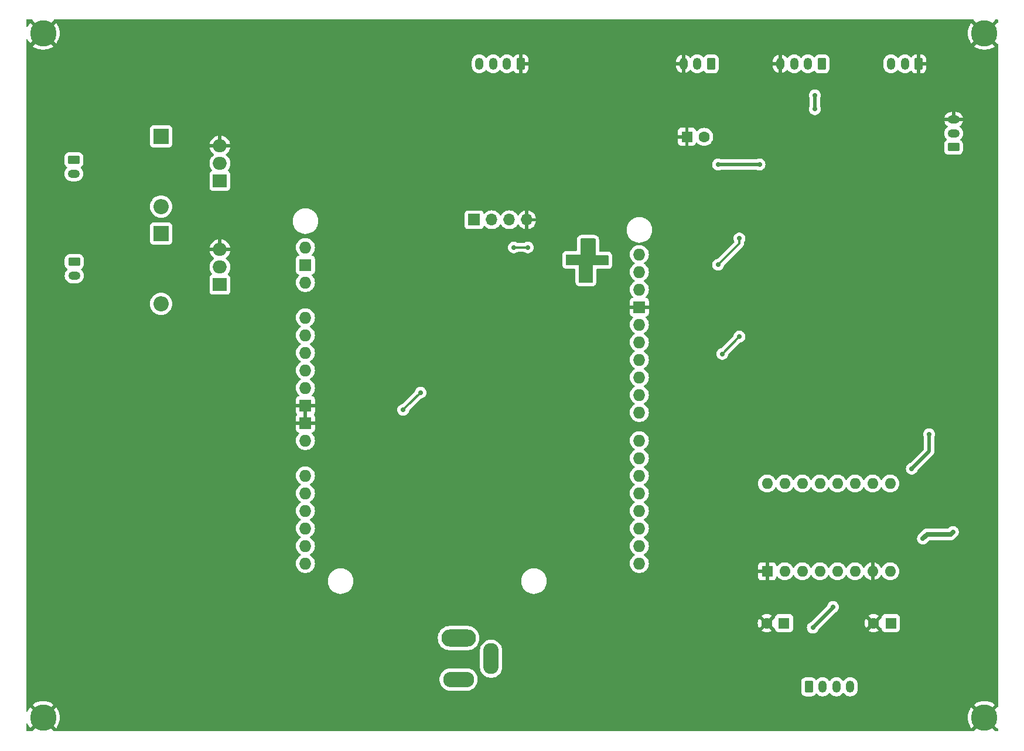
<source format=gbl>
%TF.GenerationSoftware,KiCad,Pcbnew,8.0.0*%
%TF.CreationDate,2024-03-04T10:49:58+07:00*%
%TF.ProjectId,capstone,63617073-746f-46e6-952e-6b696361645f,rev?*%
%TF.SameCoordinates,Original*%
%TF.FileFunction,Copper,L2,Bot*%
%TF.FilePolarity,Positive*%
%FSLAX46Y46*%
G04 Gerber Fmt 4.6, Leading zero omitted, Abs format (unit mm)*
G04 Created by KiCad (PCBNEW 8.0.0) date 2024-03-04 10:49:58*
%MOMM*%
%LPD*%
G01*
G04 APERTURE LIST*
G04 Aperture macros list*
%AMRoundRect*
0 Rectangle with rounded corners*
0 $1 Rounding radius*
0 $2 $3 $4 $5 $6 $7 $8 $9 X,Y pos of 4 corners*
0 Add a 4 corners polygon primitive as box body*
4,1,4,$2,$3,$4,$5,$6,$7,$8,$9,$2,$3,0*
0 Add four circle primitives for the rounded corners*
1,1,$1+$1,$2,$3*
1,1,$1+$1,$4,$5*
1,1,$1+$1,$6,$7*
1,1,$1+$1,$8,$9*
0 Add four rect primitives between the rounded corners*
20,1,$1+$1,$2,$3,$4,$5,0*
20,1,$1+$1,$4,$5,$6,$7,0*
20,1,$1+$1,$6,$7,$8,$9,0*
20,1,$1+$1,$8,$9,$2,$3,0*%
G04 Aperture macros list end*
%TA.AperFunction,ComponentPad*%
%ADD10RoundRect,0.250000X-0.625000X0.350000X-0.625000X-0.350000X0.625000X-0.350000X0.625000X0.350000X0*%
%TD*%
%TA.AperFunction,ComponentPad*%
%ADD11O,1.750000X1.200000*%
%TD*%
%TA.AperFunction,ComponentPad*%
%ADD12O,5.000000X2.500000*%
%TD*%
%TA.AperFunction,ComponentPad*%
%ADD13O,4.500000X2.250000*%
%TD*%
%TA.AperFunction,ComponentPad*%
%ADD14O,2.250000X4.500000*%
%TD*%
%TA.AperFunction,ComponentPad*%
%ADD15RoundRect,0.250000X0.350000X0.625000X-0.350000X0.625000X-0.350000X-0.625000X0.350000X-0.625000X0*%
%TD*%
%TA.AperFunction,ComponentPad*%
%ADD16O,1.200000X1.750000*%
%TD*%
%TA.AperFunction,ComponentPad*%
%ADD17C,3.800000*%
%TD*%
%TA.AperFunction,ComponentPad*%
%ADD18R,1.600000X1.600000*%
%TD*%
%TA.AperFunction,ComponentPad*%
%ADD19C,1.600000*%
%TD*%
%TA.AperFunction,ComponentPad*%
%ADD20RoundRect,0.250000X-0.350000X-0.625000X0.350000X-0.625000X0.350000X0.625000X-0.350000X0.625000X0*%
%TD*%
%TA.AperFunction,ComponentPad*%
%ADD21R,2.000000X1.905000*%
%TD*%
%TA.AperFunction,ComponentPad*%
%ADD22O,2.000000X1.905000*%
%TD*%
%TA.AperFunction,ComponentPad*%
%ADD23O,1.727200X1.727200*%
%TD*%
%TA.AperFunction,ComponentPad*%
%ADD24R,1.727200X1.727200*%
%TD*%
%TA.AperFunction,ComponentPad*%
%ADD25R,2.200000X2.200000*%
%TD*%
%TA.AperFunction,ComponentPad*%
%ADD26O,2.200000X2.200000*%
%TD*%
%TA.AperFunction,ComponentPad*%
%ADD27R,1.700000X1.700000*%
%TD*%
%TA.AperFunction,ComponentPad*%
%ADD28O,1.700000X1.700000*%
%TD*%
%TA.AperFunction,ComponentPad*%
%ADD29O,1.600000X1.600000*%
%TD*%
%TA.AperFunction,ComponentPad*%
%ADD30RoundRect,0.250000X0.625000X-0.350000X0.625000X0.350000X-0.625000X0.350000X-0.625000X-0.350000X0*%
%TD*%
%TA.AperFunction,ViaPad*%
%ADD31C,0.700000*%
%TD*%
%TA.AperFunction,Conductor*%
%ADD32C,0.300000*%
%TD*%
%TA.AperFunction,Conductor*%
%ADD33C,0.700000*%
%TD*%
%TA.AperFunction,Conductor*%
%ADD34C,0.500000*%
%TD*%
G04 APERTURE END LIST*
D10*
%TO.P,J2,1,Pin_1*%
%TO.N,+12V*%
X99900000Y-59830000D03*
D11*
%TO.P,J2,2,Pin_2*%
%TO.N,Net-(D1-A)*%
X99900000Y-61830000D03*
%TD*%
D12*
%TO.P,J11,1*%
%TO.N,+24V*%
X155500000Y-129000000D03*
D13*
%TO.P,J11,2*%
%TO.N,-24V*%
X155500000Y-135000000D03*
D14*
%TO.P,J11,3*%
X160200000Y-132000000D03*
%TD*%
D15*
%TO.P,W_LV_SENSOR,1,Pin_1*%
%TO.N,GND*%
X164500000Y-45950000D03*
D16*
%TO.P,W_LV_SENSOR,2,Pin_2*%
%TO.N,+5V*%
X162500000Y-45950000D03*
%TO.P,W_LV_SENSOR,3,Pin_3*%
%TO.N,/RTC_MOD*%
X160500000Y-45950000D03*
%TO.P,W_LV_SENSOR,4,Pin_4*%
%TO.N,Net-(J10-Pin_1)*%
X158500000Y-45950000D03*
%TD*%
D17*
%TO.P,H2,1,1*%
%TO.N,GND*%
X231500000Y-140500000D03*
%TD*%
%TO.P,H5,1,1*%
%TO.N,GND*%
X95450000Y-140500000D03*
%TD*%
D18*
%TO.P,C5,1*%
%TO.N,GND*%
X188500000Y-56500000D03*
D19*
%TO.P,C5,2*%
%TO.N,+12V*%
X191000000Y-56500000D03*
%TD*%
D20*
%TO.P,STP_MTR,1,Pin_1*%
%TO.N,Net-(A2-2A)*%
X206110000Y-136050000D03*
D16*
%TO.P,STP_MTR,2,Pin_2*%
%TO.N,Net-(A2-1B)*%
X208110000Y-136050000D03*
%TO.P,STP_MTR,3,Pin_3*%
%TO.N,Net-(A2-1A)*%
X210110000Y-136050000D03*
%TO.P,STP_MTR,4,Pin_4*%
%TO.N,Net-(A2-2B)*%
X212110000Y-136050000D03*
%TD*%
D21*
%TO.P,Q2,1,B*%
%TO.N,Net-(Q2-B)*%
X121000000Y-77870000D03*
D22*
%TO.P,Q2,2,C*%
%TO.N,Net-(D2-A)*%
X121000000Y-75330000D03*
%TO.P,Q2,3,E*%
%TO.N,GND*%
X121000000Y-72790000D03*
%TD*%
D23*
%TO.P,A1,3V3,3.3V*%
%TO.N,unconnected-(A1-3.3V-Pad3V3)*%
X133370000Y-90279881D03*
%TO.P,A1,5V1,5V*%
%TO.N,unconnected-(A1-5V-Pad5V1)*%
X133370000Y-92819881D03*
%TO.P,A1,A0,A0*%
%TO.N,unconnected-(A1-PadA0)*%
X133370000Y-105519881D03*
%TO.P,A1,A1,A1*%
%TO.N,unconnected-(A1-PadA1)*%
X133370000Y-108059881D03*
%TO.P,A1,A2,A2*%
%TO.N,unconnected-(A1-PadA2)*%
X133370000Y-110599881D03*
%TO.P,A1,A3,A3*%
%TO.N,unconnected-(A1-PadA3)*%
X133370000Y-113139881D03*
%TO.P,A1,A4,A4*%
%TO.N,unconnected-(A1-PadA4)*%
X133370000Y-115679881D03*
%TO.P,A1,A5,A5*%
%TO.N,unconnected-(A1-PadA5)*%
X133370000Y-118219881D03*
%TO.P,A1,AREF,AREF*%
%TO.N,unconnected-(A1-PadAREF)*%
X181630000Y-78595881D03*
%TO.P,A1,BOOT,BOOT*%
%TO.N,unconnected-(A1-PadBOOT)*%
X133370000Y-82659881D03*
%TO.P,A1,D0,D0/RX*%
%TO.N,unconnected-(A1-D0{slash}RX-PadD0)*%
X181630000Y-118219881D03*
%TO.P,A1,D1,D1/TX*%
%TO.N,unconnected-(A1-D1{slash}TX-PadD1)*%
X181630000Y-115679881D03*
%TO.P,A1,D2,D2*%
%TO.N,unconnected-(A1-PadD2)*%
X181630000Y-113139881D03*
%TO.P,A1,D3,D3*%
%TO.N,/SOL_CTRL1*%
X181630000Y-110599881D03*
%TO.P,A1,D4,D4*%
%TO.N,/SOL_CTRL2*%
X181630000Y-108059881D03*
%TO.P,A1,D5,D5*%
%TO.N,/STEP*%
X181630000Y-105519881D03*
%TO.P,A1,D6,D6*%
%TO.N,/DIR*%
X181630000Y-102979881D03*
%TO.P,A1,D7,D7*%
%TO.N,/TRG_ULT*%
X181630000Y-100439881D03*
%TO.P,A1,D8,D8*%
%TO.N,/ECH_ULT*%
X181630000Y-96375881D03*
%TO.P,A1,D9,D9*%
%TO.N,/RELAY_CTRL*%
X181630000Y-93835881D03*
%TO.P,A1,D10,D10*%
%TO.N,unconnected-(A1-PadD10)*%
X181630000Y-91295881D03*
%TO.P,A1,D11,D11*%
%TO.N,/SERVO_PWM*%
X181630000Y-88755881D03*
%TO.P,A1,D12,D12*%
%TO.N,unconnected-(A1-PadD12)*%
X181630000Y-86215881D03*
%TO.P,A1,D13,D13*%
%TO.N,/DHT_11*%
X181630000Y-83675881D03*
D24*
%TO.P,A1,GND1,GND*%
%TO.N,GND*%
X181630000Y-81135881D03*
%TO.P,A1,GND2,GND*%
X133370000Y-95359881D03*
%TO.P,A1,GND3,GND*%
X133370000Y-97899881D03*
%TO.P,A1,GND5,GND*%
%TO.N,unconnected-(A1-GND-PadGND5)*%
X133370000Y-75039881D03*
D23*
%TO.P,A1,IORF,IOREF*%
%TO.N,unconnected-(A1-IOREF-PadIORF)*%
X133370000Y-85199881D03*
%TO.P,A1,OFF,OFF*%
%TO.N,unconnected-(A1-PadOFF)*%
X133370000Y-72499881D03*
%TO.P,A1,RST1,RESET*%
%TO.N,unconnected-(A1-RESET-PadRST1)*%
X133370000Y-87739881D03*
%TO.P,A1,SCL,SCL*%
%TO.N,Net-(J10-Pin_1)*%
X181630000Y-73515881D03*
%TO.P,A1,SDA,SDA*%
%TO.N,/RTC_MOD*%
X181630000Y-76055881D03*
%TO.P,A1,VBAT,VRTC*%
%TO.N,unconnected-(A1-VRTC-PadVBAT)*%
X133370000Y-77579881D03*
%TO.P,A1,VIN,VIN*%
%TO.N,+5V*%
X133370000Y-100439881D03*
%TD*%
D18*
%TO.P,C4,1*%
%TO.N,+5V*%
X202542380Y-126850000D03*
D19*
%TO.P,C4,2*%
%TO.N,GND*%
X200042380Y-126850000D03*
%TD*%
D25*
%TO.P,D2,1,K*%
%TO.N,+12V*%
X112500000Y-70500000D03*
D26*
%TO.P,D2,2,A*%
%TO.N,Net-(D2-A)*%
X112500000Y-80660000D03*
%TD*%
D15*
%TO.P,DHT-11,1,Pin_1*%
%TO.N,GND*%
X222000000Y-45950000D03*
D16*
%TO.P,DHT-11,2,Pin_2*%
%TO.N,/DHT_11*%
X220000000Y-45950000D03*
%TO.P,DHT-11,3,Pin_3*%
%TO.N,+5V*%
X218000000Y-45950000D03*
%TD*%
D15*
%TO.P,ULT_SENSOR,1,Pin_1*%
%TO.N,+5V*%
X208000000Y-45950000D03*
D16*
%TO.P,ULT_SENSOR,2,Pin_2*%
%TO.N,/TRG_ULT*%
X206000000Y-45950000D03*
%TO.P,ULT_SENSOR,3,Pin_3*%
%TO.N,/ECH_ULT*%
X204000000Y-45950000D03*
%TO.P,ULT_SENSOR,4,Pin_4*%
%TO.N,GND*%
X202000000Y-45950000D03*
%TD*%
D27*
%TO.P,J10,1,Pin_1*%
%TO.N,Net-(J10-Pin_1)*%
X157750000Y-68500000D03*
D28*
%TO.P,J10,2,Pin_2*%
%TO.N,/RTC_MOD*%
X160290000Y-68500000D03*
%TO.P,J10,3,Pin_3*%
%TO.N,+5V*%
X162830000Y-68500000D03*
%TO.P,J10,4,Pin_4*%
%TO.N,GND*%
X165370000Y-68500000D03*
%TD*%
D25*
%TO.P,D1,1,K*%
%TO.N,+12V*%
X112500000Y-56420000D03*
D26*
%TO.P,D1,2,A*%
%TO.N,Net-(D1-A)*%
X112500000Y-66580000D03*
%TD*%
D17*
%TO.P,H1,1,1*%
%TO.N,GND*%
X231500000Y-41500000D03*
%TD*%
D18*
%TO.P,A2,1,GND*%
%TO.N,GND*%
X200110000Y-119340000D03*
D29*
%TO.P,A2,2,VDD*%
%TO.N,+5V*%
X202650000Y-119340000D03*
%TO.P,A2,3,1B*%
%TO.N,Net-(A2-1B)*%
X205190000Y-119340000D03*
%TO.P,A2,4,1A*%
%TO.N,Net-(A2-1A)*%
X207730000Y-119340000D03*
%TO.P,A2,5,2A*%
%TO.N,Net-(A2-2A)*%
X210270000Y-119340000D03*
%TO.P,A2,6,2B*%
%TO.N,Net-(A2-2B)*%
X212810000Y-119340000D03*
%TO.P,A2,7,GND*%
%TO.N,GND*%
X215350000Y-119340000D03*
%TO.P,A2,8,VMOT*%
%TO.N,+12V*%
X217890000Y-119340000D03*
%TO.P,A2,9,~{ENABLE}*%
%TO.N,unconnected-(A2-~{ENABLE}-Pad9)*%
X217890000Y-106640000D03*
%TO.P,A2,10,MS1*%
%TO.N,unconnected-(A2-MS1-Pad10)*%
X215350000Y-106640000D03*
%TO.P,A2,11,MS2*%
%TO.N,unconnected-(A2-MS2-Pad11)*%
X212810000Y-106640000D03*
%TO.P,A2,12,MS3*%
%TO.N,unconnected-(A2-MS3-Pad12)*%
X210270000Y-106640000D03*
%TO.P,A2,13,~{RESET}*%
%TO.N,/BRIDGE*%
X207730000Y-106640000D03*
%TO.P,A2,14,~{SLEEP}*%
X205190000Y-106640000D03*
%TO.P,A2,15,STEP*%
%TO.N,/STEP*%
X202650000Y-106640000D03*
%TO.P,A2,16,DIR*%
%TO.N,/DIR*%
X200110000Y-106640000D03*
%TD*%
D30*
%TO.P,WTR_PMP,1,Pin_1*%
%TO.N,+5V*%
X227050000Y-58000000D03*
D11*
%TO.P,WTR_PMP,2,Pin_2*%
%TO.N,/RELAY_CTRL*%
X227050000Y-56000000D03*
%TO.P,WTR_PMP,3,Pin_3*%
%TO.N,GND*%
X227050000Y-54000000D03*
%TD*%
D15*
%TO.P,SERVO_PWM,1,Pin_1*%
%TO.N,/SERVO_PWM*%
X192000000Y-45950000D03*
D16*
%TO.P,SERVO_PWM,2,Pin_2*%
%TO.N,+12V*%
X190000000Y-45950000D03*
%TO.P,SERVO_PWM,3,Pin_3*%
%TO.N,GND*%
X188000000Y-45950000D03*
%TD*%
D17*
%TO.P,H3,1,1*%
%TO.N,GND*%
X95450000Y-41500000D03*
%TD*%
D21*
%TO.P,Q1,1,B*%
%TO.N,Net-(Q1-B)*%
X121000000Y-62870000D03*
D22*
%TO.P,Q1,2,C*%
%TO.N,Net-(D1-A)*%
X121000000Y-60330000D03*
%TO.P,Q1,3,E*%
%TO.N,GND*%
X121000000Y-57790000D03*
%TD*%
D18*
%TO.P,C3,1*%
%TO.N,+12V*%
X217974759Y-126849999D03*
D19*
%TO.P,C3,2*%
%TO.N,GND*%
X215474759Y-126849999D03*
%TD*%
D10*
%TO.P,J3,1,Pin_1*%
%TO.N,+12V*%
X99950000Y-74580000D03*
D11*
%TO.P,J3,2,Pin_2*%
%TO.N,Net-(D2-A)*%
X99950000Y-76580000D03*
%TD*%
D31*
%TO.N,/RELAY_CTRL*%
X193600000Y-87900000D03*
X196100000Y-85400000D03*
%TO.N,GND*%
X167500000Y-46500000D03*
X215000000Y-58500000D03*
X168100000Y-69900000D03*
X124000000Y-90000000D03*
%TO.N,/DHT_11*%
X193000000Y-75000000D03*
X196100000Y-71200000D03*
%TO.N,Net-(J10-Pin_1)*%
X165500000Y-72500000D03*
X163500000Y-72500000D03*
%TO.N,+12V*%
X222615000Y-114615000D03*
X226950000Y-113650000D03*
%TO.N,Net-(A2-2A)*%
X209600000Y-124500000D03*
X206700000Y-127500000D03*
%TO.N,+5V*%
X174200000Y-71700000D03*
X193000000Y-60500000D03*
X223500000Y-99500000D03*
X207000000Y-52500000D03*
X221000000Y-104500000D03*
X174000000Y-77000000D03*
X207000000Y-50500000D03*
X150000000Y-93500000D03*
X174500000Y-73500000D03*
X199000000Y-60500000D03*
X147500000Y-96000000D03*
%TD*%
D32*
%TO.N,/RELAY_CTRL*%
X195900000Y-85600000D02*
X193600000Y-87900000D01*
X196100000Y-85400000D02*
X195900000Y-85600000D01*
%TO.N,/DHT_11*%
X196100000Y-71900000D02*
X193000000Y-75000000D01*
X196100000Y-71200000D02*
X196100000Y-71900000D01*
%TO.N,Net-(J10-Pin_1)*%
X163500000Y-72500000D02*
X165500000Y-72500000D01*
D33*
%TO.N,+12V*%
X226600000Y-114000000D02*
X223230000Y-114000000D01*
X223230000Y-114000000D02*
X222615000Y-114615000D01*
X226950000Y-113650000D02*
X226600000Y-114000000D01*
D34*
%TO.N,Net-(A2-2A)*%
X209600000Y-124600000D02*
X206700000Y-127500000D01*
X209600000Y-124500000D02*
X209600000Y-124600000D01*
%TO.N,+5V*%
X223500000Y-102000000D02*
X221000000Y-104500000D01*
D32*
X147500000Y-96000000D02*
X148000000Y-95500000D01*
D34*
X207000000Y-50500000D02*
X207000000Y-52500000D01*
D32*
X148000000Y-95500000D02*
X150000000Y-93500000D01*
D34*
X199000000Y-60500000D02*
X193000000Y-60500000D01*
X223500000Y-99500000D02*
X223500000Y-102000000D01*
%TD*%
%TA.AperFunction,Conductor*%
%TO.N,+5V*%
G36*
X175243039Y-71219685D02*
G01*
X175288794Y-71272489D01*
X175300000Y-71324000D01*
X175300000Y-73600000D01*
X177076000Y-73600000D01*
X177143039Y-73619685D01*
X177188794Y-73672489D01*
X177200000Y-73724000D01*
X177200000Y-74976000D01*
X177180315Y-75043039D01*
X177127511Y-75088794D01*
X177076000Y-75100000D01*
X174900000Y-75100000D01*
X174900000Y-77476000D01*
X174880315Y-77543039D01*
X174827511Y-77588794D01*
X174776000Y-77600000D01*
X173024000Y-77600000D01*
X172956961Y-77580315D01*
X172911206Y-77527511D01*
X172900000Y-77476000D01*
X172900000Y-75100000D01*
X171124000Y-75100000D01*
X171056961Y-75080315D01*
X171011206Y-75027511D01*
X171000000Y-74976000D01*
X171000000Y-73624000D01*
X171019685Y-73556961D01*
X171072489Y-73511206D01*
X171124000Y-73500000D01*
X173100000Y-73500000D01*
X173100000Y-71324000D01*
X173119685Y-71256961D01*
X173172489Y-71211206D01*
X173224000Y-71200000D01*
X175176000Y-71200000D01*
X175243039Y-71219685D01*
G37*
%TD.AperFunction*%
%TD*%
%TA.AperFunction,Conductor*%
%TO.N,GND*%
G36*
X94610967Y-141216602D02*
G01*
X94733398Y-141339033D01*
X94867262Y-141436290D01*
X93936120Y-142367431D01*
X93922104Y-142434149D01*
X93873053Y-142483905D01*
X93812851Y-142499500D01*
X93124500Y-142499500D01*
X93057461Y-142479815D01*
X93011706Y-142427011D01*
X93000500Y-142375500D01*
X93000500Y-141486014D01*
X93020185Y-141418975D01*
X93072989Y-141373220D01*
X93142147Y-141363276D01*
X93205703Y-141392301D01*
X93236699Y-141433217D01*
X93342709Y-141658500D01*
X93504516Y-141913469D01*
X93585311Y-142011133D01*
X94513708Y-141082736D01*
X94610967Y-141216602D01*
G37*
%TD.AperFunction*%
%TA.AperFunction,Conductor*%
G36*
X133620000Y-97457629D02*
G01*
X133566081Y-97426500D01*
X133436880Y-97391881D01*
X133303120Y-97391881D01*
X133173919Y-97426500D01*
X133120000Y-97457629D01*
X133120000Y-95802132D01*
X133173919Y-95833262D01*
X133303120Y-95867881D01*
X133436880Y-95867881D01*
X133566081Y-95833262D01*
X133620000Y-95802132D01*
X133620000Y-97457629D01*
G37*
%TD.AperFunction*%
%TA.AperFunction,Conductor*%
G36*
X229929890Y-39520185D02*
G01*
X229975645Y-39572989D01*
X229986187Y-39632634D01*
X230917262Y-40563709D01*
X230783398Y-40660967D01*
X230660967Y-40783398D01*
X230563709Y-40917262D01*
X229635311Y-39988864D01*
X229554520Y-40086525D01*
X229554518Y-40086528D01*
X229392707Y-40341502D01*
X229392704Y-40341508D01*
X229264127Y-40614747D01*
X229264125Y-40614752D01*
X229170805Y-40901959D01*
X229114216Y-41198609D01*
X229114215Y-41198616D01*
X229095255Y-41499994D01*
X229095255Y-41500005D01*
X229114215Y-41801383D01*
X229114216Y-41801390D01*
X229170805Y-42098040D01*
X229264125Y-42385247D01*
X229264127Y-42385252D01*
X229392704Y-42658491D01*
X229392707Y-42658497D01*
X229554516Y-42913469D01*
X229635311Y-43011133D01*
X230563708Y-42082736D01*
X230660967Y-42216602D01*
X230783398Y-42339033D01*
X230917262Y-42436290D01*
X229986564Y-43366987D01*
X229986565Y-43366989D01*
X230211461Y-43530385D01*
X230211479Y-43530397D01*
X230476109Y-43675878D01*
X230476117Y-43675882D01*
X230756889Y-43787047D01*
X230756892Y-43787048D01*
X231049399Y-43862150D01*
X231348995Y-43899999D01*
X231349007Y-43900000D01*
X231650993Y-43900000D01*
X231651004Y-43899999D01*
X231950600Y-43862150D01*
X232243107Y-43787048D01*
X232243110Y-43787047D01*
X232523882Y-43675882D01*
X232523890Y-43675878D01*
X232788520Y-43530397D01*
X232788530Y-43530390D01*
X233013433Y-43366987D01*
X233013434Y-43366987D01*
X232082737Y-42436290D01*
X232216602Y-42339033D01*
X232339033Y-42216602D01*
X232436290Y-42082737D01*
X233364687Y-43011134D01*
X233369658Y-43010900D01*
X233437551Y-43027404D01*
X233485742Y-43077994D01*
X233499500Y-43134762D01*
X233499500Y-138865236D01*
X233479815Y-138932275D01*
X233427011Y-138978030D01*
X233369660Y-138989098D01*
X233364688Y-138988863D01*
X232436289Y-139917261D01*
X232339033Y-139783398D01*
X232216602Y-139660967D01*
X232082736Y-139563709D01*
X233013434Y-138633011D01*
X233013433Y-138633009D01*
X232788538Y-138469614D01*
X232788520Y-138469602D01*
X232523890Y-138324121D01*
X232523882Y-138324117D01*
X232243110Y-138212952D01*
X232243107Y-138212951D01*
X231950600Y-138137849D01*
X231651004Y-138100000D01*
X231348995Y-138100000D01*
X231049399Y-138137849D01*
X230756892Y-138212951D01*
X230756889Y-138212952D01*
X230476117Y-138324117D01*
X230476109Y-138324121D01*
X230211476Y-138469604D01*
X230211471Y-138469607D01*
X229986565Y-138633010D01*
X229986564Y-138633011D01*
X230917262Y-139563709D01*
X230783398Y-139660967D01*
X230660967Y-139783398D01*
X230563709Y-139917262D01*
X229635311Y-138988864D01*
X229554520Y-139086525D01*
X229554518Y-139086528D01*
X229392707Y-139341502D01*
X229392704Y-139341508D01*
X229264127Y-139614747D01*
X229264125Y-139614752D01*
X229170805Y-139901959D01*
X229114216Y-140198609D01*
X229114215Y-140198616D01*
X229095255Y-140499994D01*
X229095255Y-140500005D01*
X229114215Y-140801383D01*
X229114216Y-140801390D01*
X229170805Y-141098040D01*
X229264125Y-141385247D01*
X229264127Y-141385252D01*
X229392704Y-141658491D01*
X229392707Y-141658497D01*
X229554516Y-141913469D01*
X229635311Y-142011133D01*
X230563708Y-141082736D01*
X230660967Y-141216602D01*
X230783398Y-141339033D01*
X230917262Y-141436290D01*
X229986120Y-142367431D01*
X229972104Y-142434149D01*
X229923053Y-142483905D01*
X229862851Y-142499500D01*
X97087148Y-142499500D01*
X97020109Y-142479815D01*
X96974354Y-142427011D01*
X96963811Y-142367364D01*
X96032737Y-141436290D01*
X96166602Y-141339033D01*
X96289033Y-141216602D01*
X96386290Y-141082737D01*
X97314687Y-142011134D01*
X97395486Y-141913464D01*
X97557292Y-141658497D01*
X97557295Y-141658491D01*
X97685872Y-141385252D01*
X97685874Y-141385247D01*
X97779194Y-141098040D01*
X97835783Y-140801390D01*
X97835784Y-140801383D01*
X97854745Y-140500005D01*
X97854745Y-140499994D01*
X97835784Y-140198616D01*
X97835783Y-140198609D01*
X97779194Y-139901959D01*
X97685874Y-139614752D01*
X97685872Y-139614747D01*
X97557295Y-139341508D01*
X97557292Y-139341502D01*
X97395483Y-139086530D01*
X97314686Y-138988864D01*
X96386289Y-139917261D01*
X96289033Y-139783398D01*
X96166602Y-139660967D01*
X96032736Y-139563709D01*
X96963434Y-138633011D01*
X96963433Y-138633009D01*
X96738538Y-138469614D01*
X96738520Y-138469602D01*
X96473890Y-138324121D01*
X96473882Y-138324117D01*
X96193110Y-138212952D01*
X96193107Y-138212951D01*
X95900600Y-138137849D01*
X95601004Y-138100000D01*
X95298995Y-138100000D01*
X94999399Y-138137849D01*
X94706892Y-138212951D01*
X94706889Y-138212952D01*
X94426117Y-138324117D01*
X94426109Y-138324121D01*
X94161476Y-138469604D01*
X94161471Y-138469607D01*
X93936565Y-138633010D01*
X93936564Y-138633011D01*
X94867262Y-139563709D01*
X94733398Y-139660967D01*
X94610967Y-139783398D01*
X94513709Y-139917262D01*
X93585311Y-138988864D01*
X93504520Y-139086525D01*
X93504518Y-139086528D01*
X93342707Y-139341502D01*
X93342704Y-139341508D01*
X93236698Y-139566782D01*
X93190343Y-139619060D01*
X93123083Y-139637977D01*
X93056273Y-139617528D01*
X93011124Y-139564204D01*
X93000500Y-139513985D01*
X93000500Y-136725001D01*
X205009500Y-136725001D01*
X205009501Y-136725018D01*
X205020000Y-136827796D01*
X205020001Y-136827799D01*
X205075185Y-136994331D01*
X205075187Y-136994336D01*
X205098870Y-137032732D01*
X205167288Y-137143656D01*
X205291344Y-137267712D01*
X205440666Y-137359814D01*
X205607203Y-137414999D01*
X205709991Y-137425500D01*
X206510008Y-137425499D01*
X206510016Y-137425498D01*
X206510019Y-137425498D01*
X206566302Y-137419748D01*
X206612797Y-137414999D01*
X206779334Y-137359814D01*
X206928656Y-137267712D01*
X207052712Y-137143656D01*
X207092310Y-137079456D01*
X207144258Y-137032732D01*
X207213220Y-137021509D01*
X207277303Y-137049352D01*
X207285530Y-137056872D01*
X207393072Y-137164414D01*
X207533212Y-137266232D01*
X207687555Y-137344873D01*
X207852299Y-137398402D01*
X208023389Y-137425500D01*
X208023390Y-137425500D01*
X208196610Y-137425500D01*
X208196611Y-137425500D01*
X208367701Y-137398402D01*
X208532445Y-137344873D01*
X208686788Y-137266232D01*
X208826928Y-137164414D01*
X208949414Y-137041928D01*
X209009682Y-136958975D01*
X209065012Y-136916311D01*
X209134626Y-136910332D01*
X209196421Y-136942938D01*
X209210315Y-136958973D01*
X209270586Y-137041928D01*
X209393072Y-137164414D01*
X209533212Y-137266232D01*
X209687555Y-137344873D01*
X209852299Y-137398402D01*
X210023389Y-137425500D01*
X210023390Y-137425500D01*
X210196610Y-137425500D01*
X210196611Y-137425500D01*
X210367701Y-137398402D01*
X210532445Y-137344873D01*
X210686788Y-137266232D01*
X210826928Y-137164414D01*
X210949414Y-137041928D01*
X211009682Y-136958975D01*
X211065012Y-136916311D01*
X211134626Y-136910332D01*
X211196421Y-136942938D01*
X211210315Y-136958973D01*
X211270586Y-137041928D01*
X211393072Y-137164414D01*
X211533212Y-137266232D01*
X211687555Y-137344873D01*
X211852299Y-137398402D01*
X212023389Y-137425500D01*
X212023390Y-137425500D01*
X212196610Y-137425500D01*
X212196611Y-137425500D01*
X212367701Y-137398402D01*
X212532445Y-137344873D01*
X212686788Y-137266232D01*
X212826928Y-137164414D01*
X212949414Y-137041928D01*
X213051232Y-136901788D01*
X213129873Y-136747445D01*
X213183402Y-136582701D01*
X213210500Y-136411611D01*
X213210500Y-135688389D01*
X213183402Y-135517299D01*
X213129873Y-135352555D01*
X213051232Y-135198212D01*
X212949414Y-135058072D01*
X212826928Y-134935586D01*
X212686788Y-134833768D01*
X212532445Y-134755127D01*
X212367701Y-134701598D01*
X212367699Y-134701597D01*
X212367698Y-134701597D01*
X212236271Y-134680781D01*
X212196611Y-134674500D01*
X212023389Y-134674500D01*
X211983728Y-134680781D01*
X211852302Y-134701597D01*
X211687552Y-134755128D01*
X211533211Y-134833768D01*
X211480494Y-134872070D01*
X211393072Y-134935586D01*
X211393070Y-134935588D01*
X211393069Y-134935588D01*
X211270588Y-135058069D01*
X211270581Y-135058078D01*
X211210317Y-135141023D01*
X211154987Y-135183689D01*
X211085374Y-135189667D01*
X211023579Y-135157061D01*
X211009683Y-135141023D01*
X210949418Y-135058078D01*
X210949414Y-135058072D01*
X210826928Y-134935586D01*
X210686788Y-134833768D01*
X210532445Y-134755127D01*
X210367701Y-134701598D01*
X210367699Y-134701597D01*
X210367698Y-134701597D01*
X210236271Y-134680781D01*
X210196611Y-134674500D01*
X210023389Y-134674500D01*
X209983728Y-134680781D01*
X209852302Y-134701597D01*
X209687552Y-134755128D01*
X209533211Y-134833768D01*
X209480494Y-134872070D01*
X209393072Y-134935586D01*
X209393070Y-134935588D01*
X209393069Y-134935588D01*
X209270588Y-135058069D01*
X209270581Y-135058078D01*
X209210317Y-135141023D01*
X209154987Y-135183689D01*
X209085374Y-135189667D01*
X209023579Y-135157061D01*
X209009683Y-135141023D01*
X208949418Y-135058078D01*
X208949414Y-135058072D01*
X208826928Y-134935586D01*
X208686788Y-134833768D01*
X208532445Y-134755127D01*
X208367701Y-134701598D01*
X208367699Y-134701597D01*
X208367698Y-134701597D01*
X208236271Y-134680781D01*
X208196611Y-134674500D01*
X208023389Y-134674500D01*
X207983728Y-134680781D01*
X207852302Y-134701597D01*
X207687552Y-134755128D01*
X207533211Y-134833768D01*
X207393073Y-134935585D01*
X207285530Y-135043128D01*
X207224207Y-135076612D01*
X207154515Y-135071628D01*
X207098582Y-135029756D01*
X207092310Y-135020543D01*
X207052712Y-134956344D01*
X206928656Y-134832288D01*
X206803559Y-134755128D01*
X206779336Y-134740187D01*
X206779331Y-134740185D01*
X206777862Y-134739698D01*
X206612797Y-134685001D01*
X206612795Y-134685000D01*
X206510010Y-134674500D01*
X205709998Y-134674500D01*
X205709980Y-134674501D01*
X205607203Y-134685000D01*
X205607200Y-134685001D01*
X205440668Y-134740185D01*
X205440663Y-134740187D01*
X205291342Y-134832289D01*
X205167289Y-134956342D01*
X205075187Y-135105663D01*
X205075186Y-135105666D01*
X205020001Y-135272203D01*
X205020001Y-135272204D01*
X205020000Y-135272204D01*
X205009500Y-135374983D01*
X205009500Y-136725001D01*
X93000500Y-136725001D01*
X93000500Y-135127929D01*
X152749500Y-135127929D01*
X152789526Y-135380640D01*
X152868588Y-135623972D01*
X152868589Y-135623975D01*
X152984750Y-135851950D01*
X153135132Y-136058935D01*
X153135136Y-136058940D01*
X153316059Y-136239863D01*
X153316064Y-136239867D01*
X153496607Y-136371038D01*
X153523053Y-136390252D01*
X153672080Y-136466185D01*
X153751024Y-136506410D01*
X153751027Y-136506411D01*
X153872693Y-136545942D01*
X153994361Y-136585474D01*
X154247070Y-136625500D01*
X154247071Y-136625500D01*
X156752929Y-136625500D01*
X156752930Y-136625500D01*
X157005639Y-136585474D01*
X157248975Y-136506410D01*
X157476947Y-136390252D01*
X157683942Y-136239862D01*
X157864862Y-136058942D01*
X158015252Y-135851947D01*
X158131410Y-135623975D01*
X158210474Y-135380639D01*
X158250500Y-135127930D01*
X158250500Y-134872070D01*
X158210474Y-134619361D01*
X158131410Y-134376025D01*
X158131410Y-134376024D01*
X158033537Y-134183940D01*
X158015252Y-134148053D01*
X157890937Y-133976947D01*
X157864867Y-133941064D01*
X157864863Y-133941059D01*
X157683940Y-133760136D01*
X157683935Y-133760132D01*
X157476950Y-133609750D01*
X157476949Y-133609749D01*
X157476947Y-133609748D01*
X157403910Y-133572533D01*
X157248975Y-133493589D01*
X157248972Y-133493588D01*
X157005640Y-133414526D01*
X156879284Y-133394513D01*
X156752930Y-133374500D01*
X154247070Y-133374500D01*
X154162833Y-133387842D01*
X153994359Y-133414526D01*
X153751027Y-133493588D01*
X153751024Y-133493589D01*
X153523049Y-133609750D01*
X153316064Y-133760132D01*
X153316059Y-133760136D01*
X153135136Y-133941059D01*
X153135132Y-133941064D01*
X152984750Y-134148049D01*
X152868589Y-134376024D01*
X152868588Y-134376027D01*
X152789526Y-134619359D01*
X152749500Y-134872070D01*
X152749500Y-135127929D01*
X93000500Y-135127929D01*
X93000500Y-133252929D01*
X158574500Y-133252929D01*
X158614526Y-133505640D01*
X158693588Y-133748972D01*
X158693589Y-133748975D01*
X158809750Y-133976950D01*
X158960132Y-134183935D01*
X158960136Y-134183940D01*
X159141059Y-134364863D01*
X159141064Y-134364867D01*
X159156425Y-134376027D01*
X159348053Y-134515252D01*
X159497080Y-134591185D01*
X159576024Y-134631410D01*
X159576027Y-134631411D01*
X159697693Y-134670942D01*
X159819361Y-134710474D01*
X160072070Y-134750500D01*
X160072071Y-134750500D01*
X160327929Y-134750500D01*
X160327930Y-134750500D01*
X160580639Y-134710474D01*
X160823975Y-134631410D01*
X161051947Y-134515252D01*
X161258942Y-134364862D01*
X161439862Y-134183942D01*
X161590252Y-133976947D01*
X161706410Y-133748975D01*
X161785474Y-133505639D01*
X161825500Y-133252930D01*
X161825500Y-130747070D01*
X161785474Y-130494361D01*
X161706410Y-130251025D01*
X161706410Y-130251024D01*
X161666185Y-130172080D01*
X161590252Y-130023053D01*
X161555058Y-129974612D01*
X161439867Y-129816064D01*
X161439863Y-129816059D01*
X161258940Y-129635136D01*
X161258935Y-129635132D01*
X161051950Y-129484750D01*
X161051949Y-129484749D01*
X161051947Y-129484748D01*
X160978910Y-129447533D01*
X160823975Y-129368589D01*
X160823972Y-129368588D01*
X160580640Y-129289526D01*
X160454284Y-129269513D01*
X160327930Y-129249500D01*
X160072070Y-129249500D01*
X159987833Y-129262842D01*
X159819359Y-129289526D01*
X159576027Y-129368588D01*
X159576024Y-129368589D01*
X159348049Y-129484750D01*
X159141064Y-129635132D01*
X159141059Y-129635136D01*
X158960136Y-129816059D01*
X158960132Y-129816064D01*
X158809750Y-130023049D01*
X158693589Y-130251024D01*
X158693588Y-130251027D01*
X158614526Y-130494359D01*
X158574500Y-130747070D01*
X158574500Y-133252929D01*
X93000500Y-133252929D01*
X93000500Y-129114741D01*
X152499500Y-129114741D01*
X152522512Y-129289526D01*
X152529452Y-129342238D01*
X152536513Y-129368589D01*
X152588842Y-129563887D01*
X152676650Y-129775876D01*
X152676657Y-129775890D01*
X152791392Y-129974617D01*
X152931081Y-130156661D01*
X152931089Y-130156670D01*
X153093330Y-130318911D01*
X153093338Y-130318918D01*
X153275382Y-130458607D01*
X153275385Y-130458608D01*
X153275388Y-130458611D01*
X153474112Y-130573344D01*
X153474117Y-130573346D01*
X153474123Y-130573349D01*
X153565480Y-130611190D01*
X153686113Y-130661158D01*
X153907762Y-130720548D01*
X154135266Y-130750500D01*
X154135273Y-130750500D01*
X156864727Y-130750500D01*
X156864734Y-130750500D01*
X157092238Y-130720548D01*
X157313887Y-130661158D01*
X157525888Y-130573344D01*
X157724612Y-130458611D01*
X157906661Y-130318919D01*
X157906665Y-130318914D01*
X157906670Y-130318911D01*
X158068911Y-130156670D01*
X158068914Y-130156665D01*
X158068919Y-130156661D01*
X158208611Y-129974612D01*
X158323344Y-129775888D01*
X158411158Y-129563887D01*
X158470548Y-129342238D01*
X158500500Y-129114734D01*
X158500500Y-128885266D01*
X158470548Y-128657762D01*
X158411158Y-128436113D01*
X158323344Y-128224112D01*
X158208611Y-128025388D01*
X158208608Y-128025385D01*
X158208607Y-128025382D01*
X158068918Y-127843338D01*
X158068911Y-127843330D01*
X157906670Y-127681089D01*
X157906661Y-127681081D01*
X157724617Y-127541392D01*
X157525890Y-127426657D01*
X157525876Y-127426650D01*
X157313887Y-127338842D01*
X157251755Y-127322194D01*
X157092238Y-127279452D01*
X157054215Y-127274446D01*
X156864741Y-127249500D01*
X156864734Y-127249500D01*
X154135266Y-127249500D01*
X154135258Y-127249500D01*
X153918715Y-127278009D01*
X153907762Y-127279452D01*
X153844824Y-127296316D01*
X153686112Y-127338842D01*
X153474123Y-127426650D01*
X153474109Y-127426657D01*
X153275382Y-127541392D01*
X153093338Y-127681081D01*
X152931081Y-127843338D01*
X152791392Y-128025382D01*
X152676657Y-128224109D01*
X152676650Y-128224123D01*
X152588842Y-128436112D01*
X152529453Y-128657759D01*
X152529451Y-128657770D01*
X152499500Y-128885258D01*
X152499500Y-129114741D01*
X93000500Y-129114741D01*
X93000500Y-126850002D01*
X198737414Y-126850002D01*
X198757238Y-127076599D01*
X198757240Y-127076610D01*
X198816110Y-127296317D01*
X198816115Y-127296331D01*
X198912243Y-127502478D01*
X198963354Y-127575472D01*
X199642380Y-126896446D01*
X199642380Y-126902661D01*
X199669639Y-127004394D01*
X199722300Y-127095606D01*
X199796774Y-127170080D01*
X199887986Y-127222741D01*
X199989719Y-127250000D01*
X199995933Y-127250000D01*
X199316906Y-127929025D01*
X199389893Y-127980132D01*
X199389901Y-127980136D01*
X199596048Y-128076264D01*
X199596062Y-128076269D01*
X199815769Y-128135139D01*
X199815780Y-128135141D01*
X200042378Y-128154966D01*
X200042382Y-128154966D01*
X200268979Y-128135141D01*
X200268990Y-128135139D01*
X200488697Y-128076269D01*
X200488711Y-128076264D01*
X200694858Y-127980136D01*
X200767851Y-127929024D01*
X200088827Y-127250000D01*
X200095041Y-127250000D01*
X200196774Y-127222741D01*
X200287986Y-127170080D01*
X200362460Y-127095606D01*
X200415121Y-127004394D01*
X200442380Y-126902661D01*
X200442380Y-126896447D01*
X201126577Y-127580644D01*
X201175572Y-127590491D01*
X201225755Y-127639106D01*
X201240429Y-127694632D01*
X201241479Y-127694576D01*
X201241526Y-127694571D01*
X201241526Y-127694573D01*
X201241704Y-127694564D01*
X201241881Y-127697876D01*
X201248288Y-127757483D01*
X201298582Y-127892328D01*
X201298586Y-127892335D01*
X201384832Y-128007544D01*
X201384835Y-128007547D01*
X201500044Y-128093793D01*
X201500051Y-128093797D01*
X201634897Y-128144091D01*
X201634896Y-128144091D01*
X201641824Y-128144835D01*
X201694507Y-128150500D01*
X203390252Y-128150499D01*
X203449863Y-128144091D01*
X203584711Y-128093796D01*
X203699926Y-128007546D01*
X203786176Y-127892331D01*
X203836471Y-127757483D01*
X203842880Y-127697873D01*
X203842880Y-127500000D01*
X205844815Y-127500000D01*
X205863503Y-127677805D01*
X205863504Y-127677807D01*
X205918747Y-127847829D01*
X205918750Y-127847835D01*
X206008141Y-128002665D01*
X206028596Y-128025382D01*
X206127764Y-128135521D01*
X206127767Y-128135523D01*
X206127770Y-128135526D01*
X206272407Y-128240612D01*
X206435733Y-128313329D01*
X206610609Y-128350500D01*
X206610610Y-128350500D01*
X206789389Y-128350500D01*
X206789391Y-128350500D01*
X206964267Y-128313329D01*
X207127593Y-128240612D01*
X207272230Y-128135526D01*
X207272579Y-128135139D01*
X207309805Y-128093795D01*
X207391859Y-128002665D01*
X207481250Y-127847835D01*
X207504644Y-127775834D01*
X207534890Y-127726476D01*
X208411365Y-126850001D01*
X214169793Y-126850001D01*
X214189617Y-127076598D01*
X214189619Y-127076609D01*
X214248489Y-127296316D01*
X214248494Y-127296330D01*
X214344622Y-127502477D01*
X214395733Y-127575471D01*
X215074759Y-126896445D01*
X215074759Y-126902660D01*
X215102018Y-127004393D01*
X215154679Y-127095605D01*
X215229153Y-127170079D01*
X215320365Y-127222740D01*
X215422098Y-127249999D01*
X215428312Y-127249999D01*
X214749285Y-127929024D01*
X214822272Y-127980131D01*
X214822280Y-127980135D01*
X215028427Y-128076263D01*
X215028441Y-128076268D01*
X215248148Y-128135138D01*
X215248159Y-128135140D01*
X215474757Y-128154965D01*
X215474761Y-128154965D01*
X215701358Y-128135140D01*
X215701369Y-128135138D01*
X215921076Y-128076268D01*
X215921090Y-128076263D01*
X216127237Y-127980135D01*
X216200230Y-127929023D01*
X215521206Y-127249999D01*
X215527420Y-127249999D01*
X215629153Y-127222740D01*
X215720365Y-127170079D01*
X215794839Y-127095605D01*
X215847500Y-127004393D01*
X215874759Y-126902660D01*
X215874759Y-126896446D01*
X216558956Y-127580643D01*
X216607951Y-127590490D01*
X216658134Y-127639105D01*
X216672808Y-127694631D01*
X216673858Y-127694575D01*
X216673905Y-127694570D01*
X216673905Y-127694572D01*
X216674083Y-127694563D01*
X216674260Y-127697875D01*
X216680667Y-127757482D01*
X216730961Y-127892327D01*
X216730965Y-127892334D01*
X216817211Y-128007543D01*
X216817214Y-128007546D01*
X216932423Y-128093792D01*
X216932430Y-128093796D01*
X217067276Y-128144090D01*
X217067275Y-128144090D01*
X217074203Y-128144834D01*
X217126886Y-128150499D01*
X218822631Y-128150498D01*
X218882242Y-128144090D01*
X219017090Y-128093795D01*
X219132305Y-128007545D01*
X219218555Y-127892330D01*
X219268850Y-127757482D01*
X219275259Y-127697872D01*
X219275258Y-126002127D01*
X219268850Y-125942516D01*
X219218555Y-125807668D01*
X219218554Y-125807667D01*
X219218552Y-125807663D01*
X219132306Y-125692454D01*
X219132303Y-125692451D01*
X219017094Y-125606205D01*
X219017087Y-125606201D01*
X218882241Y-125555907D01*
X218882242Y-125555907D01*
X218822642Y-125549500D01*
X218822640Y-125549499D01*
X218822632Y-125549499D01*
X218822623Y-125549499D01*
X217126888Y-125549499D01*
X217126882Y-125549500D01*
X217067275Y-125555907D01*
X216932430Y-125606201D01*
X216932423Y-125606205D01*
X216817214Y-125692451D01*
X216817211Y-125692454D01*
X216730965Y-125807663D01*
X216730961Y-125807670D01*
X216680667Y-125942516D01*
X216674260Y-126002115D01*
X216674260Y-126002123D01*
X216674081Y-126005451D01*
X216672606Y-126005371D01*
X216654574Y-126066783D01*
X216601770Y-126112538D01*
X216558281Y-126120028D01*
X215874759Y-126803550D01*
X215874759Y-126797338D01*
X215847500Y-126695605D01*
X215794839Y-126604393D01*
X215720365Y-126529919D01*
X215629153Y-126477258D01*
X215527420Y-126449999D01*
X215521207Y-126449999D01*
X216200231Y-125770973D01*
X216127237Y-125719862D01*
X215921090Y-125623734D01*
X215921076Y-125623729D01*
X215701369Y-125564859D01*
X215701358Y-125564857D01*
X215474761Y-125545033D01*
X215474757Y-125545033D01*
X215248159Y-125564857D01*
X215248148Y-125564859D01*
X215028441Y-125623729D01*
X215028432Y-125623733D01*
X214822275Y-125719865D01*
X214822271Y-125719867D01*
X214749285Y-125770972D01*
X214749285Y-125770973D01*
X215428312Y-126449999D01*
X215422098Y-126449999D01*
X215320365Y-126477258D01*
X215229153Y-126529919D01*
X215154679Y-126604393D01*
X215102018Y-126695605D01*
X215074759Y-126797338D01*
X215074759Y-126803551D01*
X214395733Y-126124525D01*
X214395732Y-126124525D01*
X214344627Y-126197511D01*
X214344625Y-126197515D01*
X214248493Y-126403672D01*
X214248489Y-126403681D01*
X214189619Y-126623388D01*
X214189617Y-126623399D01*
X214169793Y-126849996D01*
X214169793Y-126850001D01*
X208411365Y-126850001D01*
X209999871Y-125261494D01*
X210025563Y-125241783D01*
X210027580Y-125240617D01*
X210027593Y-125240612D01*
X210172230Y-125135526D01*
X210291859Y-125002665D01*
X210381250Y-124847835D01*
X210436497Y-124677803D01*
X210455185Y-124500000D01*
X210436497Y-124322197D01*
X210381250Y-124152165D01*
X210291859Y-123997335D01*
X210245003Y-123945296D01*
X210172235Y-123864478D01*
X210172232Y-123864476D01*
X210172231Y-123864475D01*
X210172230Y-123864474D01*
X210027593Y-123759388D01*
X209864267Y-123686671D01*
X209864265Y-123686670D01*
X209736594Y-123659533D01*
X209689391Y-123649500D01*
X209510609Y-123649500D01*
X209479954Y-123656015D01*
X209335733Y-123686670D01*
X209335728Y-123686672D01*
X209172408Y-123759387D01*
X209027768Y-123864475D01*
X208908140Y-123997336D01*
X208818750Y-124152164D01*
X208818747Y-124152170D01*
X208763504Y-124322192D01*
X208763502Y-124322202D01*
X208761875Y-124337680D01*
X208735289Y-124402294D01*
X208726236Y-124412395D01*
X206480820Y-126657810D01*
X206440894Y-126682289D01*
X206441669Y-126684029D01*
X206435736Y-126686670D01*
X206435733Y-126686671D01*
X206272408Y-126759388D01*
X206272406Y-126759389D01*
X206127768Y-126864475D01*
X206008140Y-126997336D01*
X205918750Y-127152164D01*
X205918747Y-127152170D01*
X205863504Y-127322192D01*
X205863503Y-127322194D01*
X205844815Y-127500000D01*
X203842880Y-127500000D01*
X203842879Y-126002128D01*
X203836471Y-125942517D01*
X203836470Y-125942515D01*
X203786177Y-125807671D01*
X203786173Y-125807664D01*
X203699927Y-125692455D01*
X203699924Y-125692452D01*
X203584715Y-125606206D01*
X203584708Y-125606202D01*
X203449862Y-125555908D01*
X203449863Y-125555908D01*
X203390263Y-125549501D01*
X203390261Y-125549500D01*
X203390253Y-125549500D01*
X203390244Y-125549500D01*
X201694509Y-125549500D01*
X201694503Y-125549501D01*
X201634896Y-125555908D01*
X201500051Y-125606202D01*
X201500044Y-125606206D01*
X201384835Y-125692452D01*
X201384832Y-125692455D01*
X201298586Y-125807664D01*
X201298582Y-125807671D01*
X201248288Y-125942517D01*
X201241881Y-126002115D01*
X201241881Y-126002123D01*
X201241702Y-126005452D01*
X201240227Y-126005372D01*
X201222195Y-126066784D01*
X201169391Y-126112539D01*
X201125902Y-126120029D01*
X200442380Y-126803551D01*
X200442380Y-126797339D01*
X200415121Y-126695606D01*
X200362460Y-126604394D01*
X200287986Y-126529920D01*
X200196774Y-126477259D01*
X200095041Y-126450000D01*
X200088828Y-126450000D01*
X200767852Y-125770974D01*
X200694858Y-125719863D01*
X200488711Y-125623735D01*
X200488697Y-125623730D01*
X200268990Y-125564860D01*
X200268979Y-125564858D01*
X200042382Y-125545034D01*
X200042378Y-125545034D01*
X199815780Y-125564858D01*
X199815769Y-125564860D01*
X199596062Y-125623730D01*
X199596053Y-125623734D01*
X199389896Y-125719866D01*
X199389892Y-125719868D01*
X199316906Y-125770973D01*
X199316906Y-125770974D01*
X199995933Y-126450000D01*
X199989719Y-126450000D01*
X199887986Y-126477259D01*
X199796774Y-126529920D01*
X199722300Y-126604394D01*
X199669639Y-126695606D01*
X199642380Y-126797339D01*
X199642380Y-126803552D01*
X198963354Y-126124526D01*
X198963353Y-126124526D01*
X198912248Y-126197512D01*
X198912246Y-126197516D01*
X198816114Y-126403673D01*
X198816110Y-126403682D01*
X198757240Y-126623389D01*
X198757238Y-126623400D01*
X198737414Y-126849997D01*
X198737414Y-126850002D01*
X93000500Y-126850002D01*
X93000500Y-120881169D01*
X136599500Y-120881169D01*
X136631161Y-121121666D01*
X136693947Y-121355985D01*
X136786773Y-121580086D01*
X136786776Y-121580093D01*
X136908064Y-121790170D01*
X136908066Y-121790173D01*
X136908067Y-121790174D01*
X137055733Y-121982617D01*
X137055739Y-121982624D01*
X137227256Y-122154141D01*
X137227262Y-122154146D01*
X137419711Y-122301817D01*
X137629788Y-122423105D01*
X137853900Y-122515935D01*
X138088211Y-122578719D01*
X138268586Y-122602465D01*
X138328711Y-122610381D01*
X138328712Y-122610381D01*
X138571289Y-122610381D01*
X138619388Y-122604048D01*
X138811789Y-122578719D01*
X139046100Y-122515935D01*
X139270212Y-122423105D01*
X139480289Y-122301817D01*
X139672738Y-122154146D01*
X139844265Y-121982619D01*
X139991936Y-121790170D01*
X140113224Y-121580093D01*
X140206054Y-121355981D01*
X140268838Y-121121670D01*
X140300500Y-120881169D01*
X164539500Y-120881169D01*
X164571161Y-121121666D01*
X164633947Y-121355985D01*
X164726773Y-121580086D01*
X164726776Y-121580093D01*
X164848064Y-121790170D01*
X164848066Y-121790173D01*
X164848067Y-121790174D01*
X164995733Y-121982617D01*
X164995739Y-121982624D01*
X165167256Y-122154141D01*
X165167262Y-122154146D01*
X165359711Y-122301817D01*
X165569788Y-122423105D01*
X165793900Y-122515935D01*
X166028211Y-122578719D01*
X166208586Y-122602465D01*
X166268711Y-122610381D01*
X166268712Y-122610381D01*
X166511289Y-122610381D01*
X166559388Y-122604048D01*
X166751789Y-122578719D01*
X166986100Y-122515935D01*
X167210212Y-122423105D01*
X167420289Y-122301817D01*
X167612738Y-122154146D01*
X167784265Y-121982619D01*
X167931936Y-121790170D01*
X168053224Y-121580093D01*
X168146054Y-121355981D01*
X168208838Y-121121670D01*
X168240500Y-120881169D01*
X168240500Y-120638593D01*
X168239842Y-120633598D01*
X168208838Y-120398095D01*
X168208838Y-120398092D01*
X168152502Y-120187844D01*
X198810000Y-120187844D01*
X198816401Y-120247372D01*
X198816403Y-120247379D01*
X198866645Y-120382086D01*
X198866649Y-120382093D01*
X198952809Y-120497187D01*
X198952812Y-120497190D01*
X199067906Y-120583350D01*
X199067913Y-120583354D01*
X199202620Y-120633596D01*
X199202627Y-120633598D01*
X199262155Y-120639999D01*
X199262172Y-120640000D01*
X199860000Y-120640000D01*
X199860000Y-119655686D01*
X199864394Y-119660080D01*
X199955606Y-119712741D01*
X200057339Y-119740000D01*
X200162661Y-119740000D01*
X200264394Y-119712741D01*
X200355606Y-119660080D01*
X200360000Y-119655686D01*
X200360000Y-120640000D01*
X200957828Y-120640000D01*
X200957844Y-120639999D01*
X201017372Y-120633598D01*
X201017379Y-120633596D01*
X201152086Y-120583354D01*
X201152093Y-120583350D01*
X201267187Y-120497190D01*
X201267190Y-120497187D01*
X201353350Y-120382093D01*
X201353354Y-120382086D01*
X201403596Y-120247380D01*
X201407424Y-120211781D01*
X201434162Y-120147230D01*
X201491555Y-120107382D01*
X201561380Y-120104888D01*
X201621469Y-120140540D01*
X201632289Y-120153912D01*
X201649956Y-120179143D01*
X201810858Y-120340045D01*
X201810861Y-120340047D01*
X201997266Y-120470568D01*
X202203504Y-120566739D01*
X202423308Y-120625635D01*
X202585230Y-120639801D01*
X202649998Y-120645468D01*
X202650000Y-120645468D01*
X202650002Y-120645468D01*
X202712511Y-120639999D01*
X202876692Y-120625635D01*
X203096496Y-120566739D01*
X203302734Y-120470568D01*
X203489139Y-120340047D01*
X203650047Y-120179139D01*
X203780568Y-119992734D01*
X203807618Y-119934724D01*
X203853790Y-119882285D01*
X203920983Y-119863133D01*
X203987865Y-119883348D01*
X204032382Y-119934725D01*
X204059429Y-119992728D01*
X204059432Y-119992734D01*
X204189954Y-120179141D01*
X204350858Y-120340045D01*
X204350861Y-120340047D01*
X204537266Y-120470568D01*
X204743504Y-120566739D01*
X204963308Y-120625635D01*
X205125230Y-120639801D01*
X205189998Y-120645468D01*
X205190000Y-120645468D01*
X205190002Y-120645468D01*
X205252511Y-120639999D01*
X205416692Y-120625635D01*
X205636496Y-120566739D01*
X205842734Y-120470568D01*
X206029139Y-120340047D01*
X206190047Y-120179139D01*
X206320568Y-119992734D01*
X206347618Y-119934724D01*
X206393790Y-119882285D01*
X206460983Y-119863133D01*
X206527865Y-119883348D01*
X206572382Y-119934725D01*
X206599429Y-119992728D01*
X206599432Y-119992734D01*
X206729954Y-120179141D01*
X206890858Y-120340045D01*
X206890861Y-120340047D01*
X207077266Y-120470568D01*
X207283504Y-120566739D01*
X207503308Y-120625635D01*
X207665230Y-120639801D01*
X207729998Y-120645468D01*
X207730000Y-120645468D01*
X207730002Y-120645468D01*
X207792511Y-120639999D01*
X207956692Y-120625635D01*
X208176496Y-120566739D01*
X208382734Y-120470568D01*
X208569139Y-120340047D01*
X208730047Y-120179139D01*
X208860568Y-119992734D01*
X208887618Y-119934724D01*
X208933790Y-119882285D01*
X209000983Y-119863133D01*
X209067865Y-119883348D01*
X209112382Y-119934725D01*
X209139429Y-119992728D01*
X209139432Y-119992734D01*
X209269954Y-120179141D01*
X209430858Y-120340045D01*
X209430861Y-120340047D01*
X209617266Y-120470568D01*
X209823504Y-120566739D01*
X210043308Y-120625635D01*
X210205230Y-120639801D01*
X210269998Y-120645468D01*
X210270000Y-120645468D01*
X210270002Y-120645468D01*
X210332511Y-120639999D01*
X210496692Y-120625635D01*
X210716496Y-120566739D01*
X210922734Y-120470568D01*
X211109139Y-120340047D01*
X211270047Y-120179139D01*
X211400568Y-119992734D01*
X211427618Y-119934724D01*
X211473790Y-119882285D01*
X211540983Y-119863133D01*
X211607865Y-119883348D01*
X211652382Y-119934725D01*
X211679429Y-119992728D01*
X211679432Y-119992734D01*
X211809954Y-120179141D01*
X211970858Y-120340045D01*
X211970861Y-120340047D01*
X212157266Y-120470568D01*
X212363504Y-120566739D01*
X212583308Y-120625635D01*
X212745230Y-120639801D01*
X212809998Y-120645468D01*
X212810000Y-120645468D01*
X212810002Y-120645468D01*
X212872511Y-120639999D01*
X213036692Y-120625635D01*
X213256496Y-120566739D01*
X213462734Y-120470568D01*
X213649139Y-120340047D01*
X213810047Y-120179139D01*
X213940568Y-119992734D01*
X213967895Y-119934129D01*
X214014064Y-119881695D01*
X214081257Y-119862542D01*
X214148139Y-119882757D01*
X214192657Y-119934133D01*
X214219865Y-119992482D01*
X214350342Y-120178820D01*
X214511179Y-120339657D01*
X214697517Y-120470134D01*
X214903673Y-120566265D01*
X214903682Y-120566269D01*
X215099999Y-120618872D01*
X215100000Y-120618871D01*
X215100000Y-119655686D01*
X215104394Y-119660080D01*
X215195606Y-119712741D01*
X215297339Y-119740000D01*
X215402661Y-119740000D01*
X215504394Y-119712741D01*
X215595606Y-119660080D01*
X215600000Y-119655686D01*
X215600000Y-120618872D01*
X215796317Y-120566269D01*
X215796326Y-120566265D01*
X216002482Y-120470134D01*
X216188820Y-120339657D01*
X216349657Y-120178820D01*
X216480132Y-119992484D01*
X216507341Y-119934134D01*
X216553513Y-119881695D01*
X216620707Y-119862542D01*
X216687588Y-119882757D01*
X216732106Y-119934133D01*
X216759431Y-119992732D01*
X216759432Y-119992734D01*
X216889954Y-120179141D01*
X217050858Y-120340045D01*
X217050861Y-120340047D01*
X217237266Y-120470568D01*
X217443504Y-120566739D01*
X217663308Y-120625635D01*
X217825230Y-120639801D01*
X217889998Y-120645468D01*
X217890000Y-120645468D01*
X217890002Y-120645468D01*
X217952511Y-120639999D01*
X218116692Y-120625635D01*
X218336496Y-120566739D01*
X218542734Y-120470568D01*
X218729139Y-120340047D01*
X218890047Y-120179139D01*
X219020568Y-119992734D01*
X219116739Y-119786496D01*
X219175635Y-119566692D01*
X219195468Y-119340000D01*
X219175635Y-119113308D01*
X219116739Y-118893504D01*
X219020568Y-118687266D01*
X218890047Y-118500861D01*
X218890045Y-118500858D01*
X218729141Y-118339954D01*
X218542734Y-118209432D01*
X218542732Y-118209431D01*
X218336497Y-118113261D01*
X218336488Y-118113258D01*
X218116697Y-118054366D01*
X218116693Y-118054365D01*
X218116692Y-118054365D01*
X218116691Y-118054364D01*
X218116686Y-118054364D01*
X217890002Y-118034532D01*
X217889998Y-118034532D01*
X217663313Y-118054364D01*
X217663302Y-118054366D01*
X217443511Y-118113258D01*
X217443502Y-118113261D01*
X217237267Y-118209431D01*
X217237265Y-118209432D01*
X217050858Y-118339954D01*
X216889954Y-118500858D01*
X216775497Y-118664322D01*
X216759432Y-118687266D01*
X216759315Y-118687518D01*
X216732106Y-118745867D01*
X216685933Y-118798306D01*
X216618739Y-118817457D01*
X216551858Y-118797241D01*
X216507342Y-118745865D01*
X216480135Y-118687520D01*
X216480134Y-118687518D01*
X216349657Y-118501179D01*
X216188820Y-118340342D01*
X216002482Y-118209865D01*
X215796328Y-118113734D01*
X215600000Y-118061127D01*
X215600000Y-119024314D01*
X215595606Y-119019920D01*
X215504394Y-118967259D01*
X215402661Y-118940000D01*
X215297339Y-118940000D01*
X215195606Y-118967259D01*
X215104394Y-119019920D01*
X215100000Y-119024314D01*
X215100000Y-118061127D01*
X214903671Y-118113734D01*
X214697517Y-118209865D01*
X214511179Y-118340342D01*
X214350342Y-118501179D01*
X214219867Y-118687515D01*
X214192657Y-118745867D01*
X214146484Y-118798306D01*
X214079290Y-118817457D01*
X214012409Y-118797241D01*
X213967893Y-118745865D01*
X213940685Y-118687518D01*
X213940568Y-118687266D01*
X213810047Y-118500861D01*
X213810045Y-118500858D01*
X213649141Y-118339954D01*
X213462734Y-118209432D01*
X213462732Y-118209431D01*
X213256497Y-118113261D01*
X213256488Y-118113258D01*
X213036697Y-118054366D01*
X213036693Y-118054365D01*
X213036692Y-118054365D01*
X213036691Y-118054364D01*
X213036686Y-118054364D01*
X212810002Y-118034532D01*
X212809998Y-118034532D01*
X212583313Y-118054364D01*
X212583302Y-118054366D01*
X212363511Y-118113258D01*
X212363502Y-118113261D01*
X212157267Y-118209431D01*
X212157265Y-118209432D01*
X211970858Y-118339954D01*
X211809954Y-118500858D01*
X211679432Y-118687265D01*
X211679431Y-118687267D01*
X211652382Y-118745275D01*
X211606209Y-118797714D01*
X211539016Y-118816866D01*
X211472135Y-118796650D01*
X211427618Y-118745275D01*
X211400686Y-118687520D01*
X211400568Y-118687266D01*
X211270047Y-118500861D01*
X211270045Y-118500858D01*
X211109141Y-118339954D01*
X210922734Y-118209432D01*
X210922732Y-118209431D01*
X210716497Y-118113261D01*
X210716488Y-118113258D01*
X210496697Y-118054366D01*
X210496693Y-118054365D01*
X210496692Y-118054365D01*
X210496691Y-118054364D01*
X210496686Y-118054364D01*
X210270002Y-118034532D01*
X210269998Y-118034532D01*
X210043313Y-118054364D01*
X210043302Y-118054366D01*
X209823511Y-118113258D01*
X209823502Y-118113261D01*
X209617267Y-118209431D01*
X209617265Y-118209432D01*
X209430858Y-118339954D01*
X209269954Y-118500858D01*
X209139432Y-118687265D01*
X209139431Y-118687267D01*
X209112382Y-118745275D01*
X209066209Y-118797714D01*
X208999016Y-118816866D01*
X208932135Y-118796650D01*
X208887618Y-118745275D01*
X208860686Y-118687520D01*
X208860568Y-118687266D01*
X208730047Y-118500861D01*
X208730045Y-118500858D01*
X208569141Y-118339954D01*
X208382734Y-118209432D01*
X208382732Y-118209431D01*
X208176497Y-118113261D01*
X208176488Y-118113258D01*
X207956697Y-118054366D01*
X207956693Y-118054365D01*
X207956692Y-118054365D01*
X207956691Y-118054364D01*
X207956686Y-118054364D01*
X207730002Y-118034532D01*
X207729998Y-118034532D01*
X207503313Y-118054364D01*
X207503302Y-118054366D01*
X207283511Y-118113258D01*
X207283502Y-118113261D01*
X207077267Y-118209431D01*
X207077265Y-118209432D01*
X206890858Y-118339954D01*
X206729954Y-118500858D01*
X206599432Y-118687265D01*
X206599431Y-118687267D01*
X206572382Y-118745275D01*
X206526209Y-118797714D01*
X206459016Y-118816866D01*
X206392135Y-118796650D01*
X206347618Y-118745275D01*
X206320686Y-118687520D01*
X206320568Y-118687266D01*
X206190047Y-118500861D01*
X206190045Y-118500858D01*
X206029141Y-118339954D01*
X205842734Y-118209432D01*
X205842732Y-118209431D01*
X205636497Y-118113261D01*
X205636488Y-118113258D01*
X205416697Y-118054366D01*
X205416693Y-118054365D01*
X205416692Y-118054365D01*
X205416691Y-118054364D01*
X205416686Y-118054364D01*
X205190002Y-118034532D01*
X205189998Y-118034532D01*
X204963313Y-118054364D01*
X204963302Y-118054366D01*
X204743511Y-118113258D01*
X204743502Y-118113261D01*
X204537267Y-118209431D01*
X204537265Y-118209432D01*
X204350858Y-118339954D01*
X204189954Y-118500858D01*
X204059432Y-118687265D01*
X204059431Y-118687267D01*
X204032382Y-118745275D01*
X203986209Y-118797714D01*
X203919016Y-118816866D01*
X203852135Y-118796650D01*
X203807618Y-118745275D01*
X203780686Y-118687520D01*
X203780568Y-118687266D01*
X203650047Y-118500861D01*
X203650045Y-118500858D01*
X203489141Y-118339954D01*
X203302734Y-118209432D01*
X203302732Y-118209431D01*
X203096497Y-118113261D01*
X203096488Y-118113258D01*
X202876697Y-118054366D01*
X202876693Y-118054365D01*
X202876692Y-118054365D01*
X202876691Y-118054364D01*
X202876686Y-118054364D01*
X202650002Y-118034532D01*
X202649998Y-118034532D01*
X202423313Y-118054364D01*
X202423302Y-118054366D01*
X202203511Y-118113258D01*
X202203502Y-118113261D01*
X201997267Y-118209431D01*
X201997265Y-118209432D01*
X201810858Y-118339954D01*
X201649951Y-118500861D01*
X201632287Y-118526088D01*
X201577710Y-118569712D01*
X201508211Y-118576904D01*
X201445857Y-118545380D01*
X201410445Y-118485150D01*
X201407425Y-118468218D01*
X201403598Y-118432627D01*
X201403596Y-118432620D01*
X201353354Y-118297913D01*
X201353350Y-118297906D01*
X201267190Y-118182812D01*
X201267187Y-118182809D01*
X201152093Y-118096649D01*
X201152086Y-118096645D01*
X201017379Y-118046403D01*
X201017372Y-118046401D01*
X200957844Y-118040000D01*
X200360000Y-118040000D01*
X200360000Y-119024314D01*
X200355606Y-119019920D01*
X200264394Y-118967259D01*
X200162661Y-118940000D01*
X200057339Y-118940000D01*
X199955606Y-118967259D01*
X199864394Y-119019920D01*
X199860000Y-119024314D01*
X199860000Y-118040000D01*
X199262155Y-118040000D01*
X199202627Y-118046401D01*
X199202620Y-118046403D01*
X199067913Y-118096645D01*
X199067906Y-118096649D01*
X198952812Y-118182809D01*
X198952809Y-118182812D01*
X198866649Y-118297906D01*
X198866645Y-118297913D01*
X198816403Y-118432620D01*
X198816401Y-118432627D01*
X198810000Y-118492155D01*
X198810000Y-119090000D01*
X199794314Y-119090000D01*
X199789920Y-119094394D01*
X199737259Y-119185606D01*
X199710000Y-119287339D01*
X199710000Y-119392661D01*
X199737259Y-119494394D01*
X199789920Y-119585606D01*
X199794314Y-119590000D01*
X198810000Y-119590000D01*
X198810000Y-120187844D01*
X168152502Y-120187844D01*
X168146054Y-120163781D01*
X168053224Y-119939669D01*
X167931936Y-119729592D01*
X167784265Y-119537143D01*
X167784260Y-119537137D01*
X167612743Y-119365620D01*
X167612736Y-119365614D01*
X167420293Y-119217948D01*
X167420292Y-119217947D01*
X167420289Y-119217945D01*
X167210212Y-119096657D01*
X167194141Y-119090000D01*
X166986104Y-119003828D01*
X166751785Y-118941042D01*
X166511289Y-118909381D01*
X166511288Y-118909381D01*
X166268712Y-118909381D01*
X166268711Y-118909381D01*
X166028214Y-118941042D01*
X165793895Y-119003828D01*
X165569794Y-119096654D01*
X165569785Y-119096658D01*
X165359706Y-119217948D01*
X165167263Y-119365614D01*
X165167256Y-119365620D01*
X164995739Y-119537137D01*
X164995733Y-119537144D01*
X164848067Y-119729587D01*
X164726777Y-119939666D01*
X164726773Y-119939675D01*
X164633947Y-120163776D01*
X164571161Y-120398095D01*
X164539500Y-120638592D01*
X164539500Y-120881169D01*
X140300500Y-120881169D01*
X140300500Y-120638593D01*
X140299842Y-120633598D01*
X140268838Y-120398095D01*
X140268838Y-120398092D01*
X140206054Y-120163781D01*
X140113224Y-119939669D01*
X139991936Y-119729592D01*
X139844265Y-119537143D01*
X139844260Y-119537137D01*
X139672743Y-119365620D01*
X139672736Y-119365614D01*
X139480293Y-119217948D01*
X139480292Y-119217947D01*
X139480289Y-119217945D01*
X139270212Y-119096657D01*
X139254141Y-119090000D01*
X139046104Y-119003828D01*
X138811785Y-118941042D01*
X138571289Y-118909381D01*
X138571288Y-118909381D01*
X138328712Y-118909381D01*
X138328711Y-118909381D01*
X138088214Y-118941042D01*
X137853895Y-119003828D01*
X137629794Y-119096654D01*
X137629785Y-119096658D01*
X137419706Y-119217948D01*
X137227263Y-119365614D01*
X137227256Y-119365620D01*
X137055739Y-119537137D01*
X137055733Y-119537144D01*
X136908067Y-119729587D01*
X136786777Y-119939666D01*
X136786773Y-119939675D01*
X136693947Y-120163776D01*
X136631161Y-120398095D01*
X136599500Y-120638592D01*
X136599500Y-120881169D01*
X93000500Y-120881169D01*
X93000500Y-118219887D01*
X132001225Y-118219887D01*
X132019892Y-118445170D01*
X132075388Y-118664320D01*
X132166198Y-118871347D01*
X132289842Y-119060597D01*
X132289850Y-119060608D01*
X132442950Y-119226917D01*
X132442954Y-119226921D01*
X132621351Y-119365774D01*
X132820169Y-119473369D01*
X132820172Y-119473370D01*
X133033982Y-119546771D01*
X133033984Y-119546771D01*
X133033986Y-119546772D01*
X133256967Y-119583981D01*
X133256968Y-119583981D01*
X133483032Y-119583981D01*
X133483033Y-119583981D01*
X133706014Y-119546772D01*
X133919831Y-119473369D01*
X134118649Y-119365774D01*
X134297046Y-119226921D01*
X134450156Y-119060600D01*
X134573802Y-118871346D01*
X134664611Y-118664322D01*
X134720107Y-118445174D01*
X134727574Y-118355056D01*
X134738775Y-118219887D01*
X180261225Y-118219887D01*
X180279892Y-118445170D01*
X180335388Y-118664320D01*
X180426198Y-118871347D01*
X180549842Y-119060597D01*
X180549850Y-119060608D01*
X180702950Y-119226917D01*
X180702954Y-119226921D01*
X180881351Y-119365774D01*
X181080169Y-119473369D01*
X181080172Y-119473370D01*
X181293982Y-119546771D01*
X181293984Y-119546771D01*
X181293986Y-119546772D01*
X181516967Y-119583981D01*
X181516968Y-119583981D01*
X181743032Y-119583981D01*
X181743033Y-119583981D01*
X181966014Y-119546772D01*
X182179831Y-119473369D01*
X182378649Y-119365774D01*
X182557046Y-119226921D01*
X182710156Y-119060600D01*
X182833802Y-118871346D01*
X182924611Y-118664322D01*
X182980107Y-118445174D01*
X182987574Y-118355056D01*
X182998775Y-118219887D01*
X182998775Y-118219874D01*
X182980107Y-117994591D01*
X182980107Y-117994588D01*
X182924611Y-117775440D01*
X182833802Y-117568416D01*
X182710156Y-117379162D01*
X182710153Y-117379159D01*
X182710149Y-117379153D01*
X182557049Y-117212844D01*
X182557048Y-117212843D01*
X182557046Y-117212841D01*
X182378649Y-117073988D01*
X182378647Y-117073987D01*
X182378646Y-117073986D01*
X182378639Y-117073981D01*
X182350836Y-117058936D01*
X182301244Y-117009718D01*
X182286135Y-116941501D01*
X182310306Y-116875945D01*
X182350836Y-116840826D01*
X182378639Y-116825780D01*
X182378642Y-116825777D01*
X182378649Y-116825774D01*
X182557046Y-116686921D01*
X182710156Y-116520600D01*
X182833802Y-116331346D01*
X182924611Y-116124322D01*
X182980107Y-115905174D01*
X182998775Y-115679881D01*
X182998775Y-115679874D01*
X182980107Y-115454591D01*
X182980107Y-115454588D01*
X182924611Y-115235440D01*
X182833802Y-115028416D01*
X182826911Y-115017869D01*
X182710157Y-114839164D01*
X182710149Y-114839153D01*
X182557049Y-114672844D01*
X182557048Y-114672843D01*
X182557046Y-114672841D01*
X182482732Y-114615000D01*
X221759815Y-114615000D01*
X221763821Y-114653114D01*
X221764500Y-114666075D01*
X221764500Y-114698770D01*
X221772126Y-114737114D01*
X221773828Y-114748336D01*
X221778502Y-114792798D01*
X221778505Y-114792811D01*
X221788368Y-114823167D01*
X221792054Y-114837292D01*
X221797182Y-114863076D01*
X221797186Y-114863087D01*
X221814588Y-114905099D01*
X221817958Y-114914233D01*
X221833748Y-114962831D01*
X221833750Y-114962835D01*
X221846505Y-114984927D01*
X221853679Y-114999475D01*
X221861292Y-115017856D01*
X221861299Y-115017869D01*
X221890116Y-115060996D01*
X221894401Y-115067887D01*
X221923139Y-115117663D01*
X221935925Y-115131863D01*
X221946877Y-115145944D01*
X221954372Y-115157161D01*
X221954375Y-115157165D01*
X221995563Y-115198352D01*
X222000033Y-115203062D01*
X222042770Y-115250526D01*
X222053039Y-115257987D01*
X222067833Y-115270622D01*
X222072838Y-115275627D01*
X222126593Y-115311545D01*
X222130561Y-115314310D01*
X222187407Y-115355612D01*
X222193142Y-115358165D01*
X222211598Y-115368344D01*
X222212137Y-115368704D01*
X222277782Y-115395894D01*
X222280699Y-115397147D01*
X222350733Y-115428329D01*
X222350736Y-115428329D01*
X222350737Y-115428330D01*
X222351714Y-115428648D01*
X222360949Y-115431511D01*
X222361090Y-115431047D01*
X222366913Y-115432813D01*
X222366919Y-115432816D01*
X222442921Y-115447932D01*
X222444355Y-115448228D01*
X222525609Y-115465500D01*
X222525611Y-115465500D01*
X222704389Y-115465500D01*
X222704391Y-115465500D01*
X222785645Y-115448227D01*
X222787142Y-115447920D01*
X222831197Y-115439157D01*
X222863082Y-115432816D01*
X222868909Y-115431048D01*
X222869055Y-115431530D01*
X222878040Y-115428727D01*
X222879261Y-115428330D01*
X222879267Y-115428329D01*
X222949325Y-115397135D01*
X222952253Y-115395879D01*
X223017863Y-115368704D01*
X223018394Y-115368349D01*
X223036870Y-115358159D01*
X223042593Y-115355612D01*
X223099440Y-115314308D01*
X223103371Y-115311568D01*
X223157162Y-115275627D01*
X223162164Y-115270623D01*
X223176960Y-115257986D01*
X223187230Y-115250526D01*
X223200813Y-115235441D01*
X223229976Y-115203051D01*
X223234436Y-115198352D01*
X223545969Y-114886819D01*
X223607292Y-114853334D01*
X223633650Y-114850500D01*
X226683768Y-114850500D01*
X226683769Y-114850499D01*
X226848082Y-114817816D01*
X226924506Y-114786160D01*
X227002863Y-114753704D01*
X227142162Y-114660627D01*
X227497173Y-114305614D01*
X227511954Y-114292991D01*
X227522230Y-114285526D01*
X227564994Y-114238031D01*
X227569419Y-114233368D01*
X227610627Y-114192162D01*
X227618122Y-114180944D01*
X227629068Y-114166869D01*
X227641859Y-114152665D01*
X227670601Y-114102881D01*
X227674877Y-114096003D01*
X227703704Y-114052863D01*
X227711321Y-114034471D01*
X227718492Y-114019930D01*
X227731250Y-113997835D01*
X227747045Y-113949220D01*
X227750402Y-113940119D01*
X227767816Y-113898081D01*
X227772945Y-113872287D01*
X227776633Y-113858159D01*
X227786494Y-113827813D01*
X227786496Y-113827805D01*
X227786497Y-113827803D01*
X227791171Y-113783322D01*
X227792875Y-113772098D01*
X227800500Y-113733767D01*
X227800500Y-113701075D01*
X227801179Y-113688114D01*
X227801236Y-113687569D01*
X227805185Y-113650000D01*
X227801179Y-113611885D01*
X227800500Y-113598924D01*
X227800500Y-113566232D01*
X227798398Y-113555670D01*
X227792873Y-113527890D01*
X227791171Y-113516671D01*
X227786497Y-113472197D01*
X227776633Y-113441839D01*
X227772947Y-113427712D01*
X227767817Y-113401923D01*
X227767812Y-113401906D01*
X227750411Y-113359898D01*
X227747040Y-113350761D01*
X227731251Y-113302167D01*
X227718495Y-113280074D01*
X227711318Y-113265521D01*
X227703703Y-113247135D01*
X227703702Y-113247134D01*
X227674883Y-113204004D01*
X227670596Y-113197110D01*
X227641860Y-113147336D01*
X227629070Y-113133131D01*
X227618119Y-113119051D01*
X227610625Y-113107835D01*
X227610622Y-113107833D01*
X227569435Y-113066646D01*
X227564965Y-113061936D01*
X227522230Y-113014474D01*
X227522220Y-113014467D01*
X227511954Y-113007008D01*
X227497164Y-112994375D01*
X227492162Y-112989373D01*
X227438415Y-112953460D01*
X227434430Y-112950682D01*
X227377591Y-112909386D01*
X227371857Y-112906833D01*
X227353417Y-112896665D01*
X227352867Y-112896298D01*
X227352865Y-112896296D01*
X227287252Y-112869119D01*
X227284270Y-112867838D01*
X227214266Y-112836670D01*
X227213316Y-112836362D01*
X227204047Y-112833492D01*
X227203908Y-112833952D01*
X227198085Y-112832185D01*
X227198082Y-112832184D01*
X227198078Y-112832183D01*
X227198071Y-112832181D01*
X227122172Y-112817084D01*
X227120620Y-112816765D01*
X227039391Y-112799500D01*
X226860609Y-112799500D01*
X226779416Y-112816758D01*
X226779407Y-112816760D01*
X226777818Y-112817086D01*
X226701922Y-112832182D01*
X226696095Y-112833950D01*
X226695958Y-112833498D01*
X226686498Y-112836421D01*
X226685736Y-112836669D01*
X226615741Y-112867832D01*
X226612761Y-112869113D01*
X226547139Y-112896295D01*
X226547135Y-112896297D01*
X226546571Y-112896674D01*
X226528152Y-112906829D01*
X226522418Y-112909382D01*
X226522400Y-112909392D01*
X226465577Y-112950677D01*
X226461615Y-112953438D01*
X226436349Y-112970321D01*
X226407838Y-112989372D01*
X226402824Y-112994386D01*
X226388041Y-113007010D01*
X226377777Y-113014467D01*
X226377768Y-113014475D01*
X226335042Y-113061927D01*
X226330575Y-113066634D01*
X226284030Y-113113180D01*
X226222707Y-113146666D01*
X226196348Y-113149500D01*
X223146228Y-113149500D01*
X222981925Y-113182182D01*
X222981917Y-113182184D01*
X222827139Y-113246295D01*
X222687837Y-113339373D01*
X222687834Y-113339376D01*
X222067832Y-113959377D01*
X222053044Y-113972009D01*
X222042767Y-113979476D01*
X222042766Y-113979477D01*
X222000032Y-114026937D01*
X221995566Y-114031643D01*
X221954379Y-114072830D01*
X221954369Y-114072842D01*
X221946873Y-114084060D01*
X221935932Y-114098128D01*
X221923138Y-114112338D01*
X221894398Y-114162117D01*
X221890115Y-114169004D01*
X221861301Y-114212127D01*
X221861297Y-114212135D01*
X221853678Y-114230528D01*
X221846508Y-114245066D01*
X221833751Y-114267162D01*
X221817960Y-114315759D01*
X221814592Y-114324887D01*
X221797186Y-114366910D01*
X221797182Y-114366922D01*
X221792054Y-114392708D01*
X221788368Y-114406834D01*
X221778503Y-114437195D01*
X221778502Y-114437197D01*
X221773828Y-114481664D01*
X221772126Y-114492885D01*
X221764500Y-114531228D01*
X221764500Y-114563924D01*
X221763821Y-114576885D01*
X221759815Y-114615000D01*
X182482732Y-114615000D01*
X182378649Y-114533988D01*
X182378647Y-114533987D01*
X182378646Y-114533986D01*
X182378639Y-114533981D01*
X182350836Y-114518936D01*
X182301244Y-114469718D01*
X182286135Y-114401501D01*
X182310306Y-114335945D01*
X182350836Y-114300826D01*
X182378639Y-114285780D01*
X182378642Y-114285777D01*
X182378649Y-114285774D01*
X182557046Y-114146921D01*
X182710156Y-113980600D01*
X182833802Y-113791346D01*
X182924611Y-113584322D01*
X182980107Y-113365174D01*
X182989957Y-113246297D01*
X182998775Y-113139887D01*
X182998775Y-113139874D01*
X182980107Y-112914591D01*
X182980107Y-112914588D01*
X182924611Y-112695440D01*
X182833802Y-112488416D01*
X182710156Y-112299162D01*
X182710153Y-112299159D01*
X182710149Y-112299153D01*
X182557049Y-112132844D01*
X182557048Y-112132843D01*
X182557046Y-112132841D01*
X182378649Y-111993988D01*
X182378647Y-111993987D01*
X182378646Y-111993986D01*
X182378639Y-111993981D01*
X182350836Y-111978936D01*
X182301244Y-111929718D01*
X182286135Y-111861501D01*
X182310306Y-111795945D01*
X182350836Y-111760826D01*
X182378639Y-111745780D01*
X182378642Y-111745777D01*
X182378649Y-111745774D01*
X182557046Y-111606921D01*
X182710156Y-111440600D01*
X182833802Y-111251346D01*
X182924611Y-111044322D01*
X182980107Y-110825174D01*
X182998775Y-110599881D01*
X182998775Y-110599874D01*
X182980107Y-110374591D01*
X182980107Y-110374588D01*
X182924611Y-110155440D01*
X182833802Y-109948416D01*
X182710156Y-109759162D01*
X182710153Y-109759159D01*
X182710149Y-109759153D01*
X182557049Y-109592844D01*
X182557048Y-109592843D01*
X182557046Y-109592841D01*
X182378649Y-109453988D01*
X182378647Y-109453987D01*
X182378646Y-109453986D01*
X182378639Y-109453981D01*
X182350836Y-109438936D01*
X182301244Y-109389718D01*
X182286135Y-109321501D01*
X182310306Y-109255945D01*
X182350836Y-109220826D01*
X182378639Y-109205780D01*
X182378642Y-109205777D01*
X182378649Y-109205774D01*
X182557046Y-109066921D01*
X182710156Y-108900600D01*
X182833802Y-108711346D01*
X182924611Y-108504322D01*
X182980107Y-108285174D01*
X182998775Y-108059881D01*
X182998775Y-108059874D01*
X182980107Y-107834591D01*
X182980107Y-107834588D01*
X182924611Y-107615440D01*
X182833802Y-107408416D01*
X182710156Y-107219162D01*
X182710153Y-107219159D01*
X182710149Y-107219153D01*
X182557049Y-107052844D01*
X182557048Y-107052843D01*
X182557046Y-107052841D01*
X182378649Y-106913988D01*
X182378647Y-106913987D01*
X182378646Y-106913986D01*
X182378639Y-106913981D01*
X182350836Y-106898936D01*
X182301244Y-106849718D01*
X182286135Y-106781501D01*
X182310306Y-106715945D01*
X182350836Y-106680826D01*
X182378639Y-106665780D01*
X182378642Y-106665777D01*
X182378649Y-106665774D01*
X182411762Y-106640001D01*
X198804532Y-106640001D01*
X198824364Y-106866686D01*
X198824366Y-106866697D01*
X198883258Y-107086488D01*
X198883261Y-107086497D01*
X198979431Y-107292732D01*
X198979432Y-107292734D01*
X199109954Y-107479141D01*
X199270858Y-107640045D01*
X199270861Y-107640047D01*
X199457266Y-107770568D01*
X199663504Y-107866739D01*
X199883308Y-107925635D01*
X200045230Y-107939801D01*
X200109998Y-107945468D01*
X200110000Y-107945468D01*
X200110002Y-107945468D01*
X200166673Y-107940509D01*
X200336692Y-107925635D01*
X200556496Y-107866739D01*
X200762734Y-107770568D01*
X200949139Y-107640047D01*
X201110047Y-107479139D01*
X201240568Y-107292734D01*
X201267618Y-107234724D01*
X201313790Y-107182285D01*
X201380983Y-107163133D01*
X201447865Y-107183348D01*
X201492382Y-107234725D01*
X201519429Y-107292728D01*
X201519432Y-107292734D01*
X201649954Y-107479141D01*
X201810858Y-107640045D01*
X201810861Y-107640047D01*
X201997266Y-107770568D01*
X202203504Y-107866739D01*
X202423308Y-107925635D01*
X202585230Y-107939801D01*
X202649998Y-107945468D01*
X202650000Y-107945468D01*
X202650002Y-107945468D01*
X202706673Y-107940509D01*
X202876692Y-107925635D01*
X203096496Y-107866739D01*
X203302734Y-107770568D01*
X203489139Y-107640047D01*
X203650047Y-107479139D01*
X203780568Y-107292734D01*
X203807618Y-107234724D01*
X203853790Y-107182285D01*
X203920983Y-107163133D01*
X203987865Y-107183348D01*
X204032382Y-107234725D01*
X204059429Y-107292728D01*
X204059432Y-107292734D01*
X204189954Y-107479141D01*
X204350858Y-107640045D01*
X204350861Y-107640047D01*
X204537266Y-107770568D01*
X204743504Y-107866739D01*
X204963308Y-107925635D01*
X205125230Y-107939801D01*
X205189998Y-107945468D01*
X205190000Y-107945468D01*
X205190002Y-107945468D01*
X205246673Y-107940509D01*
X205416692Y-107925635D01*
X205636496Y-107866739D01*
X205842734Y-107770568D01*
X206029139Y-107640047D01*
X206190047Y-107479139D01*
X206320568Y-107292734D01*
X206347618Y-107234724D01*
X206393790Y-107182285D01*
X206460983Y-107163133D01*
X206527865Y-107183348D01*
X206572382Y-107234725D01*
X206599429Y-107292728D01*
X206599432Y-107292734D01*
X206729954Y-107479141D01*
X206890858Y-107640045D01*
X206890861Y-107640047D01*
X207077266Y-107770568D01*
X207283504Y-107866739D01*
X207503308Y-107925635D01*
X207665230Y-107939801D01*
X207729998Y-107945468D01*
X207730000Y-107945468D01*
X207730002Y-107945468D01*
X207786673Y-107940509D01*
X207956692Y-107925635D01*
X208176496Y-107866739D01*
X208382734Y-107770568D01*
X208569139Y-107640047D01*
X208730047Y-107479139D01*
X208860568Y-107292734D01*
X208887618Y-107234724D01*
X208933790Y-107182285D01*
X209000983Y-107163133D01*
X209067865Y-107183348D01*
X209112382Y-107234725D01*
X209139429Y-107292728D01*
X209139432Y-107292734D01*
X209269954Y-107479141D01*
X209430858Y-107640045D01*
X209430861Y-107640047D01*
X209617266Y-107770568D01*
X209823504Y-107866739D01*
X210043308Y-107925635D01*
X210205230Y-107939801D01*
X210269998Y-107945468D01*
X210270000Y-107945468D01*
X210270002Y-107945468D01*
X210326673Y-107940509D01*
X210496692Y-107925635D01*
X210716496Y-107866739D01*
X210922734Y-107770568D01*
X211109139Y-107640047D01*
X211270047Y-107479139D01*
X211400568Y-107292734D01*
X211427618Y-107234724D01*
X211473790Y-107182285D01*
X211540983Y-107163133D01*
X211607865Y-107183348D01*
X211652382Y-107234725D01*
X211679429Y-107292728D01*
X211679432Y-107292734D01*
X211809954Y-107479141D01*
X211970858Y-107640045D01*
X211970861Y-107640047D01*
X212157266Y-107770568D01*
X212363504Y-107866739D01*
X212583308Y-107925635D01*
X212745230Y-107939801D01*
X212809998Y-107945468D01*
X212810000Y-107945468D01*
X212810002Y-107945468D01*
X212866673Y-107940509D01*
X213036692Y-107925635D01*
X213256496Y-107866739D01*
X213462734Y-107770568D01*
X213649139Y-107640047D01*
X213810047Y-107479139D01*
X213940568Y-107292734D01*
X213967618Y-107234724D01*
X214013790Y-107182285D01*
X214080983Y-107163133D01*
X214147865Y-107183348D01*
X214192382Y-107234725D01*
X214219429Y-107292728D01*
X214219432Y-107292734D01*
X214349954Y-107479141D01*
X214510858Y-107640045D01*
X214510861Y-107640047D01*
X214697266Y-107770568D01*
X214903504Y-107866739D01*
X215123308Y-107925635D01*
X215285230Y-107939801D01*
X215349998Y-107945468D01*
X215350000Y-107945468D01*
X215350002Y-107945468D01*
X215406673Y-107940509D01*
X215576692Y-107925635D01*
X215796496Y-107866739D01*
X216002734Y-107770568D01*
X216189139Y-107640047D01*
X216350047Y-107479139D01*
X216480568Y-107292734D01*
X216507618Y-107234724D01*
X216553790Y-107182285D01*
X216620983Y-107163133D01*
X216687865Y-107183348D01*
X216732382Y-107234725D01*
X216759429Y-107292728D01*
X216759432Y-107292734D01*
X216889954Y-107479141D01*
X217050858Y-107640045D01*
X217050861Y-107640047D01*
X217237266Y-107770568D01*
X217443504Y-107866739D01*
X217663308Y-107925635D01*
X217825230Y-107939801D01*
X217889998Y-107945468D01*
X217890000Y-107945468D01*
X217890002Y-107945468D01*
X217946673Y-107940509D01*
X218116692Y-107925635D01*
X218336496Y-107866739D01*
X218542734Y-107770568D01*
X218729139Y-107640047D01*
X218890047Y-107479139D01*
X219020568Y-107292734D01*
X219116739Y-107086496D01*
X219175635Y-106866692D01*
X219195468Y-106640000D01*
X219175635Y-106413308D01*
X219116739Y-106193504D01*
X219020568Y-105987266D01*
X218890047Y-105800861D01*
X218890045Y-105800858D01*
X218729141Y-105639954D01*
X218542734Y-105509432D01*
X218542732Y-105509431D01*
X218336497Y-105413261D01*
X218336488Y-105413258D01*
X218116697Y-105354366D01*
X218116693Y-105354365D01*
X218116692Y-105354365D01*
X218116691Y-105354364D01*
X218116686Y-105354364D01*
X217890002Y-105334532D01*
X217889998Y-105334532D01*
X217663313Y-105354364D01*
X217663302Y-105354366D01*
X217443511Y-105413258D01*
X217443502Y-105413261D01*
X217237267Y-105509431D01*
X217237265Y-105509432D01*
X217050858Y-105639954D01*
X216889954Y-105800858D01*
X216759432Y-105987265D01*
X216759431Y-105987267D01*
X216732382Y-106045275D01*
X216686209Y-106097714D01*
X216619016Y-106116866D01*
X216552135Y-106096650D01*
X216507618Y-106045275D01*
X216480568Y-105987267D01*
X216480567Y-105987265D01*
X216464502Y-105964322D01*
X216350047Y-105800861D01*
X216350045Y-105800858D01*
X216189141Y-105639954D01*
X216002734Y-105509432D01*
X216002732Y-105509431D01*
X215796497Y-105413261D01*
X215796488Y-105413258D01*
X215576697Y-105354366D01*
X215576693Y-105354365D01*
X215576692Y-105354365D01*
X215576691Y-105354364D01*
X215576686Y-105354364D01*
X215350002Y-105334532D01*
X215349998Y-105334532D01*
X215123313Y-105354364D01*
X215123302Y-105354366D01*
X214903511Y-105413258D01*
X214903502Y-105413261D01*
X214697267Y-105509431D01*
X214697265Y-105509432D01*
X214510858Y-105639954D01*
X214349954Y-105800858D01*
X214219432Y-105987265D01*
X214219431Y-105987267D01*
X214192382Y-106045275D01*
X214146209Y-106097714D01*
X214079016Y-106116866D01*
X214012135Y-106096650D01*
X213967618Y-106045275D01*
X213940568Y-105987267D01*
X213940567Y-105987265D01*
X213924502Y-105964322D01*
X213810047Y-105800861D01*
X213810045Y-105800858D01*
X213649141Y-105639954D01*
X213462734Y-105509432D01*
X213462732Y-105509431D01*
X213256497Y-105413261D01*
X213256488Y-105413258D01*
X213036697Y-105354366D01*
X213036693Y-105354365D01*
X213036692Y-105354365D01*
X213036691Y-105354364D01*
X213036686Y-105354364D01*
X212810002Y-105334532D01*
X212809998Y-105334532D01*
X212583313Y-105354364D01*
X212583302Y-105354366D01*
X212363511Y-105413258D01*
X212363502Y-105413261D01*
X212157267Y-105509431D01*
X212157265Y-105509432D01*
X211970858Y-105639954D01*
X211809954Y-105800858D01*
X211679432Y-105987265D01*
X211679431Y-105987267D01*
X211652382Y-106045275D01*
X211606209Y-106097714D01*
X211539016Y-106116866D01*
X211472135Y-106096650D01*
X211427618Y-106045275D01*
X211400568Y-105987267D01*
X211400567Y-105987265D01*
X211384502Y-105964322D01*
X211270047Y-105800861D01*
X211270045Y-105800858D01*
X211109141Y-105639954D01*
X210922734Y-105509432D01*
X210922732Y-105509431D01*
X210716497Y-105413261D01*
X210716488Y-105413258D01*
X210496697Y-105354366D01*
X210496693Y-105354365D01*
X210496692Y-105354365D01*
X210496691Y-105354364D01*
X210496686Y-105354364D01*
X210270002Y-105334532D01*
X210269998Y-105334532D01*
X210043313Y-105354364D01*
X210043302Y-105354366D01*
X209823511Y-105413258D01*
X209823502Y-105413261D01*
X209617267Y-105509431D01*
X209617265Y-105509432D01*
X209430858Y-105639954D01*
X209269954Y-105800858D01*
X209139432Y-105987265D01*
X209139431Y-105987267D01*
X209112382Y-106045275D01*
X209066209Y-106097714D01*
X208999016Y-106116866D01*
X208932135Y-106096650D01*
X208887618Y-106045275D01*
X208860568Y-105987267D01*
X208860567Y-105987265D01*
X208844502Y-105964322D01*
X208730047Y-105800861D01*
X208730045Y-105800858D01*
X208569141Y-105639954D01*
X208382734Y-105509432D01*
X208382732Y-105509431D01*
X208176497Y-105413261D01*
X208176488Y-105413258D01*
X207956697Y-105354366D01*
X207956693Y-105354365D01*
X207956692Y-105354365D01*
X207956691Y-105354364D01*
X207956686Y-105354364D01*
X207730002Y-105334532D01*
X207729998Y-105334532D01*
X207503313Y-105354364D01*
X207503302Y-105354366D01*
X207283511Y-105413258D01*
X207283502Y-105413261D01*
X207077267Y-105509431D01*
X207077265Y-105509432D01*
X206890858Y-105639954D01*
X206729954Y-105800858D01*
X206599432Y-105987265D01*
X206599431Y-105987267D01*
X206572382Y-106045275D01*
X206526209Y-106097714D01*
X206459016Y-106116866D01*
X206392135Y-106096650D01*
X206347618Y-106045275D01*
X206320568Y-105987267D01*
X206320567Y-105987265D01*
X206304502Y-105964322D01*
X206190047Y-105800861D01*
X206190045Y-105800858D01*
X206029141Y-105639954D01*
X205842734Y-105509432D01*
X205842732Y-105509431D01*
X205636497Y-105413261D01*
X205636488Y-105413258D01*
X205416697Y-105354366D01*
X205416693Y-105354365D01*
X205416692Y-105354365D01*
X205416691Y-105354364D01*
X205416686Y-105354364D01*
X205190002Y-105334532D01*
X205189998Y-105334532D01*
X204963313Y-105354364D01*
X204963302Y-105354366D01*
X204743511Y-105413258D01*
X204743502Y-105413261D01*
X204537267Y-105509431D01*
X204537265Y-105509432D01*
X204350858Y-105639954D01*
X204189954Y-105800858D01*
X204059432Y-105987265D01*
X204059431Y-105987267D01*
X204032382Y-106045275D01*
X203986209Y-106097714D01*
X203919016Y-106116866D01*
X203852135Y-106096650D01*
X203807618Y-106045275D01*
X203780568Y-105987267D01*
X203780567Y-105987265D01*
X203764502Y-105964322D01*
X203650047Y-105800861D01*
X203650045Y-105800858D01*
X203489141Y-105639954D01*
X203302734Y-105509432D01*
X203302732Y-105509431D01*
X203096497Y-105413261D01*
X203096488Y-105413258D01*
X202876697Y-105354366D01*
X202876693Y-105354365D01*
X202876692Y-105354365D01*
X202876691Y-105354364D01*
X202876686Y-105354364D01*
X202650002Y-105334532D01*
X202649998Y-105334532D01*
X202423313Y-105354364D01*
X202423302Y-105354366D01*
X202203511Y-105413258D01*
X202203502Y-105413261D01*
X201997267Y-105509431D01*
X201997265Y-105509432D01*
X201810858Y-105639954D01*
X201649954Y-105800858D01*
X201519432Y-105987265D01*
X201519431Y-105987267D01*
X201492382Y-106045275D01*
X201446209Y-106097714D01*
X201379016Y-106116866D01*
X201312135Y-106096650D01*
X201267618Y-106045275D01*
X201240568Y-105987267D01*
X201240567Y-105987265D01*
X201224502Y-105964322D01*
X201110047Y-105800861D01*
X201110045Y-105800858D01*
X200949141Y-105639954D01*
X200762734Y-105509432D01*
X200762732Y-105509431D01*
X200556497Y-105413261D01*
X200556488Y-105413258D01*
X200336697Y-105354366D01*
X200336693Y-105354365D01*
X200336692Y-105354365D01*
X200336691Y-105354364D01*
X200336686Y-105354364D01*
X200110002Y-105334532D01*
X200109998Y-105334532D01*
X199883313Y-105354364D01*
X199883302Y-105354366D01*
X199663511Y-105413258D01*
X199663502Y-105413261D01*
X199457267Y-105509431D01*
X199457265Y-105509432D01*
X199270858Y-105639954D01*
X199109954Y-105800858D01*
X198979432Y-105987265D01*
X198979431Y-105987267D01*
X198883261Y-106193502D01*
X198883258Y-106193511D01*
X198824366Y-106413302D01*
X198824364Y-106413313D01*
X198804532Y-106639998D01*
X198804532Y-106640001D01*
X182411762Y-106640001D01*
X182557046Y-106526921D01*
X182710156Y-106360600D01*
X182833802Y-106171346D01*
X182924611Y-105964322D01*
X182980107Y-105745174D01*
X182998775Y-105519881D01*
X182998775Y-105519874D01*
X182980107Y-105294591D01*
X182980107Y-105294588D01*
X182924611Y-105075440D01*
X182833802Y-104868416D01*
X182820358Y-104847839D01*
X182754820Y-104747525D01*
X182710156Y-104679162D01*
X182710153Y-104679159D01*
X182710149Y-104679153D01*
X182557049Y-104512844D01*
X182557048Y-104512843D01*
X182557046Y-104512841D01*
X182540548Y-104500000D01*
X220144815Y-104500000D01*
X220163503Y-104677805D01*
X220163504Y-104677807D01*
X220218747Y-104847829D01*
X220218750Y-104847835D01*
X220308141Y-105002665D01*
X220349812Y-105048946D01*
X220427764Y-105135521D01*
X220427767Y-105135523D01*
X220427770Y-105135526D01*
X220572407Y-105240612D01*
X220735733Y-105313329D01*
X220910609Y-105350500D01*
X220910610Y-105350500D01*
X221089389Y-105350500D01*
X221089391Y-105350500D01*
X221264267Y-105313329D01*
X221427593Y-105240612D01*
X221572230Y-105135526D01*
X221691859Y-105002665D01*
X221781250Y-104847835D01*
X221804644Y-104775834D01*
X221834890Y-104726476D01*
X224082952Y-102478416D01*
X224132186Y-102404729D01*
X224165084Y-102355495D01*
X224221658Y-102218913D01*
X224231096Y-102171462D01*
X224250500Y-102073920D01*
X224250500Y-99934320D01*
X224267112Y-99872322D01*
X224281250Y-99847835D01*
X224336497Y-99677803D01*
X224355185Y-99500000D01*
X224336497Y-99322197D01*
X224299014Y-99206836D01*
X224281252Y-99152170D01*
X224281249Y-99152164D01*
X224258632Y-99112990D01*
X224191859Y-98997335D01*
X224145003Y-98945296D01*
X224072235Y-98864478D01*
X224072232Y-98864476D01*
X224072231Y-98864475D01*
X224072230Y-98864474D01*
X223927593Y-98759388D01*
X223764267Y-98686671D01*
X223764265Y-98686670D01*
X223636594Y-98659533D01*
X223589391Y-98649500D01*
X223410609Y-98649500D01*
X223379954Y-98656015D01*
X223235733Y-98686670D01*
X223235728Y-98686672D01*
X223072408Y-98759387D01*
X222927768Y-98864475D01*
X222808140Y-98997336D01*
X222718750Y-99152164D01*
X222718747Y-99152170D01*
X222663504Y-99322192D01*
X222663503Y-99322194D01*
X222644815Y-99500000D01*
X222663503Y-99677805D01*
X222663504Y-99677807D01*
X222718747Y-99847829D01*
X222718748Y-99847830D01*
X222718750Y-99847835D01*
X222732887Y-99872322D01*
X222749500Y-99934320D01*
X222749500Y-101637769D01*
X222729815Y-101704808D01*
X222713181Y-101725450D01*
X220780820Y-103657810D01*
X220740894Y-103682289D01*
X220741669Y-103684029D01*
X220735736Y-103686670D01*
X220735733Y-103686671D01*
X220572408Y-103759388D01*
X220572406Y-103759389D01*
X220427768Y-103864475D01*
X220308140Y-103997336D01*
X220218750Y-104152164D01*
X220218747Y-104152170D01*
X220163504Y-104322192D01*
X220163503Y-104322194D01*
X220144815Y-104500000D01*
X182540548Y-104500000D01*
X182378649Y-104373988D01*
X182378647Y-104373987D01*
X182378646Y-104373986D01*
X182378639Y-104373981D01*
X182350836Y-104358936D01*
X182301244Y-104309718D01*
X182286135Y-104241501D01*
X182310306Y-104175945D01*
X182350836Y-104140826D01*
X182378639Y-104125780D01*
X182378642Y-104125777D01*
X182378649Y-104125774D01*
X182557046Y-103986921D01*
X182710156Y-103820600D01*
X182833802Y-103631346D01*
X182924611Y-103424322D01*
X182980107Y-103205174D01*
X182998775Y-102979881D01*
X182998775Y-102979874D01*
X182980107Y-102754591D01*
X182980107Y-102754588D01*
X182924611Y-102535440D01*
X182833802Y-102328416D01*
X182710156Y-102139162D01*
X182710153Y-102139159D01*
X182710149Y-102139153D01*
X182557049Y-101972844D01*
X182557048Y-101972843D01*
X182557046Y-101972841D01*
X182378649Y-101833988D01*
X182378647Y-101833987D01*
X182378646Y-101833986D01*
X182378639Y-101833981D01*
X182350836Y-101818936D01*
X182301244Y-101769718D01*
X182286135Y-101701501D01*
X182310306Y-101635945D01*
X182350836Y-101600826D01*
X182378639Y-101585780D01*
X182378642Y-101585777D01*
X182378649Y-101585774D01*
X182557046Y-101446921D01*
X182710156Y-101280600D01*
X182833802Y-101091346D01*
X182924611Y-100884322D01*
X182980107Y-100665174D01*
X182998775Y-100439881D01*
X182998775Y-100439874D01*
X182980107Y-100214591D01*
X182980107Y-100214588D01*
X182924611Y-99995440D01*
X182833802Y-99788416D01*
X182710156Y-99599162D01*
X182710153Y-99599159D01*
X182710149Y-99599153D01*
X182557049Y-99432844D01*
X182557048Y-99432843D01*
X182557046Y-99432841D01*
X182378649Y-99293988D01*
X182352390Y-99279777D01*
X182179832Y-99186393D01*
X182179827Y-99186391D01*
X181966017Y-99112990D01*
X181798778Y-99085083D01*
X181743033Y-99075781D01*
X181516967Y-99075781D01*
X181472370Y-99083222D01*
X181293982Y-99112990D01*
X181080172Y-99186391D01*
X181080167Y-99186393D01*
X180881352Y-99293987D01*
X180702955Y-99432840D01*
X180702950Y-99432844D01*
X180549850Y-99599153D01*
X180549842Y-99599164D01*
X180426198Y-99788414D01*
X180335388Y-99995441D01*
X180279892Y-100214591D01*
X180261225Y-100439874D01*
X180261225Y-100439887D01*
X180279892Y-100665170D01*
X180335388Y-100884320D01*
X180426198Y-101091347D01*
X180549842Y-101280597D01*
X180549850Y-101280608D01*
X180702950Y-101446917D01*
X180702954Y-101446921D01*
X180881351Y-101585774D01*
X180909165Y-101600826D01*
X180958755Y-101650046D01*
X180973863Y-101718263D01*
X180949692Y-101783818D01*
X180909165Y-101818936D01*
X180881352Y-101833987D01*
X180702955Y-101972840D01*
X180702950Y-101972844D01*
X180549850Y-102139153D01*
X180549842Y-102139164D01*
X180426198Y-102328414D01*
X180335388Y-102535441D01*
X180279892Y-102754591D01*
X180261225Y-102979874D01*
X180261225Y-102979887D01*
X180279892Y-103205170D01*
X180335388Y-103424320D01*
X180426198Y-103631347D01*
X180549842Y-103820597D01*
X180549850Y-103820608D01*
X180702950Y-103986917D01*
X180702954Y-103986921D01*
X180881351Y-104125774D01*
X180909165Y-104140826D01*
X180958755Y-104190046D01*
X180973863Y-104258263D01*
X180949692Y-104323818D01*
X180909165Y-104358936D01*
X180881352Y-104373987D01*
X180702955Y-104512840D01*
X180702950Y-104512844D01*
X180549850Y-104679153D01*
X180549842Y-104679164D01*
X180426198Y-104868414D01*
X180335388Y-105075441D01*
X180279892Y-105294591D01*
X180261225Y-105519874D01*
X180261225Y-105519887D01*
X180279892Y-105745170D01*
X180335388Y-105964320D01*
X180426198Y-106171347D01*
X180549842Y-106360597D01*
X180549850Y-106360608D01*
X180702950Y-106526917D01*
X180702954Y-106526921D01*
X180881351Y-106665774D01*
X180909165Y-106680826D01*
X180958755Y-106730046D01*
X180973863Y-106798263D01*
X180949692Y-106863818D01*
X180909165Y-106898936D01*
X180881352Y-106913987D01*
X180702955Y-107052840D01*
X180702950Y-107052844D01*
X180549850Y-107219153D01*
X180549842Y-107219164D01*
X180426198Y-107408414D01*
X180335388Y-107615441D01*
X180279892Y-107834591D01*
X180261225Y-108059874D01*
X180261225Y-108059887D01*
X180279892Y-108285170D01*
X180335388Y-108504320D01*
X180426198Y-108711347D01*
X180549842Y-108900597D01*
X180549850Y-108900608D01*
X180702950Y-109066917D01*
X180702954Y-109066921D01*
X180881351Y-109205774D01*
X180909165Y-109220826D01*
X180958755Y-109270046D01*
X180973863Y-109338263D01*
X180949692Y-109403818D01*
X180909165Y-109438936D01*
X180881352Y-109453987D01*
X180702955Y-109592840D01*
X180702950Y-109592844D01*
X180549850Y-109759153D01*
X180549842Y-109759164D01*
X180426198Y-109948414D01*
X180335388Y-110155441D01*
X180279892Y-110374591D01*
X180261225Y-110599874D01*
X180261225Y-110599887D01*
X180279892Y-110825170D01*
X180335388Y-111044320D01*
X180426198Y-111251347D01*
X180549842Y-111440597D01*
X180549850Y-111440608D01*
X180702950Y-111606917D01*
X180702954Y-111606921D01*
X180881351Y-111745774D01*
X180909165Y-111760826D01*
X180958755Y-111810046D01*
X180973863Y-111878263D01*
X180949692Y-111943818D01*
X180909165Y-111978936D01*
X180881352Y-111993987D01*
X180702955Y-112132840D01*
X180702950Y-112132844D01*
X180549850Y-112299153D01*
X180549842Y-112299164D01*
X180426198Y-112488414D01*
X180335388Y-112695441D01*
X180279892Y-112914591D01*
X180261225Y-113139874D01*
X180261225Y-113139887D01*
X180279892Y-113365170D01*
X180335388Y-113584320D01*
X180426198Y-113791347D01*
X180549842Y-113980597D01*
X180549850Y-113980608D01*
X180702950Y-114146917D01*
X180702954Y-114146921D01*
X180881351Y-114285774D01*
X180905279Y-114298723D01*
X180909165Y-114300826D01*
X180958755Y-114350046D01*
X180973863Y-114418263D01*
X180949692Y-114483818D01*
X180909165Y-114518936D01*
X180881352Y-114533987D01*
X180702955Y-114672840D01*
X180702950Y-114672844D01*
X180549850Y-114839153D01*
X180549842Y-114839164D01*
X180426198Y-115028414D01*
X180335388Y-115235441D01*
X180279892Y-115454591D01*
X180261225Y-115679874D01*
X180261225Y-115679887D01*
X180279892Y-115905170D01*
X180335388Y-116124320D01*
X180426198Y-116331347D01*
X180549842Y-116520597D01*
X180549850Y-116520608D01*
X180702950Y-116686917D01*
X180702954Y-116686921D01*
X180881351Y-116825774D01*
X180909165Y-116840826D01*
X180958755Y-116890046D01*
X180973863Y-116958263D01*
X180949692Y-117023818D01*
X180909165Y-117058936D01*
X180881352Y-117073987D01*
X180702955Y-117212840D01*
X180702950Y-117212844D01*
X180549850Y-117379153D01*
X180549842Y-117379164D01*
X180426198Y-117568414D01*
X180335388Y-117775441D01*
X180279892Y-117994591D01*
X180261225Y-118219874D01*
X180261225Y-118219887D01*
X134738775Y-118219887D01*
X134738775Y-118219874D01*
X134720107Y-117994591D01*
X134720107Y-117994588D01*
X134664611Y-117775440D01*
X134573802Y-117568416D01*
X134450156Y-117379162D01*
X134450153Y-117379159D01*
X134450149Y-117379153D01*
X134297049Y-117212844D01*
X134297048Y-117212843D01*
X134297046Y-117212841D01*
X134118649Y-117073988D01*
X134118647Y-117073987D01*
X134118646Y-117073986D01*
X134118639Y-117073981D01*
X134090836Y-117058936D01*
X134041244Y-117009718D01*
X134026135Y-116941501D01*
X134050306Y-116875945D01*
X134090836Y-116840826D01*
X134118639Y-116825780D01*
X134118642Y-116825777D01*
X134118649Y-116825774D01*
X134297046Y-116686921D01*
X134450156Y-116520600D01*
X134573802Y-116331346D01*
X134664611Y-116124322D01*
X134720107Y-115905174D01*
X134738775Y-115679881D01*
X134738775Y-115679874D01*
X134720107Y-115454591D01*
X134720107Y-115454588D01*
X134664611Y-115235440D01*
X134573802Y-115028416D01*
X134566911Y-115017869D01*
X134450157Y-114839164D01*
X134450149Y-114839153D01*
X134297049Y-114672844D01*
X134297048Y-114672843D01*
X134297046Y-114672841D01*
X134118649Y-114533988D01*
X134118647Y-114533987D01*
X134118646Y-114533986D01*
X134118639Y-114533981D01*
X134090836Y-114518936D01*
X134041244Y-114469718D01*
X134026135Y-114401501D01*
X134050306Y-114335945D01*
X134090836Y-114300826D01*
X134118639Y-114285780D01*
X134118642Y-114285777D01*
X134118649Y-114285774D01*
X134297046Y-114146921D01*
X134450156Y-113980600D01*
X134573802Y-113791346D01*
X134664611Y-113584322D01*
X134720107Y-113365174D01*
X134729957Y-113246297D01*
X134738775Y-113139887D01*
X134738775Y-113139874D01*
X134720107Y-112914591D01*
X134720107Y-112914588D01*
X134664611Y-112695440D01*
X134573802Y-112488416D01*
X134450156Y-112299162D01*
X134450153Y-112299159D01*
X134450149Y-112299153D01*
X134297049Y-112132844D01*
X134297048Y-112132843D01*
X134297046Y-112132841D01*
X134118649Y-111993988D01*
X134118647Y-111993987D01*
X134118646Y-111993986D01*
X134118639Y-111993981D01*
X134090836Y-111978936D01*
X134041244Y-111929718D01*
X134026135Y-111861501D01*
X134050306Y-111795945D01*
X134090836Y-111760826D01*
X134118639Y-111745780D01*
X134118642Y-111745777D01*
X134118649Y-111745774D01*
X134297046Y-111606921D01*
X134450156Y-111440600D01*
X134573802Y-111251346D01*
X134664611Y-111044322D01*
X134720107Y-110825174D01*
X134738775Y-110599881D01*
X134738775Y-110599874D01*
X134720107Y-110374591D01*
X134720107Y-110374588D01*
X134664611Y-110155440D01*
X134573802Y-109948416D01*
X134450156Y-109759162D01*
X134450153Y-109759159D01*
X134450149Y-109759153D01*
X134297049Y-109592844D01*
X134297048Y-109592843D01*
X134297046Y-109592841D01*
X134118649Y-109453988D01*
X134118647Y-109453987D01*
X134118646Y-109453986D01*
X134118639Y-109453981D01*
X134090836Y-109438936D01*
X134041244Y-109389718D01*
X134026135Y-109321501D01*
X134050306Y-109255945D01*
X134090836Y-109220826D01*
X134118639Y-109205780D01*
X134118642Y-109205777D01*
X134118649Y-109205774D01*
X134297046Y-109066921D01*
X134450156Y-108900600D01*
X134573802Y-108711346D01*
X134664611Y-108504322D01*
X134720107Y-108285174D01*
X134738775Y-108059881D01*
X134738775Y-108059874D01*
X134720107Y-107834591D01*
X134720107Y-107834588D01*
X134664611Y-107615440D01*
X134573802Y-107408416D01*
X134450156Y-107219162D01*
X134450153Y-107219159D01*
X134450149Y-107219153D01*
X134297049Y-107052844D01*
X134297048Y-107052843D01*
X134297046Y-107052841D01*
X134118649Y-106913988D01*
X134118647Y-106913987D01*
X134118646Y-106913986D01*
X134118639Y-106913981D01*
X134090836Y-106898936D01*
X134041244Y-106849718D01*
X134026135Y-106781501D01*
X134050306Y-106715945D01*
X134090836Y-106680826D01*
X134118639Y-106665780D01*
X134118642Y-106665777D01*
X134118649Y-106665774D01*
X134297046Y-106526921D01*
X134450156Y-106360600D01*
X134573802Y-106171346D01*
X134664611Y-105964322D01*
X134720107Y-105745174D01*
X134738775Y-105519881D01*
X134738775Y-105519874D01*
X134720107Y-105294591D01*
X134720107Y-105294588D01*
X134664611Y-105075440D01*
X134573802Y-104868416D01*
X134560358Y-104847839D01*
X134494820Y-104747525D01*
X134450156Y-104679162D01*
X134450153Y-104679159D01*
X134450149Y-104679153D01*
X134297049Y-104512844D01*
X134297048Y-104512843D01*
X134297046Y-104512841D01*
X134118649Y-104373988D01*
X134022948Y-104322197D01*
X133919832Y-104266393D01*
X133919827Y-104266391D01*
X133706017Y-104192990D01*
X133538778Y-104165083D01*
X133483033Y-104155781D01*
X133256967Y-104155781D01*
X133212370Y-104163222D01*
X133033982Y-104192990D01*
X132820172Y-104266391D01*
X132820167Y-104266393D01*
X132621352Y-104373987D01*
X132442955Y-104512840D01*
X132442950Y-104512844D01*
X132289850Y-104679153D01*
X132289842Y-104679164D01*
X132166198Y-104868414D01*
X132075388Y-105075441D01*
X132019892Y-105294591D01*
X132001225Y-105519874D01*
X132001225Y-105519887D01*
X132019892Y-105745170D01*
X132075388Y-105964320D01*
X132166198Y-106171347D01*
X132289842Y-106360597D01*
X132289850Y-106360608D01*
X132442950Y-106526917D01*
X132442954Y-106526921D01*
X132621351Y-106665774D01*
X132649165Y-106680826D01*
X132698755Y-106730046D01*
X132713863Y-106798263D01*
X132689692Y-106863818D01*
X132649165Y-106898936D01*
X132621352Y-106913987D01*
X132442955Y-107052840D01*
X132442950Y-107052844D01*
X132289850Y-107219153D01*
X132289842Y-107219164D01*
X132166198Y-107408414D01*
X132075388Y-107615441D01*
X132019892Y-107834591D01*
X132001225Y-108059874D01*
X132001225Y-108059887D01*
X132019892Y-108285170D01*
X132075388Y-108504320D01*
X132166198Y-108711347D01*
X132289842Y-108900597D01*
X132289850Y-108900608D01*
X132442950Y-109066917D01*
X132442954Y-109066921D01*
X132621351Y-109205774D01*
X132649165Y-109220826D01*
X132698755Y-109270046D01*
X132713863Y-109338263D01*
X132689692Y-109403818D01*
X132649165Y-109438936D01*
X132621352Y-109453987D01*
X132442955Y-109592840D01*
X132442950Y-109592844D01*
X132289850Y-109759153D01*
X132289842Y-109759164D01*
X132166198Y-109948414D01*
X132075388Y-110155441D01*
X132019892Y-110374591D01*
X132001225Y-110599874D01*
X132001225Y-110599887D01*
X132019892Y-110825170D01*
X132075388Y-111044320D01*
X132166198Y-111251347D01*
X132289842Y-111440597D01*
X132289850Y-111440608D01*
X132442950Y-111606917D01*
X132442954Y-111606921D01*
X132621351Y-111745774D01*
X132649165Y-111760826D01*
X132698755Y-111810046D01*
X132713863Y-111878263D01*
X132689692Y-111943818D01*
X132649165Y-111978936D01*
X132621352Y-111993987D01*
X132442955Y-112132840D01*
X132442950Y-112132844D01*
X132289850Y-112299153D01*
X132289842Y-112299164D01*
X132166198Y-112488414D01*
X132075388Y-112695441D01*
X132019892Y-112914591D01*
X132001225Y-113139874D01*
X132001225Y-113139887D01*
X132019892Y-113365170D01*
X132075388Y-113584320D01*
X132166198Y-113791347D01*
X132289842Y-113980597D01*
X132289850Y-113980608D01*
X132442950Y-114146917D01*
X132442954Y-114146921D01*
X132621351Y-114285774D01*
X132645279Y-114298723D01*
X132649165Y-114300826D01*
X132698755Y-114350046D01*
X132713863Y-114418263D01*
X132689692Y-114483818D01*
X132649165Y-114518936D01*
X132621352Y-114533987D01*
X132442955Y-114672840D01*
X132442950Y-114672844D01*
X132289850Y-114839153D01*
X132289842Y-114839164D01*
X132166198Y-115028414D01*
X132075388Y-115235441D01*
X132019892Y-115454591D01*
X132001225Y-115679874D01*
X132001225Y-115679887D01*
X132019892Y-115905170D01*
X132075388Y-116124320D01*
X132166198Y-116331347D01*
X132289842Y-116520597D01*
X132289850Y-116520608D01*
X132442950Y-116686917D01*
X132442954Y-116686921D01*
X132621351Y-116825774D01*
X132649165Y-116840826D01*
X132698755Y-116890046D01*
X132713863Y-116958263D01*
X132689692Y-117023818D01*
X132649165Y-117058936D01*
X132621352Y-117073987D01*
X132442955Y-117212840D01*
X132442950Y-117212844D01*
X132289850Y-117379153D01*
X132289842Y-117379164D01*
X132166198Y-117568414D01*
X132075388Y-117775441D01*
X132019892Y-117994591D01*
X132001225Y-118219874D01*
X132001225Y-118219887D01*
X93000500Y-118219887D01*
X93000500Y-100439887D01*
X132001225Y-100439887D01*
X132019892Y-100665170D01*
X132075388Y-100884320D01*
X132166198Y-101091347D01*
X132289842Y-101280597D01*
X132289850Y-101280608D01*
X132442950Y-101446917D01*
X132442954Y-101446921D01*
X132621351Y-101585774D01*
X132820169Y-101693369D01*
X132820172Y-101693370D01*
X133033982Y-101766771D01*
X133033984Y-101766771D01*
X133033986Y-101766772D01*
X133256967Y-101803981D01*
X133256968Y-101803981D01*
X133483032Y-101803981D01*
X133483033Y-101803981D01*
X133706014Y-101766772D01*
X133919831Y-101693369D01*
X134118649Y-101585774D01*
X134297046Y-101446921D01*
X134450156Y-101280600D01*
X134573802Y-101091346D01*
X134664611Y-100884322D01*
X134720107Y-100665174D01*
X134738775Y-100439881D01*
X134738775Y-100439874D01*
X134720107Y-100214591D01*
X134720107Y-100214588D01*
X134664611Y-99995440D01*
X134573802Y-99788416D01*
X134450156Y-99599162D01*
X134450153Y-99599159D01*
X134450149Y-99599153D01*
X134312755Y-99449905D01*
X134281832Y-99387251D01*
X134289692Y-99317825D01*
X134333839Y-99263669D01*
X134360652Y-99249740D01*
X134475684Y-99206836D01*
X134475693Y-99206831D01*
X134590787Y-99120671D01*
X134590790Y-99120668D01*
X134676950Y-99005574D01*
X134676954Y-99005567D01*
X134727196Y-98870860D01*
X134727198Y-98870853D01*
X134733599Y-98811325D01*
X134733600Y-98811308D01*
X134733600Y-98149881D01*
X133812251Y-98149881D01*
X133843381Y-98095962D01*
X133878000Y-97966761D01*
X133878000Y-97833001D01*
X133843381Y-97703800D01*
X133812251Y-97649881D01*
X134733600Y-97649881D01*
X134733600Y-96988453D01*
X134733599Y-96988436D01*
X134727198Y-96928908D01*
X134727196Y-96928901D01*
X134676954Y-96794194D01*
X134676952Y-96794191D01*
X134609579Y-96704193D01*
X134585161Y-96638729D01*
X134600012Y-96570455D01*
X134609579Y-96555569D01*
X134676952Y-96465570D01*
X134676954Y-96465567D01*
X134727196Y-96330860D01*
X134727198Y-96330853D01*
X134733599Y-96271325D01*
X134733600Y-96271308D01*
X134733600Y-96000000D01*
X146644815Y-96000000D01*
X146663503Y-96177805D01*
X146663504Y-96177807D01*
X146718747Y-96347829D01*
X146718750Y-96347835D01*
X146808141Y-96502665D01*
X146849812Y-96548946D01*
X146927764Y-96635521D01*
X146927767Y-96635523D01*
X146927770Y-96635526D01*
X147072407Y-96740612D01*
X147235733Y-96813329D01*
X147410609Y-96850500D01*
X147410610Y-96850500D01*
X147589389Y-96850500D01*
X147589391Y-96850500D01*
X147764267Y-96813329D01*
X147927593Y-96740612D01*
X148072230Y-96635526D01*
X148191859Y-96502665D01*
X148265054Y-96375887D01*
X180261225Y-96375887D01*
X180279892Y-96601170D01*
X180335388Y-96820320D01*
X180426198Y-97027347D01*
X180549842Y-97216597D01*
X180549850Y-97216608D01*
X180702950Y-97382917D01*
X180702954Y-97382921D01*
X180881351Y-97521774D01*
X181080169Y-97629369D01*
X181080172Y-97629370D01*
X181293982Y-97702771D01*
X181293984Y-97702771D01*
X181293986Y-97702772D01*
X181516967Y-97739981D01*
X181516968Y-97739981D01*
X181743032Y-97739981D01*
X181743033Y-97739981D01*
X181966014Y-97702772D01*
X182179831Y-97629369D01*
X182378649Y-97521774D01*
X182557046Y-97382921D01*
X182710156Y-97216600D01*
X182833802Y-97027346D01*
X182924611Y-96820322D01*
X182980107Y-96601174D01*
X182991343Y-96465570D01*
X182998775Y-96375887D01*
X182998775Y-96375874D01*
X182980107Y-96150591D01*
X182980107Y-96150588D01*
X182924611Y-95931440D01*
X182833802Y-95724416D01*
X182710156Y-95535162D01*
X182710153Y-95535159D01*
X182710149Y-95535153D01*
X182557049Y-95368844D01*
X182557048Y-95368843D01*
X182557046Y-95368841D01*
X182378649Y-95229988D01*
X182378647Y-95229987D01*
X182378646Y-95229986D01*
X182378639Y-95229981D01*
X182350836Y-95214936D01*
X182301244Y-95165718D01*
X182286135Y-95097501D01*
X182310306Y-95031945D01*
X182350836Y-94996826D01*
X182378639Y-94981780D01*
X182378642Y-94981777D01*
X182378649Y-94981774D01*
X182557046Y-94842921D01*
X182710156Y-94676600D01*
X182833802Y-94487346D01*
X182924611Y-94280322D01*
X182980107Y-94061174D01*
X182995740Y-93872510D01*
X182998775Y-93835887D01*
X182998775Y-93835874D01*
X182985677Y-93677805D01*
X182980107Y-93610588D01*
X182924611Y-93391440D01*
X182833802Y-93184416D01*
X182812731Y-93152165D01*
X182771979Y-93089789D01*
X182710156Y-92995162D01*
X182710153Y-92995159D01*
X182710149Y-92995153D01*
X182557049Y-92828844D01*
X182557048Y-92828843D01*
X182557046Y-92828841D01*
X182378649Y-92689988D01*
X182378647Y-92689987D01*
X182378646Y-92689986D01*
X182378639Y-92689981D01*
X182350836Y-92674936D01*
X182301244Y-92625718D01*
X182286135Y-92557501D01*
X182310306Y-92491945D01*
X182350836Y-92456826D01*
X182378639Y-92441780D01*
X182378642Y-92441777D01*
X182378649Y-92441774D01*
X182557046Y-92302921D01*
X182710156Y-92136600D01*
X182833802Y-91947346D01*
X182924611Y-91740322D01*
X182980107Y-91521174D01*
X182998775Y-91295881D01*
X182998775Y-91295874D01*
X182980107Y-91070591D01*
X182980107Y-91070588D01*
X182924611Y-90851440D01*
X182833802Y-90644416D01*
X182710156Y-90455162D01*
X182710153Y-90455159D01*
X182710149Y-90455153D01*
X182557049Y-90288844D01*
X182557048Y-90288843D01*
X182557046Y-90288841D01*
X182378649Y-90149988D01*
X182378647Y-90149987D01*
X182378646Y-90149986D01*
X182378639Y-90149981D01*
X182350836Y-90134936D01*
X182301244Y-90085718D01*
X182286135Y-90017501D01*
X182310306Y-89951945D01*
X182350836Y-89916826D01*
X182378639Y-89901780D01*
X182378642Y-89901777D01*
X182378649Y-89901774D01*
X182557046Y-89762921D01*
X182710156Y-89596600D01*
X182833802Y-89407346D01*
X182924611Y-89200322D01*
X182980107Y-88981174D01*
X182998775Y-88755881D01*
X182998775Y-88755874D01*
X182980107Y-88530591D01*
X182980107Y-88530588D01*
X182924611Y-88311440D01*
X182833802Y-88104416D01*
X182816417Y-88077807D01*
X182747529Y-87972366D01*
X182710156Y-87915162D01*
X182710153Y-87915159D01*
X182710149Y-87915153D01*
X182696200Y-87900000D01*
X192744815Y-87900000D01*
X192763503Y-88077805D01*
X192763504Y-88077807D01*
X192818747Y-88247829D01*
X192818750Y-88247835D01*
X192908141Y-88402665D01*
X192949812Y-88448946D01*
X193027764Y-88535521D01*
X193027767Y-88535523D01*
X193027770Y-88535526D01*
X193172407Y-88640612D01*
X193335733Y-88713329D01*
X193510609Y-88750500D01*
X193510610Y-88750500D01*
X193689389Y-88750500D01*
X193689391Y-88750500D01*
X193864267Y-88713329D01*
X194027593Y-88640612D01*
X194172230Y-88535526D01*
X194176677Y-88530588D01*
X194198148Y-88506741D01*
X194291859Y-88402665D01*
X194381250Y-88247835D01*
X194436497Y-88077803D01*
X194442988Y-88016035D01*
X194469571Y-87951422D01*
X194478619Y-87941324D01*
X196138090Y-86281854D01*
X196199411Y-86248371D01*
X196199757Y-86248296D01*
X196364267Y-86213329D01*
X196527593Y-86140612D01*
X196672230Y-86035526D01*
X196791859Y-85902665D01*
X196881250Y-85747835D01*
X196936497Y-85577803D01*
X196955185Y-85400000D01*
X196936497Y-85222197D01*
X196887041Y-85069987D01*
X196881252Y-85052170D01*
X196881249Y-85052164D01*
X196862574Y-85019818D01*
X196791859Y-84897335D01*
X196723829Y-84821780D01*
X196672235Y-84764478D01*
X196672232Y-84764476D01*
X196672231Y-84764475D01*
X196672230Y-84764474D01*
X196527593Y-84659388D01*
X196364267Y-84586671D01*
X196364265Y-84586670D01*
X196236594Y-84559533D01*
X196189391Y-84549500D01*
X196010609Y-84549500D01*
X195979954Y-84556015D01*
X195835733Y-84586670D01*
X195835728Y-84586672D01*
X195672408Y-84659387D01*
X195527768Y-84764475D01*
X195408140Y-84897336D01*
X195318750Y-85052164D01*
X195318747Y-85052170D01*
X195263504Y-85222192D01*
X195263503Y-85222194D01*
X195257011Y-85283964D01*
X195230426Y-85348578D01*
X195221371Y-85358682D01*
X193561909Y-87018144D01*
X193500586Y-87051629D01*
X193500009Y-87051753D01*
X193335733Y-87086670D01*
X193335728Y-87086672D01*
X193172408Y-87159387D01*
X193027768Y-87264475D01*
X192908140Y-87397336D01*
X192818750Y-87552164D01*
X192818747Y-87552170D01*
X192763504Y-87722192D01*
X192763503Y-87722194D01*
X192744815Y-87900000D01*
X182696200Y-87900000D01*
X182557049Y-87748844D01*
X182557048Y-87748843D01*
X182557046Y-87748841D01*
X182378649Y-87609988D01*
X182378647Y-87609987D01*
X182378646Y-87609986D01*
X182378639Y-87609981D01*
X182350836Y-87594936D01*
X182301244Y-87545718D01*
X182286135Y-87477501D01*
X182310306Y-87411945D01*
X182350836Y-87376826D01*
X182378639Y-87361780D01*
X182378642Y-87361777D01*
X182378649Y-87361774D01*
X182557046Y-87222921D01*
X182682474Y-87086671D01*
X182710149Y-87056608D01*
X182710150Y-87056606D01*
X182710156Y-87056600D01*
X182833802Y-86867346D01*
X182924611Y-86660322D01*
X182980107Y-86441174D01*
X182988012Y-86345774D01*
X182998775Y-86215887D01*
X182998775Y-86215874D01*
X182980107Y-85990591D01*
X182980107Y-85990588D01*
X182924611Y-85771440D01*
X182833802Y-85564416D01*
X182710156Y-85375162D01*
X182710153Y-85375159D01*
X182710149Y-85375153D01*
X182557049Y-85208844D01*
X182557048Y-85208843D01*
X182557046Y-85208841D01*
X182378649Y-85069988D01*
X182378647Y-85069987D01*
X182378646Y-85069986D01*
X182378639Y-85069981D01*
X182350836Y-85054936D01*
X182301244Y-85005718D01*
X182286135Y-84937501D01*
X182310306Y-84871945D01*
X182350836Y-84836826D01*
X182378639Y-84821780D01*
X182378642Y-84821777D01*
X182378649Y-84821774D01*
X182557046Y-84682921D01*
X182710156Y-84516600D01*
X182833802Y-84327346D01*
X182924611Y-84120322D01*
X182980107Y-83901174D01*
X182998775Y-83675881D01*
X182998775Y-83675874D01*
X182980107Y-83450591D01*
X182980107Y-83450588D01*
X182924611Y-83231440D01*
X182833802Y-83024416D01*
X182710156Y-82835162D01*
X182710153Y-82835159D01*
X182710149Y-82835153D01*
X182572755Y-82685905D01*
X182541832Y-82623251D01*
X182549692Y-82553825D01*
X182593839Y-82499669D01*
X182620652Y-82485740D01*
X182735684Y-82442836D01*
X182735693Y-82442831D01*
X182850787Y-82356671D01*
X182850790Y-82356668D01*
X182936950Y-82241574D01*
X182936954Y-82241567D01*
X182987196Y-82106860D01*
X182987198Y-82106853D01*
X182993599Y-82047325D01*
X182993600Y-82047308D01*
X182993600Y-81385881D01*
X182072251Y-81385881D01*
X182103381Y-81331962D01*
X182138000Y-81202761D01*
X182138000Y-81069001D01*
X182103381Y-80939800D01*
X182072251Y-80885881D01*
X182993600Y-80885881D01*
X182993600Y-80224453D01*
X182993599Y-80224436D01*
X182987198Y-80164908D01*
X182987196Y-80164901D01*
X182936954Y-80030194D01*
X182936950Y-80030187D01*
X182850790Y-79915093D01*
X182850787Y-79915090D01*
X182735693Y-79828930D01*
X182735686Y-79828926D01*
X182620651Y-79786021D01*
X182564717Y-79744150D01*
X182540300Y-79678685D01*
X182555152Y-79610412D01*
X182572749Y-79585862D01*
X182710156Y-79436600D01*
X182833802Y-79247346D01*
X182924611Y-79040322D01*
X182980107Y-78821174D01*
X182998775Y-78595881D01*
X182998775Y-78595874D01*
X182980107Y-78370591D01*
X182980107Y-78370588D01*
X182924611Y-78151440D01*
X182833802Y-77944416D01*
X182812192Y-77911340D01*
X182750120Y-77816331D01*
X182710156Y-77755162D01*
X182710153Y-77755159D01*
X182710149Y-77755153D01*
X182557049Y-77588844D01*
X182557048Y-77588843D01*
X182557046Y-77588841D01*
X182378649Y-77449988D01*
X182378647Y-77449987D01*
X182378646Y-77449986D01*
X182378639Y-77449981D01*
X182350836Y-77434936D01*
X182301244Y-77385718D01*
X182286135Y-77317501D01*
X182310306Y-77251945D01*
X182350836Y-77216826D01*
X182378639Y-77201780D01*
X182378642Y-77201777D01*
X182378649Y-77201774D01*
X182557046Y-77062921D01*
X182710156Y-76896600D01*
X182833802Y-76707346D01*
X182924611Y-76500322D01*
X182980107Y-76281174D01*
X182990350Y-76157555D01*
X182998775Y-76055887D01*
X182998775Y-76055874D01*
X182980107Y-75830591D01*
X182980107Y-75830588D01*
X182924611Y-75611440D01*
X182833802Y-75404416D01*
X182830039Y-75398657D01*
X182710157Y-75215164D01*
X182710149Y-75215153D01*
X182557049Y-75048844D01*
X182557048Y-75048843D01*
X182557046Y-75048841D01*
X182494296Y-75000000D01*
X192144815Y-75000000D01*
X192163503Y-75177805D01*
X192163504Y-75177807D01*
X192218747Y-75347829D01*
X192218750Y-75347835D01*
X192308141Y-75502665D01*
X192349513Y-75548613D01*
X192427764Y-75635521D01*
X192427767Y-75635523D01*
X192427770Y-75635526D01*
X192572407Y-75740612D01*
X192735733Y-75813329D01*
X192910609Y-75850500D01*
X192910610Y-75850500D01*
X193089389Y-75850500D01*
X193089391Y-75850500D01*
X193264267Y-75813329D01*
X193427593Y-75740612D01*
X193572230Y-75635526D01*
X193582145Y-75624515D01*
X193619758Y-75582741D01*
X193691859Y-75502665D01*
X193781250Y-75347835D01*
X193836497Y-75177803D01*
X193842988Y-75116036D01*
X193869571Y-75051423D01*
X193878619Y-75041325D01*
X196605277Y-72314669D01*
X196676465Y-72208127D01*
X196725501Y-72089744D01*
X196726379Y-72085331D01*
X196737640Y-72028723D01*
X196750500Y-71964071D01*
X196750500Y-71796197D01*
X196770185Y-71729158D01*
X196782352Y-71713223D01*
X196791859Y-71702665D01*
X196881250Y-71547835D01*
X196936497Y-71377803D01*
X196955185Y-71200000D01*
X196936497Y-71022197D01*
X196881250Y-70852165D01*
X196791859Y-70697335D01*
X196745003Y-70645296D01*
X196672235Y-70564478D01*
X196672232Y-70564476D01*
X196672231Y-70564475D01*
X196672230Y-70564474D01*
X196527593Y-70459388D01*
X196364267Y-70386671D01*
X196364265Y-70386670D01*
X196236594Y-70359533D01*
X196189391Y-70349500D01*
X196010609Y-70349500D01*
X195979954Y-70356015D01*
X195835733Y-70386670D01*
X195835728Y-70386672D01*
X195672408Y-70459387D01*
X195527768Y-70564475D01*
X195408140Y-70697336D01*
X195318750Y-70852164D01*
X195318747Y-70852170D01*
X195263504Y-71022192D01*
X195263503Y-71022194D01*
X195244815Y-71200000D01*
X195263503Y-71377805D01*
X195263504Y-71377807D01*
X195318750Y-71547837D01*
X195349310Y-71600770D01*
X195365781Y-71668670D01*
X195342928Y-71734697D01*
X195329603Y-71750449D01*
X192961909Y-74118144D01*
X192900586Y-74151629D01*
X192900009Y-74151753D01*
X192735733Y-74186670D01*
X192735728Y-74186672D01*
X192572408Y-74259387D01*
X192427768Y-74364475D01*
X192308140Y-74497336D01*
X192218750Y-74652164D01*
X192218747Y-74652170D01*
X192163504Y-74822192D01*
X192163503Y-74822194D01*
X192144815Y-75000000D01*
X182494296Y-75000000D01*
X182378649Y-74909988D01*
X182378647Y-74909987D01*
X182378646Y-74909986D01*
X182378639Y-74909981D01*
X182350836Y-74894936D01*
X182301244Y-74845718D01*
X182286135Y-74777501D01*
X182310306Y-74711945D01*
X182350836Y-74676826D01*
X182378639Y-74661780D01*
X182378642Y-74661777D01*
X182378649Y-74661774D01*
X182557046Y-74522921D01*
X182656832Y-74414524D01*
X182710149Y-74356608D01*
X182710150Y-74356606D01*
X182710156Y-74356600D01*
X182833802Y-74167346D01*
X182924611Y-73960322D01*
X182980107Y-73741174D01*
X182990435Y-73616537D01*
X182998775Y-73515887D01*
X182998775Y-73515874D01*
X182984322Y-73341457D01*
X182980107Y-73290588D01*
X182924611Y-73071440D01*
X182833802Y-72864416D01*
X182710156Y-72675162D01*
X182710153Y-72675159D01*
X182710149Y-72675153D01*
X182557049Y-72508844D01*
X182557048Y-72508843D01*
X182557046Y-72508841D01*
X182378649Y-72369988D01*
X182290339Y-72322197D01*
X182179832Y-72262393D01*
X182179827Y-72262391D01*
X181966017Y-72188990D01*
X181798778Y-72161083D01*
X181743033Y-72151781D01*
X181516967Y-72151781D01*
X181472370Y-72159222D01*
X181293982Y-72188990D01*
X181080172Y-72262391D01*
X181080167Y-72262393D01*
X180881352Y-72369987D01*
X180702955Y-72508840D01*
X180702950Y-72508844D01*
X180549850Y-72675153D01*
X180549842Y-72675164D01*
X180426198Y-72864414D01*
X180335388Y-73071441D01*
X180279892Y-73290591D01*
X180261225Y-73515874D01*
X180261225Y-73515887D01*
X180279892Y-73741170D01*
X180335388Y-73960320D01*
X180426198Y-74167347D01*
X180549842Y-74356597D01*
X180549850Y-74356608D01*
X180679400Y-74497335D01*
X180702954Y-74522921D01*
X180881351Y-74661774D01*
X180909165Y-74676826D01*
X180958755Y-74726046D01*
X180973863Y-74794263D01*
X180949692Y-74859818D01*
X180909165Y-74894936D01*
X180881352Y-74909987D01*
X180702955Y-75048840D01*
X180702950Y-75048844D01*
X180549850Y-75215153D01*
X180549842Y-75215164D01*
X180426198Y-75404414D01*
X180335388Y-75611441D01*
X180279892Y-75830591D01*
X180261225Y-76055874D01*
X180261225Y-76055887D01*
X180279892Y-76281170D01*
X180335388Y-76500320D01*
X180426198Y-76707347D01*
X180549842Y-76896597D01*
X180549850Y-76896608D01*
X180647283Y-77002447D01*
X180702954Y-77062921D01*
X180881351Y-77201774D01*
X180909165Y-77216826D01*
X180958755Y-77266046D01*
X180973863Y-77334263D01*
X180949692Y-77399818D01*
X180909165Y-77434936D01*
X180881352Y-77449987D01*
X180702955Y-77588840D01*
X180702950Y-77588844D01*
X180549850Y-77755153D01*
X180549842Y-77755164D01*
X180426198Y-77944414D01*
X180335388Y-78151441D01*
X180279892Y-78370591D01*
X180261225Y-78595874D01*
X180261225Y-78595887D01*
X180279892Y-78821170D01*
X180335388Y-79040320D01*
X180426198Y-79247347D01*
X180500557Y-79361161D01*
X180549844Y-79436600D01*
X180687245Y-79585857D01*
X180718167Y-79648510D01*
X180710307Y-79717936D01*
X180666160Y-79772092D01*
X180639349Y-79786021D01*
X180524311Y-79828927D01*
X180524306Y-79828930D01*
X180409212Y-79915090D01*
X180409209Y-79915093D01*
X180323049Y-80030187D01*
X180323045Y-80030194D01*
X180272803Y-80164901D01*
X180272801Y-80164908D01*
X180266400Y-80224436D01*
X180266400Y-80885881D01*
X181187749Y-80885881D01*
X181156619Y-80939800D01*
X181122000Y-81069001D01*
X181122000Y-81202761D01*
X181156619Y-81331962D01*
X181187749Y-81385881D01*
X180266400Y-81385881D01*
X180266400Y-82047325D01*
X180272801Y-82106853D01*
X180272803Y-82106860D01*
X180323045Y-82241567D01*
X180323049Y-82241574D01*
X180409209Y-82356668D01*
X180409212Y-82356671D01*
X180524306Y-82442831D01*
X180524313Y-82442835D01*
X180639348Y-82485740D01*
X180695282Y-82527611D01*
X180719699Y-82593075D01*
X180704848Y-82661348D01*
X180687245Y-82685905D01*
X180549845Y-82835160D01*
X180549842Y-82835164D01*
X180426198Y-83024414D01*
X180335388Y-83231441D01*
X180279892Y-83450591D01*
X180261225Y-83675874D01*
X180261225Y-83675887D01*
X180279892Y-83901170D01*
X180335388Y-84120320D01*
X180426198Y-84327347D01*
X180549842Y-84516597D01*
X180549850Y-84516608D01*
X180681289Y-84659387D01*
X180702954Y-84682921D01*
X180881351Y-84821774D01*
X180909165Y-84836826D01*
X180958755Y-84886046D01*
X180973863Y-84954263D01*
X180949692Y-85019818D01*
X180909165Y-85054936D01*
X180881352Y-85069987D01*
X180702955Y-85208840D01*
X180702950Y-85208844D01*
X180549850Y-85375153D01*
X180549842Y-85375164D01*
X180426198Y-85564414D01*
X180335388Y-85771441D01*
X180279892Y-85990591D01*
X180261225Y-86215874D01*
X180261225Y-86215887D01*
X180279892Y-86441170D01*
X180335388Y-86660320D01*
X180426198Y-86867347D01*
X180549842Y-87056597D01*
X180549850Y-87056608D01*
X180644467Y-87159388D01*
X180702954Y-87222921D01*
X180881351Y-87361774D01*
X180909165Y-87376826D01*
X180958755Y-87426046D01*
X180973863Y-87494263D01*
X180949692Y-87559818D01*
X180909165Y-87594936D01*
X180881352Y-87609987D01*
X180702955Y-87748840D01*
X180702950Y-87748844D01*
X180549850Y-87915153D01*
X180549842Y-87915164D01*
X180426198Y-88104414D01*
X180335388Y-88311441D01*
X180279892Y-88530591D01*
X180261225Y-88755874D01*
X180261225Y-88755887D01*
X180279892Y-88981170D01*
X180335388Y-89200320D01*
X180426198Y-89407347D01*
X180549842Y-89596597D01*
X180549850Y-89596608D01*
X180702950Y-89762917D01*
X180702954Y-89762921D01*
X180881351Y-89901774D01*
X180909165Y-89916826D01*
X180958755Y-89966046D01*
X180973863Y-90034263D01*
X180949692Y-90099818D01*
X180909165Y-90134936D01*
X180881352Y-90149987D01*
X180702955Y-90288840D01*
X180702950Y-90288844D01*
X180549850Y-90455153D01*
X180549842Y-90455164D01*
X180426198Y-90644414D01*
X180335388Y-90851441D01*
X180279892Y-91070591D01*
X180261225Y-91295874D01*
X180261225Y-91295887D01*
X180279892Y-91521170D01*
X180335388Y-91740320D01*
X180426198Y-91947347D01*
X180549842Y-92136597D01*
X180549850Y-92136608D01*
X180702950Y-92302917D01*
X180702954Y-92302921D01*
X180881351Y-92441774D01*
X180909165Y-92456826D01*
X180958755Y-92506046D01*
X180973863Y-92574263D01*
X180949692Y-92639818D01*
X180909165Y-92674936D01*
X180881352Y-92689987D01*
X180702955Y-92828840D01*
X180702950Y-92828844D01*
X180549850Y-92995153D01*
X180549842Y-92995164D01*
X180426198Y-93184414D01*
X180335388Y-93391441D01*
X180279892Y-93610591D01*
X180261225Y-93835874D01*
X180261225Y-93835887D01*
X180279892Y-94061170D01*
X180335388Y-94280320D01*
X180426198Y-94487347D01*
X180549842Y-94676597D01*
X180549850Y-94676608D01*
X180702950Y-94842917D01*
X180702954Y-94842921D01*
X180881351Y-94981774D01*
X180905277Y-94994722D01*
X180909165Y-94996826D01*
X180958755Y-95046046D01*
X180973863Y-95114263D01*
X180949692Y-95179818D01*
X180909165Y-95214936D01*
X180881352Y-95229987D01*
X180702955Y-95368840D01*
X180702950Y-95368844D01*
X180549850Y-95535153D01*
X180549842Y-95535164D01*
X180426198Y-95724414D01*
X180335388Y-95931441D01*
X180279892Y-96150591D01*
X180261225Y-96375874D01*
X180261225Y-96375887D01*
X148265054Y-96375887D01*
X148281250Y-96347835D01*
X148336497Y-96177803D01*
X148342988Y-96116038D01*
X148369571Y-96051423D01*
X148378617Y-96041327D01*
X148505277Y-95914669D01*
X148505277Y-95914668D01*
X150038090Y-94381854D01*
X150099411Y-94348371D01*
X150099757Y-94348296D01*
X150264267Y-94313329D01*
X150427593Y-94240612D01*
X150572230Y-94135526D01*
X150691859Y-94002665D01*
X150781250Y-93847835D01*
X150836497Y-93677803D01*
X150855185Y-93500000D01*
X150836497Y-93322197D01*
X150791729Y-93184416D01*
X150781252Y-93152170D01*
X150781249Y-93152164D01*
X150691859Y-92997335D01*
X150645003Y-92945296D01*
X150572235Y-92864478D01*
X150572232Y-92864476D01*
X150572231Y-92864475D01*
X150572230Y-92864474D01*
X150427593Y-92759388D01*
X150264267Y-92686671D01*
X150264265Y-92686670D01*
X150136594Y-92659533D01*
X150089391Y-92649500D01*
X149910609Y-92649500D01*
X149879954Y-92656015D01*
X149735733Y-92686670D01*
X149735728Y-92686672D01*
X149572408Y-92759387D01*
X149427768Y-92864475D01*
X149308140Y-92997336D01*
X149218750Y-93152164D01*
X149218747Y-93152170D01*
X149163504Y-93322192D01*
X149163503Y-93322194D01*
X149157011Y-93383964D01*
X149130426Y-93448578D01*
X149121371Y-93458682D01*
X147461909Y-95118144D01*
X147400586Y-95151629D01*
X147400009Y-95151753D01*
X147235733Y-95186670D01*
X147235728Y-95186672D01*
X147072408Y-95259387D01*
X146927768Y-95364475D01*
X146808140Y-95497336D01*
X146718750Y-95652164D01*
X146718747Y-95652170D01*
X146663504Y-95822192D01*
X146663503Y-95822194D01*
X146644815Y-96000000D01*
X134733600Y-96000000D01*
X134733600Y-95609881D01*
X133812251Y-95609881D01*
X133843381Y-95555962D01*
X133878000Y-95426761D01*
X133878000Y-95293001D01*
X133843381Y-95163800D01*
X133812251Y-95109881D01*
X134733600Y-95109881D01*
X134733600Y-94448453D01*
X134733599Y-94448436D01*
X134727198Y-94388908D01*
X134727196Y-94388901D01*
X134676954Y-94254194D01*
X134676950Y-94254187D01*
X134590790Y-94139093D01*
X134590787Y-94139090D01*
X134475693Y-94052930D01*
X134475686Y-94052926D01*
X134360651Y-94010021D01*
X134304717Y-93968150D01*
X134280300Y-93902685D01*
X134295152Y-93834412D01*
X134312749Y-93809862D01*
X134450156Y-93660600D01*
X134573802Y-93471346D01*
X134664611Y-93264322D01*
X134720107Y-93045174D01*
X134735080Y-92864474D01*
X134738775Y-92819887D01*
X134738775Y-92819874D01*
X134720107Y-92594591D01*
X134720107Y-92594588D01*
X134664611Y-92375440D01*
X134573802Y-92168416D01*
X134450156Y-91979162D01*
X134450153Y-91979159D01*
X134450149Y-91979153D01*
X134297049Y-91812844D01*
X134297048Y-91812843D01*
X134297046Y-91812841D01*
X134118649Y-91673988D01*
X134118647Y-91673987D01*
X134118646Y-91673986D01*
X134118639Y-91673981D01*
X134090836Y-91658936D01*
X134041244Y-91609718D01*
X134026135Y-91541501D01*
X134050306Y-91475945D01*
X134090836Y-91440826D01*
X134118639Y-91425780D01*
X134118642Y-91425777D01*
X134118649Y-91425774D01*
X134297046Y-91286921D01*
X134450156Y-91120600D01*
X134573802Y-90931346D01*
X134664611Y-90724322D01*
X134720107Y-90505174D01*
X134727574Y-90415056D01*
X134738775Y-90279887D01*
X134738775Y-90279874D01*
X134720107Y-90054591D01*
X134720107Y-90054588D01*
X134664611Y-89835440D01*
X134573802Y-89628416D01*
X134450156Y-89439162D01*
X134450153Y-89439159D01*
X134450149Y-89439153D01*
X134297049Y-89272844D01*
X134297048Y-89272843D01*
X134297046Y-89272841D01*
X134118649Y-89133988D01*
X134118647Y-89133987D01*
X134118646Y-89133986D01*
X134118639Y-89133981D01*
X134090836Y-89118936D01*
X134041244Y-89069718D01*
X134026135Y-89001501D01*
X134050306Y-88935945D01*
X134090836Y-88900826D01*
X134118639Y-88885780D01*
X134118642Y-88885777D01*
X134118649Y-88885774D01*
X134297046Y-88746921D01*
X134450156Y-88580600D01*
X134573802Y-88391346D01*
X134664611Y-88184322D01*
X134720107Y-87965174D01*
X134727574Y-87875056D01*
X134738775Y-87739887D01*
X134738775Y-87739874D01*
X134723221Y-87552165D01*
X134720107Y-87514588D01*
X134664611Y-87295440D01*
X134573802Y-87088416D01*
X134572661Y-87086670D01*
X134450157Y-86899164D01*
X134450149Y-86899153D01*
X134297049Y-86732844D01*
X134297048Y-86732843D01*
X134297046Y-86732841D01*
X134118649Y-86593988D01*
X134118647Y-86593987D01*
X134118646Y-86593986D01*
X134118639Y-86593981D01*
X134090836Y-86578936D01*
X134041244Y-86529718D01*
X134026135Y-86461501D01*
X134050306Y-86395945D01*
X134090836Y-86360826D01*
X134118639Y-86345780D01*
X134118642Y-86345777D01*
X134118649Y-86345774D01*
X134297046Y-86206921D01*
X134450156Y-86040600D01*
X134573802Y-85851346D01*
X134664611Y-85644322D01*
X134720107Y-85425174D01*
X134736926Y-85222197D01*
X134738775Y-85199887D01*
X134738775Y-85199874D01*
X134720107Y-84974591D01*
X134720107Y-84974588D01*
X134664611Y-84755440D01*
X134573802Y-84548416D01*
X134450156Y-84359162D01*
X134450153Y-84359159D01*
X134450149Y-84359153D01*
X134297049Y-84192844D01*
X134297048Y-84192843D01*
X134297046Y-84192841D01*
X134118649Y-84053988D01*
X134118647Y-84053987D01*
X134118646Y-84053986D01*
X134118639Y-84053981D01*
X134090836Y-84038936D01*
X134041244Y-83989718D01*
X134026135Y-83921501D01*
X134050306Y-83855945D01*
X134090836Y-83820826D01*
X134118639Y-83805780D01*
X134118642Y-83805777D01*
X134118649Y-83805774D01*
X134297046Y-83666921D01*
X134450156Y-83500600D01*
X134573802Y-83311346D01*
X134664611Y-83104322D01*
X134720107Y-82885174D01*
X134738033Y-82668841D01*
X134738775Y-82659887D01*
X134738775Y-82659874D01*
X134725500Y-82499669D01*
X134720107Y-82434588D01*
X134664611Y-82215440D01*
X134573802Y-82008416D01*
X134450156Y-81819162D01*
X134450153Y-81819159D01*
X134450149Y-81819153D01*
X134297049Y-81652844D01*
X134297048Y-81652843D01*
X134297046Y-81652841D01*
X134118649Y-81513988D01*
X134092390Y-81499777D01*
X133919832Y-81406393D01*
X133919827Y-81406391D01*
X133706017Y-81332990D01*
X133538778Y-81305083D01*
X133483033Y-81295781D01*
X133256967Y-81295781D01*
X133212370Y-81303222D01*
X133033982Y-81332990D01*
X132820172Y-81406391D01*
X132820167Y-81406393D01*
X132621352Y-81513987D01*
X132442955Y-81652840D01*
X132442950Y-81652844D01*
X132289850Y-81819153D01*
X132289842Y-81819164D01*
X132166198Y-82008414D01*
X132075388Y-82215441D01*
X132019892Y-82434591D01*
X132001225Y-82659874D01*
X132001225Y-82659887D01*
X132019892Y-82885170D01*
X132075388Y-83104320D01*
X132166198Y-83311347D01*
X132289842Y-83500597D01*
X132289850Y-83500608D01*
X132442950Y-83666917D01*
X132442954Y-83666921D01*
X132621351Y-83805774D01*
X132649165Y-83820826D01*
X132698755Y-83870046D01*
X132713863Y-83938263D01*
X132689692Y-84003818D01*
X132649165Y-84038936D01*
X132621352Y-84053987D01*
X132442955Y-84192840D01*
X132442950Y-84192844D01*
X132289850Y-84359153D01*
X132289842Y-84359164D01*
X132166198Y-84548414D01*
X132075388Y-84755441D01*
X132019892Y-84974591D01*
X132001225Y-85199874D01*
X132001225Y-85199887D01*
X132019892Y-85425170D01*
X132075388Y-85644320D01*
X132166198Y-85851347D01*
X132289842Y-86040597D01*
X132289850Y-86040608D01*
X132442950Y-86206917D01*
X132442954Y-86206921D01*
X132621351Y-86345774D01*
X132649165Y-86360826D01*
X132698755Y-86410046D01*
X132713863Y-86478263D01*
X132689692Y-86543818D01*
X132649165Y-86578936D01*
X132621352Y-86593987D01*
X132442955Y-86732840D01*
X132442950Y-86732844D01*
X132289850Y-86899153D01*
X132289842Y-86899164D01*
X132166198Y-87088414D01*
X132075388Y-87295441D01*
X132019892Y-87514591D01*
X132001225Y-87739874D01*
X132001225Y-87739887D01*
X132019892Y-87965170D01*
X132075388Y-88184320D01*
X132166198Y-88391347D01*
X132289842Y-88580597D01*
X132289850Y-88580608D01*
X132412030Y-88713329D01*
X132442954Y-88746921D01*
X132621351Y-88885774D01*
X132649165Y-88900826D01*
X132698755Y-88950046D01*
X132713863Y-89018263D01*
X132689692Y-89083818D01*
X132649165Y-89118936D01*
X132621352Y-89133987D01*
X132442955Y-89272840D01*
X132442950Y-89272844D01*
X132289850Y-89439153D01*
X132289842Y-89439164D01*
X132166198Y-89628414D01*
X132075388Y-89835441D01*
X132019892Y-90054591D01*
X132001225Y-90279874D01*
X132001225Y-90279887D01*
X132019892Y-90505170D01*
X132075388Y-90724320D01*
X132166198Y-90931347D01*
X132289842Y-91120597D01*
X132289850Y-91120608D01*
X132442950Y-91286917D01*
X132442954Y-91286921D01*
X132621351Y-91425774D01*
X132649165Y-91440826D01*
X132698755Y-91490046D01*
X132713863Y-91558263D01*
X132689692Y-91623818D01*
X132649165Y-91658936D01*
X132621352Y-91673987D01*
X132442955Y-91812840D01*
X132442950Y-91812844D01*
X132289850Y-91979153D01*
X132289842Y-91979164D01*
X132166198Y-92168414D01*
X132075388Y-92375441D01*
X132019892Y-92594591D01*
X132001225Y-92819874D01*
X132001225Y-92819887D01*
X132019892Y-93045170D01*
X132075388Y-93264320D01*
X132166198Y-93471347D01*
X132257169Y-93610588D01*
X132289844Y-93660600D01*
X132427245Y-93809857D01*
X132458167Y-93872510D01*
X132450307Y-93941936D01*
X132406160Y-93996092D01*
X132379349Y-94010021D01*
X132264311Y-94052927D01*
X132264306Y-94052930D01*
X132149212Y-94139090D01*
X132149209Y-94139093D01*
X132063049Y-94254187D01*
X132063045Y-94254194D01*
X132012803Y-94388901D01*
X132012801Y-94388908D01*
X132006400Y-94448436D01*
X132006400Y-95109881D01*
X132927749Y-95109881D01*
X132896619Y-95163800D01*
X132862000Y-95293001D01*
X132862000Y-95426761D01*
X132896619Y-95555962D01*
X132927749Y-95609881D01*
X132006400Y-95609881D01*
X132006400Y-96271325D01*
X132012801Y-96330853D01*
X132012803Y-96330860D01*
X132063045Y-96465567D01*
X132063047Y-96465569D01*
X132130421Y-96555570D01*
X132154838Y-96621034D01*
X132139987Y-96689307D01*
X132130421Y-96704192D01*
X132063047Y-96794192D01*
X132063045Y-96794194D01*
X132012803Y-96928901D01*
X132012801Y-96928908D01*
X132006400Y-96988436D01*
X132006400Y-97649881D01*
X132927749Y-97649881D01*
X132896619Y-97703800D01*
X132862000Y-97833001D01*
X132862000Y-97966761D01*
X132896619Y-98095962D01*
X132927749Y-98149881D01*
X132006400Y-98149881D01*
X132006400Y-98811325D01*
X132012801Y-98870853D01*
X132012803Y-98870860D01*
X132063045Y-99005567D01*
X132063049Y-99005574D01*
X132149209Y-99120668D01*
X132149212Y-99120671D01*
X132264306Y-99206831D01*
X132264313Y-99206835D01*
X132379348Y-99249740D01*
X132435282Y-99291611D01*
X132459699Y-99357075D01*
X132444848Y-99425348D01*
X132427245Y-99449905D01*
X132289845Y-99599160D01*
X132289842Y-99599164D01*
X132166198Y-99788414D01*
X132075388Y-99995441D01*
X132019892Y-100214591D01*
X132001225Y-100439874D01*
X132001225Y-100439887D01*
X93000500Y-100439887D01*
X93000500Y-80660000D01*
X110894551Y-80660000D01*
X110914317Y-80911151D01*
X110973126Y-81156110D01*
X111069533Y-81388859D01*
X111201160Y-81603653D01*
X111201161Y-81603656D01*
X111243169Y-81652841D01*
X111364776Y-81795224D01*
X111513066Y-81921875D01*
X111556343Y-81958838D01*
X111556346Y-81958839D01*
X111771140Y-82090466D01*
X112003889Y-82186873D01*
X112248852Y-82245683D01*
X112500000Y-82265449D01*
X112751148Y-82245683D01*
X112996111Y-82186873D01*
X113228859Y-82090466D01*
X113443659Y-81958836D01*
X113635224Y-81795224D01*
X113798836Y-81603659D01*
X113930466Y-81388859D01*
X114026873Y-81156111D01*
X114085683Y-80911148D01*
X114105449Y-80660000D01*
X114085683Y-80408852D01*
X114026873Y-80163889D01*
X113930466Y-79931141D01*
X113930466Y-79931140D01*
X113798839Y-79716346D01*
X113798838Y-79716343D01*
X113687390Y-79585855D01*
X113635224Y-79524776D01*
X113508571Y-79416604D01*
X113443656Y-79361161D01*
X113443653Y-79361160D01*
X113228859Y-79229533D01*
X112996110Y-79133126D01*
X112751151Y-79074317D01*
X112500000Y-79054551D01*
X112248848Y-79074317D01*
X112003889Y-79133126D01*
X111771140Y-79229533D01*
X111556346Y-79361160D01*
X111556343Y-79361161D01*
X111364776Y-79524776D01*
X111201161Y-79716343D01*
X111201160Y-79716346D01*
X111069533Y-79931140D01*
X110973126Y-80163889D01*
X110914317Y-80408848D01*
X110894551Y-80660000D01*
X93000500Y-80660000D01*
X93000500Y-78870370D01*
X119499500Y-78870370D01*
X119499501Y-78870376D01*
X119505908Y-78929983D01*
X119556202Y-79064828D01*
X119556206Y-79064835D01*
X119642452Y-79180044D01*
X119642455Y-79180047D01*
X119757664Y-79266293D01*
X119757671Y-79266297D01*
X119892517Y-79316591D01*
X119892516Y-79316591D01*
X119899444Y-79317335D01*
X119952127Y-79323000D01*
X122047872Y-79322999D01*
X122107483Y-79316591D01*
X122242331Y-79266296D01*
X122357546Y-79180046D01*
X122443796Y-79064831D01*
X122494091Y-78929983D01*
X122500500Y-78870373D01*
X122500499Y-77579887D01*
X132001225Y-77579887D01*
X132019892Y-77805170D01*
X132075388Y-78024320D01*
X132166198Y-78231347D01*
X132289842Y-78420597D01*
X132289850Y-78420608D01*
X132442950Y-78586917D01*
X132442954Y-78586921D01*
X132621351Y-78725774D01*
X132820169Y-78833369D01*
X132820172Y-78833370D01*
X133033982Y-78906771D01*
X133033984Y-78906771D01*
X133033986Y-78906772D01*
X133256967Y-78943981D01*
X133256968Y-78943981D01*
X133483032Y-78943981D01*
X133483033Y-78943981D01*
X133706014Y-78906772D01*
X133919831Y-78833369D01*
X134118649Y-78725774D01*
X134297046Y-78586921D01*
X134450156Y-78420600D01*
X134573802Y-78231346D01*
X134664611Y-78024322D01*
X134720107Y-77805174D01*
X134735582Y-77618416D01*
X134738775Y-77579887D01*
X134738775Y-77579874D01*
X134720107Y-77354591D01*
X134720107Y-77354588D01*
X134664611Y-77135440D01*
X134573802Y-76928416D01*
X134535398Y-76869635D01*
X134450157Y-76739164D01*
X134450149Y-76739153D01*
X134313120Y-76590302D01*
X134282197Y-76527648D01*
X134290057Y-76458222D01*
X134334204Y-76404066D01*
X134361017Y-76390137D01*
X134475926Y-76347279D01*
X134475926Y-76347278D01*
X134475931Y-76347277D01*
X134591146Y-76261027D01*
X134677396Y-76145812D01*
X134727691Y-76010964D01*
X134734100Y-75951354D01*
X134734099Y-74976000D01*
X170494500Y-74976000D01*
X170494501Y-74976009D01*
X170506052Y-75083450D01*
X170506054Y-75083462D01*
X170517260Y-75134972D01*
X170551383Y-75237497D01*
X170551386Y-75237503D01*
X170629171Y-75358537D01*
X170629179Y-75358548D01*
X170674923Y-75411340D01*
X170674926Y-75411343D01*
X170674930Y-75411347D01*
X170783664Y-75505567D01*
X170783667Y-75505568D01*
X170783668Y-75505569D01*
X170907910Y-75562310D01*
X170914541Y-75565338D01*
X170981580Y-75585023D01*
X170981584Y-75585024D01*
X171124000Y-75605500D01*
X172270500Y-75605500D01*
X172337539Y-75625185D01*
X172383294Y-75677989D01*
X172394500Y-75729500D01*
X172394500Y-77476000D01*
X172394501Y-77476009D01*
X172406052Y-77583450D01*
X172406054Y-77583462D01*
X172417260Y-77634972D01*
X172451383Y-77737497D01*
X172451386Y-77737503D01*
X172529171Y-77858537D01*
X172529179Y-77858548D01*
X172574923Y-77911340D01*
X172574926Y-77911343D01*
X172574930Y-77911347D01*
X172683664Y-78005567D01*
X172683667Y-78005568D01*
X172683668Y-78005569D01*
X172777925Y-78048616D01*
X172814541Y-78065338D01*
X172881580Y-78085023D01*
X172881584Y-78085024D01*
X173024000Y-78105500D01*
X173024003Y-78105500D01*
X174775990Y-78105500D01*
X174776000Y-78105500D01*
X174883456Y-78093947D01*
X174934967Y-78082741D01*
X174969197Y-78071347D01*
X175037497Y-78048616D01*
X175037501Y-78048613D01*
X175037504Y-78048613D01*
X175158543Y-77970825D01*
X175211347Y-77925070D01*
X175305567Y-77816336D01*
X175365338Y-77685459D01*
X175385023Y-77618420D01*
X175385024Y-77618416D01*
X175405500Y-77476000D01*
X175405500Y-75729500D01*
X175425185Y-75662461D01*
X175477989Y-75616706D01*
X175529500Y-75605500D01*
X177075990Y-75605500D01*
X177076000Y-75605500D01*
X177183456Y-75593947D01*
X177234967Y-75582741D01*
X177269197Y-75571347D01*
X177337497Y-75548616D01*
X177337501Y-75548613D01*
X177337504Y-75548613D01*
X177458543Y-75470825D01*
X177511347Y-75425070D01*
X177605567Y-75316336D01*
X177665338Y-75185459D01*
X177685023Y-75118420D01*
X177685024Y-75118416D01*
X177705500Y-74976000D01*
X177705500Y-73724000D01*
X177693947Y-73616544D01*
X177682741Y-73565033D01*
X177676135Y-73545185D01*
X177648616Y-73462502D01*
X177648613Y-73462496D01*
X177617789Y-73414534D01*
X177570825Y-73341457D01*
X177570820Y-73341451D01*
X177525076Y-73288659D01*
X177525072Y-73288656D01*
X177525070Y-73288653D01*
X177416336Y-73194433D01*
X177416333Y-73194431D01*
X177416331Y-73194430D01*
X177285465Y-73134664D01*
X177285460Y-73134662D01*
X177285459Y-73134662D01*
X177218420Y-73114977D01*
X177218422Y-73114977D01*
X177218417Y-73114976D01*
X177170944Y-73108150D01*
X177076000Y-73094500D01*
X177075998Y-73094500D01*
X175929500Y-73094500D01*
X175862461Y-73074815D01*
X175816706Y-73022011D01*
X175805500Y-72970500D01*
X175805500Y-71324010D01*
X175805500Y-71324000D01*
X175793947Y-71216544D01*
X175782741Y-71165033D01*
X175773005Y-71135781D01*
X175748616Y-71062502D01*
X175748613Y-71062496D01*
X175670828Y-70941462D01*
X175670825Y-70941457D01*
X175670820Y-70941451D01*
X175625076Y-70888659D01*
X175625072Y-70888656D01*
X175625070Y-70888653D01*
X175516336Y-70794433D01*
X175516333Y-70794431D01*
X175516331Y-70794430D01*
X175385465Y-70734664D01*
X175385460Y-70734662D01*
X175385459Y-70734662D01*
X175318420Y-70714977D01*
X175318422Y-70714977D01*
X175318417Y-70714976D01*
X175256347Y-70706052D01*
X175176000Y-70694500D01*
X173224000Y-70694500D01*
X173223991Y-70694500D01*
X173223990Y-70694501D01*
X173116549Y-70706052D01*
X173116537Y-70706054D01*
X173065027Y-70717260D01*
X172962502Y-70751383D01*
X172962496Y-70751386D01*
X172841462Y-70829171D01*
X172841451Y-70829179D01*
X172788659Y-70874923D01*
X172694433Y-70983664D01*
X172694430Y-70983668D01*
X172634664Y-71114534D01*
X172614976Y-71181582D01*
X172609949Y-71216549D01*
X172594502Y-71323990D01*
X172594500Y-71324001D01*
X172594500Y-72870500D01*
X172574815Y-72937539D01*
X172522011Y-72983294D01*
X172470500Y-72994500D01*
X171124000Y-72994500D01*
X171123991Y-72994500D01*
X171123990Y-72994501D01*
X171016549Y-73006052D01*
X171016537Y-73006054D01*
X170965027Y-73017260D01*
X170862502Y-73051383D01*
X170862496Y-73051386D01*
X170741462Y-73129171D01*
X170741451Y-73129179D01*
X170688659Y-73174923D01*
X170594433Y-73283664D01*
X170594430Y-73283668D01*
X170534664Y-73414534D01*
X170514976Y-73481582D01*
X170505831Y-73545187D01*
X170494500Y-73624000D01*
X170494500Y-74976000D01*
X134734099Y-74976000D01*
X134734099Y-74128409D01*
X134727691Y-74068798D01*
X134687231Y-73960320D01*
X134677397Y-73933952D01*
X134677393Y-73933945D01*
X134591147Y-73818736D01*
X134591144Y-73818733D01*
X134475935Y-73732487D01*
X134475928Y-73732483D01*
X134361016Y-73689624D01*
X134305082Y-73647753D01*
X134280665Y-73582289D01*
X134295517Y-73514016D01*
X134313113Y-73489467D01*
X134450156Y-73340600D01*
X134573802Y-73151346D01*
X134664611Y-72944322D01*
X134720107Y-72725174D01*
X134735451Y-72540000D01*
X134738766Y-72500000D01*
X162644815Y-72500000D01*
X162663503Y-72677805D01*
X162663504Y-72677807D01*
X162718747Y-72847829D01*
X162718750Y-72847835D01*
X162808141Y-73002665D01*
X162841758Y-73040000D01*
X162927764Y-73135521D01*
X162927767Y-73135523D01*
X162927770Y-73135526D01*
X163072407Y-73240612D01*
X163235733Y-73313329D01*
X163410609Y-73350500D01*
X163410610Y-73350500D01*
X163589389Y-73350500D01*
X163589391Y-73350500D01*
X163764267Y-73313329D01*
X163927593Y-73240612D01*
X164019025Y-73174182D01*
X164084831Y-73150702D01*
X164091911Y-73150500D01*
X164908089Y-73150500D01*
X164975128Y-73170185D01*
X164980976Y-73174182D01*
X165072407Y-73240612D01*
X165235733Y-73313329D01*
X165410609Y-73350500D01*
X165410610Y-73350500D01*
X165589389Y-73350500D01*
X165589391Y-73350500D01*
X165764267Y-73313329D01*
X165927593Y-73240612D01*
X166072230Y-73135526D01*
X166073007Y-73134664D01*
X166109170Y-73094500D01*
X166191859Y-73002665D01*
X166281250Y-72847835D01*
X166336497Y-72677803D01*
X166355185Y-72500000D01*
X166336497Y-72322197D01*
X166281250Y-72152165D01*
X166191859Y-71997335D01*
X166145003Y-71945296D01*
X166072235Y-71864478D01*
X166072232Y-71864476D01*
X166072231Y-71864475D01*
X166072230Y-71864474D01*
X165927593Y-71759388D01*
X165764267Y-71686671D01*
X165764265Y-71686670D01*
X165634805Y-71659153D01*
X165589391Y-71649500D01*
X165410609Y-71649500D01*
X165379954Y-71656015D01*
X165235733Y-71686670D01*
X165235728Y-71686672D01*
X165072408Y-71759388D01*
X165072403Y-71759390D01*
X164980974Y-71825818D01*
X164915168Y-71849298D01*
X164908089Y-71849500D01*
X164091911Y-71849500D01*
X164024872Y-71829815D01*
X164019025Y-71825818D01*
X163997778Y-71810381D01*
X163927593Y-71759388D01*
X163764267Y-71686671D01*
X163764265Y-71686670D01*
X163634805Y-71659153D01*
X163589391Y-71649500D01*
X163410609Y-71649500D01*
X163379954Y-71656015D01*
X163235733Y-71686670D01*
X163235728Y-71686672D01*
X163072408Y-71759387D01*
X162927768Y-71864475D01*
X162808140Y-71997336D01*
X162718750Y-72152164D01*
X162718747Y-72152170D01*
X162663504Y-72322192D01*
X162663503Y-72322194D01*
X162644815Y-72500000D01*
X134738766Y-72500000D01*
X134738775Y-72499887D01*
X134738775Y-72499874D01*
X134724052Y-72322194D01*
X134720107Y-72274588D01*
X134664611Y-72055440D01*
X134573802Y-71848416D01*
X134569826Y-71842331D01*
X134508588Y-71748598D01*
X134450156Y-71659162D01*
X134450153Y-71659159D01*
X134450149Y-71659153D01*
X134297049Y-71492844D01*
X134297048Y-71492843D01*
X134297046Y-71492841D01*
X134118649Y-71353988D01*
X134063218Y-71323990D01*
X133919832Y-71246393D01*
X133919827Y-71246391D01*
X133706017Y-71172990D01*
X133538778Y-71145083D01*
X133483033Y-71135781D01*
X133256967Y-71135781D01*
X133212370Y-71143222D01*
X133033982Y-71172990D01*
X132820172Y-71246391D01*
X132820167Y-71246393D01*
X132621352Y-71353987D01*
X132442955Y-71492840D01*
X132442950Y-71492844D01*
X132289850Y-71659153D01*
X132289842Y-71659164D01*
X132166198Y-71848414D01*
X132075388Y-72055441D01*
X132019892Y-72274591D01*
X132001225Y-72499874D01*
X132001225Y-72499887D01*
X132019892Y-72725170D01*
X132075388Y-72944320D01*
X132166198Y-73151347D01*
X132289842Y-73340597D01*
X132289850Y-73340608D01*
X132426879Y-73489459D01*
X132457802Y-73552113D01*
X132449942Y-73621539D01*
X132405795Y-73675695D01*
X132378983Y-73689624D01*
X132264071Y-73732483D01*
X132264064Y-73732487D01*
X132148855Y-73818733D01*
X132148852Y-73818736D01*
X132062606Y-73933945D01*
X132062602Y-73933952D01*
X132012308Y-74068798D01*
X132005901Y-74128397D01*
X132005901Y-74128404D01*
X132005900Y-74128416D01*
X132005900Y-75951351D01*
X132005901Y-75951357D01*
X132012308Y-76010964D01*
X132062602Y-76145809D01*
X132062606Y-76145816D01*
X132148852Y-76261025D01*
X132148855Y-76261028D01*
X132264064Y-76347274D01*
X132264071Y-76347278D01*
X132378983Y-76390137D01*
X132434916Y-76432008D01*
X132459334Y-76497472D01*
X132444483Y-76565745D01*
X132426880Y-76590302D01*
X132289845Y-76739160D01*
X132289842Y-76739164D01*
X132166198Y-76928414D01*
X132075388Y-77135441D01*
X132019892Y-77354591D01*
X132001225Y-77579874D01*
X132001225Y-77579887D01*
X122500499Y-77579887D01*
X122500499Y-76869628D01*
X122494091Y-76810017D01*
X122467660Y-76739153D01*
X122443797Y-76675171D01*
X122443793Y-76675164D01*
X122357547Y-76559955D01*
X122357544Y-76559952D01*
X122242335Y-76473706D01*
X122242328Y-76473702D01*
X122214459Y-76463308D01*
X122158525Y-76421437D01*
X122134108Y-76355973D01*
X122148960Y-76287700D01*
X122157460Y-76274260D01*
X122290217Y-76091538D01*
X122394048Y-75887758D01*
X122418231Y-75813329D01*
X122464721Y-75670249D01*
X122464721Y-75670248D01*
X122464722Y-75670245D01*
X122500500Y-75444354D01*
X122500500Y-75215646D01*
X122464722Y-74989755D01*
X122464721Y-74989751D01*
X122464721Y-74989750D01*
X122394049Y-74772244D01*
X122332868Y-74652170D01*
X122290217Y-74568462D01*
X122155786Y-74383434D01*
X121994066Y-74221714D01*
X121909134Y-74160007D01*
X121866470Y-74104678D01*
X121860491Y-74035064D01*
X121893097Y-73973269D01*
X121909137Y-73959371D01*
X121993739Y-73897905D01*
X122155402Y-73736242D01*
X122289788Y-73551276D01*
X122393582Y-73347570D01*
X122464234Y-73130128D01*
X122478509Y-73040000D01*
X121490748Y-73040000D01*
X121512518Y-73002292D01*
X121550000Y-72862409D01*
X121550000Y-72717591D01*
X121512518Y-72577708D01*
X121490748Y-72540000D01*
X122478509Y-72540000D01*
X122464234Y-72449871D01*
X122393582Y-72232429D01*
X122289788Y-72028723D01*
X122155402Y-71843757D01*
X121993742Y-71682097D01*
X121808776Y-71547711D01*
X121605068Y-71443917D01*
X121387625Y-71373265D01*
X121387626Y-71373265D01*
X121250000Y-71351467D01*
X121250000Y-72299252D01*
X121212292Y-72277482D01*
X121072409Y-72240000D01*
X120927591Y-72240000D01*
X120787708Y-72277482D01*
X120750000Y-72299252D01*
X120750000Y-71351467D01*
X120612374Y-71373265D01*
X120394931Y-71443917D01*
X120191223Y-71547711D01*
X120006257Y-71682097D01*
X119844597Y-71843757D01*
X119710211Y-72028723D01*
X119606417Y-72232429D01*
X119535765Y-72449871D01*
X119521491Y-72540000D01*
X120509252Y-72540000D01*
X120487482Y-72577708D01*
X120450000Y-72717591D01*
X120450000Y-72862409D01*
X120487482Y-73002292D01*
X120509252Y-73040000D01*
X119521491Y-73040000D01*
X119535765Y-73130128D01*
X119606417Y-73347570D01*
X119710211Y-73551276D01*
X119844597Y-73736242D01*
X120006257Y-73897902D01*
X120006263Y-73897907D01*
X120090863Y-73959372D01*
X120133529Y-74014701D01*
X120139508Y-74084315D01*
X120106903Y-74146110D01*
X120090864Y-74160007D01*
X120005940Y-74221709D01*
X120005931Y-74221716D01*
X119844216Y-74383431D01*
X119844216Y-74383432D01*
X119844214Y-74383434D01*
X119786480Y-74462896D01*
X119709783Y-74568461D01*
X119605950Y-74772244D01*
X119535278Y-74989750D01*
X119535278Y-74989753D01*
X119499500Y-75215646D01*
X119499500Y-75444353D01*
X119535278Y-75670246D01*
X119535278Y-75670249D01*
X119605950Y-75887755D01*
X119691611Y-76055874D01*
X119709783Y-76091538D01*
X119842525Y-76274242D01*
X119866005Y-76340046D01*
X119850180Y-76408100D01*
X119800074Y-76456795D01*
X119785541Y-76463308D01*
X119757670Y-76473703D01*
X119757664Y-76473706D01*
X119642455Y-76559952D01*
X119642452Y-76559955D01*
X119556206Y-76675164D01*
X119556202Y-76675171D01*
X119505908Y-76810017D01*
X119499501Y-76869616D01*
X119499501Y-76869623D01*
X119499500Y-76869635D01*
X119499500Y-78870370D01*
X93000500Y-78870370D01*
X93000500Y-76666611D01*
X98574500Y-76666611D01*
X98575856Y-76675171D01*
X98585989Y-76739153D01*
X98601598Y-76837701D01*
X98655127Y-77002445D01*
X98733768Y-77156788D01*
X98835586Y-77296928D01*
X98958072Y-77419414D01*
X99098212Y-77521232D01*
X99252555Y-77599873D01*
X99417299Y-77653402D01*
X99588389Y-77680500D01*
X99588390Y-77680500D01*
X100311610Y-77680500D01*
X100311611Y-77680500D01*
X100482701Y-77653402D01*
X100647445Y-77599873D01*
X100801788Y-77521232D01*
X100941928Y-77419414D01*
X101064414Y-77296928D01*
X101166232Y-77156788D01*
X101244873Y-77002445D01*
X101298402Y-76837701D01*
X101325500Y-76666611D01*
X101325500Y-76493389D01*
X101298402Y-76322299D01*
X101244873Y-76157555D01*
X101166232Y-76003212D01*
X101064414Y-75863072D01*
X100956872Y-75755530D01*
X100923387Y-75694207D01*
X100928371Y-75624515D01*
X100970243Y-75568582D01*
X100979457Y-75562310D01*
X101043656Y-75522712D01*
X101167712Y-75398656D01*
X101259814Y-75249334D01*
X101314999Y-75082797D01*
X101325500Y-74980009D01*
X101325499Y-74179992D01*
X101322614Y-74151753D01*
X101314999Y-74077203D01*
X101314998Y-74077200D01*
X101312214Y-74068798D01*
X101259814Y-73910666D01*
X101167712Y-73761344D01*
X101043656Y-73637288D01*
X100894334Y-73545186D01*
X100727797Y-73490001D01*
X100727795Y-73490000D01*
X100625010Y-73479500D01*
X99274998Y-73479500D01*
X99274981Y-73479501D01*
X99172203Y-73490000D01*
X99172200Y-73490001D01*
X99005668Y-73545185D01*
X99005663Y-73545187D01*
X98856342Y-73637289D01*
X98732289Y-73761342D01*
X98640187Y-73910663D01*
X98640185Y-73910668D01*
X98619441Y-73973269D01*
X98585001Y-74077203D01*
X98585001Y-74077204D01*
X98585000Y-74077204D01*
X98574500Y-74179983D01*
X98574500Y-74980001D01*
X98574501Y-74980019D01*
X98585000Y-75082796D01*
X98585001Y-75082799D01*
X98628862Y-75215162D01*
X98640186Y-75249334D01*
X98732288Y-75398656D01*
X98856344Y-75522712D01*
X98920543Y-75562310D01*
X98967268Y-75614258D01*
X98978489Y-75683221D01*
X98950646Y-75747303D01*
X98943128Y-75755530D01*
X98835585Y-75863073D01*
X98733768Y-76003211D01*
X98655128Y-76157552D01*
X98601597Y-76322302D01*
X98585896Y-76421437D01*
X98574500Y-76493389D01*
X98574500Y-76666611D01*
X93000500Y-76666611D01*
X93000500Y-71647870D01*
X110899500Y-71647870D01*
X110899501Y-71647876D01*
X110905908Y-71707483D01*
X110956202Y-71842328D01*
X110956206Y-71842335D01*
X111042452Y-71957544D01*
X111042455Y-71957547D01*
X111157664Y-72043793D01*
X111157671Y-72043797D01*
X111292517Y-72094091D01*
X111292516Y-72094091D01*
X111299444Y-72094835D01*
X111352127Y-72100500D01*
X113647872Y-72100499D01*
X113707483Y-72094091D01*
X113842331Y-72043796D01*
X113957546Y-71957546D01*
X114043796Y-71842331D01*
X114094091Y-71707483D01*
X114100500Y-71647873D01*
X114100499Y-69352128D01*
X114094091Y-69292517D01*
X114091653Y-69285981D01*
X114043797Y-69157671D01*
X114043793Y-69157664D01*
X113957547Y-69042455D01*
X113957544Y-69042452D01*
X113842335Y-68956206D01*
X113842328Y-68956202D01*
X113707482Y-68905908D01*
X113707483Y-68905908D01*
X113647883Y-68899501D01*
X113647881Y-68899500D01*
X113647873Y-68899500D01*
X113647864Y-68899500D01*
X111352129Y-68899500D01*
X111352123Y-68899501D01*
X111292516Y-68905908D01*
X111157671Y-68956202D01*
X111157664Y-68956206D01*
X111042455Y-69042452D01*
X111042452Y-69042455D01*
X110956206Y-69157664D01*
X110956202Y-69157671D01*
X110905908Y-69292517D01*
X110899501Y-69352116D01*
X110899501Y-69352123D01*
X110899500Y-69352135D01*
X110899500Y-71647870D01*
X93000500Y-71647870D01*
X93000500Y-68811169D01*
X131519500Y-68811169D01*
X131551161Y-69051666D01*
X131613947Y-69285985D01*
X131706773Y-69510086D01*
X131706776Y-69510093D01*
X131828064Y-69720170D01*
X131828066Y-69720173D01*
X131828067Y-69720174D01*
X131975733Y-69912617D01*
X131975739Y-69912624D01*
X132147256Y-70084141D01*
X132147262Y-70084146D01*
X132339711Y-70231817D01*
X132549788Y-70353105D01*
X132773900Y-70445935D01*
X133008211Y-70508719D01*
X133188586Y-70532465D01*
X133248711Y-70540381D01*
X133248712Y-70540381D01*
X133491289Y-70540381D01*
X133539388Y-70534048D01*
X133731789Y-70508719D01*
X133966100Y-70445935D01*
X134190212Y-70353105D01*
X134400289Y-70231817D01*
X134592738Y-70084146D01*
X134595715Y-70081169D01*
X179779500Y-70081169D01*
X179811161Y-70321666D01*
X179873947Y-70555985D01*
X179966773Y-70780086D01*
X179966776Y-70780093D01*
X180088064Y-70990170D01*
X180088066Y-70990173D01*
X180088067Y-70990174D01*
X180235733Y-71182617D01*
X180235739Y-71182624D01*
X180407256Y-71354141D01*
X180407263Y-71354147D01*
X180520321Y-71440899D01*
X180599711Y-71501817D01*
X180809788Y-71623105D01*
X181033900Y-71715935D01*
X181268211Y-71778719D01*
X181448586Y-71802465D01*
X181508711Y-71810381D01*
X181508712Y-71810381D01*
X181751289Y-71810381D01*
X181799388Y-71804048D01*
X181991789Y-71778719D01*
X182226100Y-71715935D01*
X182450212Y-71623105D01*
X182660289Y-71501817D01*
X182852738Y-71354146D01*
X183024265Y-71182619D01*
X183171936Y-70990170D01*
X183293224Y-70780093D01*
X183386054Y-70555981D01*
X183448838Y-70321670D01*
X183480500Y-70081169D01*
X183480500Y-69838593D01*
X183474602Y-69793796D01*
X183464910Y-69720174D01*
X183448838Y-69598092D01*
X183386054Y-69363781D01*
X183293224Y-69139669D01*
X183171936Y-68929592D01*
X183081067Y-68811169D01*
X183024266Y-68737144D01*
X183024260Y-68737137D01*
X182852743Y-68565620D01*
X182852736Y-68565614D01*
X182660293Y-68417948D01*
X182660292Y-68417947D01*
X182660289Y-68417945D01*
X182450212Y-68296657D01*
X182450205Y-68296654D01*
X182226104Y-68203828D01*
X181991785Y-68141042D01*
X181751289Y-68109381D01*
X181751288Y-68109381D01*
X181508712Y-68109381D01*
X181508711Y-68109381D01*
X181268214Y-68141042D01*
X181033895Y-68203828D01*
X180809794Y-68296654D01*
X180809785Y-68296658D01*
X180599706Y-68417948D01*
X180407263Y-68565614D01*
X180407256Y-68565620D01*
X180235739Y-68737137D01*
X180235733Y-68737144D01*
X180088067Y-68929587D01*
X179966777Y-69139666D01*
X179966773Y-69139675D01*
X179873947Y-69363776D01*
X179811161Y-69598095D01*
X179779500Y-69838592D01*
X179779500Y-70081169D01*
X134595715Y-70081169D01*
X134764265Y-69912619D01*
X134911936Y-69720170D01*
X135033224Y-69510093D01*
X135079708Y-69397870D01*
X156399500Y-69397870D01*
X156399501Y-69397876D01*
X156405908Y-69457483D01*
X156456202Y-69592328D01*
X156456206Y-69592335D01*
X156542452Y-69707544D01*
X156542455Y-69707547D01*
X156657664Y-69793793D01*
X156657671Y-69793797D01*
X156792517Y-69844091D01*
X156792516Y-69844091D01*
X156799444Y-69844835D01*
X156852127Y-69850500D01*
X158647872Y-69850499D01*
X158707483Y-69844091D01*
X158842331Y-69793796D01*
X158957546Y-69707546D01*
X159043796Y-69592331D01*
X159092810Y-69460916D01*
X159134681Y-69404984D01*
X159200145Y-69380566D01*
X159268418Y-69395417D01*
X159296673Y-69416569D01*
X159418599Y-69538495D01*
X159503712Y-69598092D01*
X159612165Y-69674032D01*
X159612167Y-69674033D01*
X159612170Y-69674035D01*
X159826337Y-69773903D01*
X160054592Y-69835063D01*
X160231034Y-69850500D01*
X160289999Y-69855659D01*
X160290000Y-69855659D01*
X160290001Y-69855659D01*
X160348966Y-69850500D01*
X160525408Y-69835063D01*
X160753663Y-69773903D01*
X160967830Y-69674035D01*
X161161401Y-69538495D01*
X161328495Y-69371401D01*
X161458425Y-69185842D01*
X161513002Y-69142217D01*
X161582500Y-69135023D01*
X161644855Y-69166546D01*
X161661575Y-69185842D01*
X161791281Y-69371082D01*
X161791505Y-69371401D01*
X161958599Y-69538495D01*
X162043712Y-69598092D01*
X162152165Y-69674032D01*
X162152167Y-69674033D01*
X162152170Y-69674035D01*
X162366337Y-69773903D01*
X162594592Y-69835063D01*
X162771034Y-69850500D01*
X162829999Y-69855659D01*
X162830000Y-69855659D01*
X162830001Y-69855659D01*
X162888966Y-69850500D01*
X163065408Y-69835063D01*
X163293663Y-69773903D01*
X163507830Y-69674035D01*
X163701401Y-69538495D01*
X163868495Y-69371401D01*
X163998730Y-69185405D01*
X164053307Y-69141781D01*
X164122805Y-69134587D01*
X164185160Y-69166110D01*
X164201879Y-69185405D01*
X164331890Y-69371078D01*
X164498917Y-69538105D01*
X164692421Y-69673600D01*
X164906507Y-69773429D01*
X164906516Y-69773433D01*
X165120000Y-69830634D01*
X165120000Y-68933012D01*
X165177007Y-68965925D01*
X165304174Y-69000000D01*
X165435826Y-69000000D01*
X165562993Y-68965925D01*
X165620000Y-68933012D01*
X165620000Y-69830633D01*
X165833483Y-69773433D01*
X165833492Y-69773429D01*
X166047578Y-69673600D01*
X166241082Y-69538105D01*
X166408105Y-69371082D01*
X166543600Y-69177578D01*
X166643429Y-68963492D01*
X166643432Y-68963486D01*
X166700636Y-68750000D01*
X165803012Y-68750000D01*
X165835925Y-68692993D01*
X165870000Y-68565826D01*
X165870000Y-68434174D01*
X165835925Y-68307007D01*
X165803012Y-68250000D01*
X166700636Y-68250000D01*
X166700635Y-68249999D01*
X166643432Y-68036513D01*
X166643429Y-68036507D01*
X166543600Y-67822422D01*
X166543599Y-67822420D01*
X166408113Y-67628926D01*
X166408108Y-67628920D01*
X166241082Y-67461894D01*
X166047578Y-67326399D01*
X165833492Y-67226570D01*
X165833486Y-67226567D01*
X165620000Y-67169364D01*
X165620000Y-68066988D01*
X165562993Y-68034075D01*
X165435826Y-68000000D01*
X165304174Y-68000000D01*
X165177007Y-68034075D01*
X165120000Y-68066988D01*
X165120000Y-67169364D01*
X165119999Y-67169364D01*
X164906513Y-67226567D01*
X164906507Y-67226570D01*
X164692422Y-67326399D01*
X164692420Y-67326400D01*
X164498926Y-67461886D01*
X164498920Y-67461891D01*
X164331891Y-67628920D01*
X164331890Y-67628922D01*
X164201880Y-67814595D01*
X164147303Y-67858219D01*
X164077804Y-67865412D01*
X164015450Y-67833890D01*
X163998730Y-67814594D01*
X163868494Y-67628597D01*
X163701402Y-67461506D01*
X163701395Y-67461501D01*
X163507834Y-67325967D01*
X163507830Y-67325965D01*
X163442755Y-67295620D01*
X163293663Y-67226097D01*
X163293659Y-67226096D01*
X163293655Y-67226094D01*
X163065413Y-67164938D01*
X163065403Y-67164936D01*
X162830001Y-67144341D01*
X162829999Y-67144341D01*
X162594596Y-67164936D01*
X162594586Y-67164938D01*
X162366344Y-67226094D01*
X162366335Y-67226098D01*
X162152171Y-67325964D01*
X162152169Y-67325965D01*
X161958597Y-67461505D01*
X161791505Y-67628597D01*
X161661575Y-67814158D01*
X161606998Y-67857783D01*
X161537500Y-67864977D01*
X161475145Y-67833454D01*
X161458425Y-67814158D01*
X161328494Y-67628597D01*
X161161402Y-67461506D01*
X161161395Y-67461501D01*
X160967834Y-67325967D01*
X160967830Y-67325965D01*
X160902755Y-67295620D01*
X160753663Y-67226097D01*
X160753659Y-67226096D01*
X160753655Y-67226094D01*
X160525413Y-67164938D01*
X160525403Y-67164936D01*
X160290001Y-67144341D01*
X160289999Y-67144341D01*
X160054596Y-67164936D01*
X160054586Y-67164938D01*
X159826344Y-67226094D01*
X159826335Y-67226098D01*
X159612171Y-67325964D01*
X159612169Y-67325965D01*
X159418600Y-67461503D01*
X159296673Y-67583430D01*
X159235350Y-67616914D01*
X159165658Y-67611930D01*
X159109725Y-67570058D01*
X159092810Y-67539081D01*
X159043797Y-67407671D01*
X159043793Y-67407664D01*
X158957547Y-67292455D01*
X158957544Y-67292452D01*
X158842335Y-67206206D01*
X158842328Y-67206202D01*
X158707482Y-67155908D01*
X158707483Y-67155908D01*
X158647883Y-67149501D01*
X158647881Y-67149500D01*
X158647873Y-67149500D01*
X158647864Y-67149500D01*
X156852129Y-67149500D01*
X156852123Y-67149501D01*
X156792516Y-67155908D01*
X156657671Y-67206202D01*
X156657664Y-67206206D01*
X156542455Y-67292452D01*
X156542452Y-67292455D01*
X156456206Y-67407664D01*
X156456202Y-67407671D01*
X156405908Y-67542517D01*
X156399501Y-67602116D01*
X156399500Y-67602135D01*
X156399500Y-69397870D01*
X135079708Y-69397870D01*
X135126054Y-69285981D01*
X135188838Y-69051670D01*
X135220500Y-68811169D01*
X135220500Y-68568593D01*
X135188838Y-68328092D01*
X135126054Y-68093781D01*
X135033224Y-67869669D01*
X134911936Y-67659592D01*
X134764265Y-67467143D01*
X134764260Y-67467137D01*
X134592743Y-67295620D01*
X134592736Y-67295614D01*
X134400293Y-67147948D01*
X134400292Y-67147947D01*
X134400289Y-67147945D01*
X134190212Y-67026657D01*
X134190205Y-67026654D01*
X133966104Y-66933828D01*
X133731785Y-66871042D01*
X133491289Y-66839381D01*
X133491288Y-66839381D01*
X133248712Y-66839381D01*
X133248711Y-66839381D01*
X133008214Y-66871042D01*
X132773895Y-66933828D01*
X132549794Y-67026654D01*
X132549785Y-67026658D01*
X132339706Y-67147948D01*
X132147263Y-67295614D01*
X132147256Y-67295620D01*
X131975739Y-67467137D01*
X131975733Y-67467144D01*
X131828067Y-67659587D01*
X131706777Y-67869666D01*
X131706773Y-67869675D01*
X131613947Y-68093776D01*
X131551161Y-68328095D01*
X131519500Y-68568592D01*
X131519500Y-68811169D01*
X93000500Y-68811169D01*
X93000500Y-66580000D01*
X110894551Y-66580000D01*
X110914317Y-66831151D01*
X110973126Y-67076110D01*
X111069533Y-67308859D01*
X111201160Y-67523653D01*
X111201161Y-67523656D01*
X111217270Y-67542517D01*
X111364776Y-67715224D01*
X111490289Y-67822422D01*
X111556343Y-67878838D01*
X111556346Y-67878839D01*
X111771140Y-68010466D01*
X111834024Y-68036513D01*
X112003889Y-68106873D01*
X112248852Y-68165683D01*
X112500000Y-68185449D01*
X112751148Y-68165683D01*
X112996111Y-68106873D01*
X113228859Y-68010466D01*
X113443659Y-67878836D01*
X113635224Y-67715224D01*
X113798836Y-67523659D01*
X113930466Y-67308859D01*
X114026873Y-67076111D01*
X114085683Y-66831148D01*
X114105449Y-66580000D01*
X114085683Y-66328852D01*
X114026873Y-66083889D01*
X113930466Y-65851141D01*
X113930466Y-65851140D01*
X113798839Y-65636346D01*
X113798838Y-65636343D01*
X113761875Y-65593066D01*
X113635224Y-65444776D01*
X113508571Y-65336604D01*
X113443656Y-65281161D01*
X113443653Y-65281160D01*
X113228859Y-65149533D01*
X112996110Y-65053126D01*
X112751151Y-64994317D01*
X112500000Y-64974551D01*
X112248848Y-64994317D01*
X112003889Y-65053126D01*
X111771140Y-65149533D01*
X111556346Y-65281160D01*
X111556343Y-65281161D01*
X111364776Y-65444776D01*
X111201161Y-65636343D01*
X111201160Y-65636346D01*
X111069533Y-65851140D01*
X110973126Y-66083889D01*
X110914317Y-66328848D01*
X110894551Y-66580000D01*
X93000500Y-66580000D01*
X93000500Y-63870370D01*
X119499500Y-63870370D01*
X119499501Y-63870376D01*
X119505908Y-63929983D01*
X119556202Y-64064828D01*
X119556206Y-64064835D01*
X119642452Y-64180044D01*
X119642455Y-64180047D01*
X119757664Y-64266293D01*
X119757671Y-64266297D01*
X119892517Y-64316591D01*
X119892516Y-64316591D01*
X119899444Y-64317335D01*
X119952127Y-64323000D01*
X122047872Y-64322999D01*
X122107483Y-64316591D01*
X122242331Y-64266296D01*
X122357546Y-64180046D01*
X122443796Y-64064831D01*
X122494091Y-63929983D01*
X122500500Y-63870373D01*
X122500499Y-61869628D01*
X122494091Y-61810017D01*
X122469240Y-61743389D01*
X122443797Y-61675171D01*
X122443793Y-61675164D01*
X122357547Y-61559955D01*
X122357544Y-61559952D01*
X122242335Y-61473706D01*
X122242328Y-61473702D01*
X122214459Y-61463308D01*
X122158525Y-61421437D01*
X122134108Y-61355973D01*
X122148960Y-61287700D01*
X122157460Y-61274260D01*
X122290217Y-61091538D01*
X122394048Y-60887758D01*
X122416525Y-60818582D01*
X122464721Y-60670249D01*
X122464721Y-60670248D01*
X122464722Y-60670245D01*
X122491686Y-60500000D01*
X192144815Y-60500000D01*
X192163503Y-60677805D01*
X192163504Y-60677807D01*
X192218747Y-60847829D01*
X192218750Y-60847835D01*
X192308141Y-61002665D01*
X192310721Y-61005530D01*
X192427764Y-61135521D01*
X192427767Y-61135523D01*
X192427770Y-61135526D01*
X192572407Y-61240612D01*
X192735733Y-61313329D01*
X192910609Y-61350500D01*
X192910610Y-61350500D01*
X193089389Y-61350500D01*
X193089391Y-61350500D01*
X193264267Y-61313329D01*
X193381306Y-61261219D01*
X193431741Y-61250500D01*
X198568259Y-61250500D01*
X198618693Y-61261219D01*
X198735733Y-61313329D01*
X198910609Y-61350500D01*
X198910610Y-61350500D01*
X199089389Y-61350500D01*
X199089391Y-61350500D01*
X199264267Y-61313329D01*
X199427593Y-61240612D01*
X199572230Y-61135526D01*
X199592451Y-61113069D01*
X199611837Y-61091538D01*
X199691859Y-61002665D01*
X199781250Y-60847835D01*
X199836497Y-60677803D01*
X199855185Y-60500000D01*
X199836497Y-60322197D01*
X199781250Y-60152165D01*
X199691859Y-59997335D01*
X199645003Y-59945296D01*
X199572235Y-59864478D01*
X199572232Y-59864476D01*
X199572231Y-59864475D01*
X199572230Y-59864474D01*
X199427593Y-59759388D01*
X199264267Y-59686671D01*
X199264265Y-59686670D01*
X199136594Y-59659533D01*
X199089391Y-59649500D01*
X198910609Y-59649500D01*
X198879954Y-59656015D01*
X198735733Y-59686670D01*
X198618694Y-59738780D01*
X198568259Y-59749500D01*
X193431741Y-59749500D01*
X193381306Y-59738780D01*
X193264267Y-59686671D01*
X193264265Y-59686670D01*
X193136594Y-59659533D01*
X193089391Y-59649500D01*
X192910609Y-59649500D01*
X192879954Y-59656015D01*
X192735733Y-59686670D01*
X192735728Y-59686672D01*
X192572408Y-59759387D01*
X192427768Y-59864475D01*
X192308140Y-59997336D01*
X192218750Y-60152164D01*
X192218747Y-60152170D01*
X192163504Y-60322192D01*
X192163503Y-60322194D01*
X192144815Y-60500000D01*
X122491686Y-60500000D01*
X122500500Y-60444354D01*
X122500500Y-60215646D01*
X122464722Y-59989755D01*
X122464721Y-59989751D01*
X122464721Y-59989750D01*
X122394049Y-59772244D01*
X122290216Y-59568461D01*
X122155786Y-59383434D01*
X121994066Y-59221714D01*
X121909134Y-59160007D01*
X121866470Y-59104678D01*
X121860491Y-59035064D01*
X121893097Y-58973269D01*
X121909137Y-58959371D01*
X121993739Y-58897905D01*
X122155402Y-58736242D01*
X122289788Y-58551276D01*
X122366867Y-58400001D01*
X225674500Y-58400001D01*
X225674501Y-58400019D01*
X225685000Y-58502796D01*
X225685001Y-58502799D01*
X225701065Y-58551276D01*
X225740186Y-58669334D01*
X225832288Y-58818656D01*
X225956344Y-58942712D01*
X226105666Y-59034814D01*
X226272203Y-59089999D01*
X226374991Y-59100500D01*
X227725008Y-59100499D01*
X227827797Y-59089999D01*
X227994334Y-59034814D01*
X228143656Y-58942712D01*
X228267712Y-58818656D01*
X228359814Y-58669334D01*
X228414999Y-58502797D01*
X228425500Y-58400009D01*
X228425499Y-57599992D01*
X228414999Y-57497203D01*
X228359814Y-57330666D01*
X228267712Y-57181344D01*
X228143656Y-57057288D01*
X228143652Y-57057285D01*
X228079456Y-57017688D01*
X228032731Y-56965740D01*
X228021510Y-56896777D01*
X228049353Y-56832695D01*
X228056850Y-56824491D01*
X228164414Y-56716928D01*
X228266232Y-56576788D01*
X228344873Y-56422445D01*
X228398402Y-56257701D01*
X228425500Y-56086611D01*
X228425500Y-55913389D01*
X228398402Y-55742299D01*
X228344873Y-55577555D01*
X228266232Y-55423212D01*
X228164414Y-55283072D01*
X228041928Y-55160586D01*
X227958550Y-55100008D01*
X227915885Y-55044677D01*
X227909906Y-54975064D01*
X227942512Y-54913269D01*
X227958552Y-54899371D01*
X228041598Y-54839036D01*
X228164032Y-54716602D01*
X228265804Y-54576524D01*
X228344408Y-54422255D01*
X228397914Y-54257584D01*
X228399115Y-54250000D01*
X227330330Y-54250000D01*
X227350075Y-54230255D01*
X227399444Y-54144745D01*
X227425000Y-54049370D01*
X227425000Y-53950630D01*
X227399444Y-53855255D01*
X227350075Y-53769745D01*
X227330330Y-53750000D01*
X228399115Y-53750000D01*
X228399115Y-53749999D01*
X228397914Y-53742415D01*
X228344408Y-53577744D01*
X228265804Y-53423475D01*
X228164032Y-53283397D01*
X228041602Y-53160967D01*
X227901524Y-53059195D01*
X227747257Y-52980591D01*
X227582584Y-52927085D01*
X227411571Y-52900000D01*
X227300000Y-52900000D01*
X227300000Y-53719670D01*
X227280255Y-53699925D01*
X227194745Y-53650556D01*
X227099370Y-53625000D01*
X227000630Y-53625000D01*
X226905255Y-53650556D01*
X226819745Y-53699925D01*
X226800000Y-53719670D01*
X226800000Y-52900000D01*
X226688429Y-52900000D01*
X226517415Y-52927085D01*
X226352742Y-52980591D01*
X226198475Y-53059195D01*
X226058397Y-53160967D01*
X225935967Y-53283397D01*
X225834195Y-53423475D01*
X225755591Y-53577744D01*
X225702085Y-53742415D01*
X225700884Y-53749999D01*
X225700885Y-53750000D01*
X226769670Y-53750000D01*
X226749925Y-53769745D01*
X226700556Y-53855255D01*
X226675000Y-53950630D01*
X226675000Y-54049370D01*
X226700556Y-54144745D01*
X226749925Y-54230255D01*
X226769670Y-54250000D01*
X225700885Y-54250000D01*
X225702085Y-54257584D01*
X225755591Y-54422255D01*
X225834195Y-54576524D01*
X225935967Y-54716602D01*
X226058401Y-54839036D01*
X226141447Y-54899371D01*
X226184114Y-54954701D01*
X226190093Y-55024314D01*
X226157488Y-55086109D01*
X226141450Y-55100007D01*
X226058072Y-55160585D01*
X225935588Y-55283069D01*
X225935588Y-55283070D01*
X225935586Y-55283072D01*
X225892184Y-55342809D01*
X225833768Y-55423211D01*
X225755128Y-55577552D01*
X225701597Y-55742302D01*
X225674500Y-55913389D01*
X225674500Y-56086611D01*
X225701598Y-56257701D01*
X225755127Y-56422445D01*
X225833768Y-56576788D01*
X225935586Y-56716928D01*
X225935588Y-56716930D01*
X226043127Y-56824469D01*
X226076612Y-56885792D01*
X226071628Y-56955484D01*
X226029756Y-57011417D01*
X226020544Y-57017688D01*
X225956344Y-57057287D01*
X225832289Y-57181342D01*
X225740187Y-57330663D01*
X225740185Y-57330668D01*
X225733816Y-57349890D01*
X225685001Y-57497203D01*
X225685001Y-57497204D01*
X225685000Y-57497204D01*
X225674500Y-57599983D01*
X225674500Y-58400001D01*
X122366867Y-58400001D01*
X122393582Y-58347570D01*
X122464234Y-58130128D01*
X122478509Y-58040000D01*
X121490748Y-58040000D01*
X121512518Y-58002292D01*
X121550000Y-57862409D01*
X121550000Y-57717591D01*
X121512518Y-57577708D01*
X121490748Y-57540000D01*
X122478509Y-57540000D01*
X122464234Y-57449871D01*
X122431083Y-57347844D01*
X187200000Y-57347844D01*
X187206401Y-57407372D01*
X187206403Y-57407379D01*
X187256645Y-57542086D01*
X187256649Y-57542093D01*
X187342809Y-57657187D01*
X187342812Y-57657190D01*
X187457906Y-57743350D01*
X187457913Y-57743354D01*
X187592620Y-57793596D01*
X187592627Y-57793598D01*
X187652155Y-57799999D01*
X187652172Y-57800000D01*
X188250000Y-57800000D01*
X188250000Y-56815686D01*
X188254394Y-56820080D01*
X188345606Y-56872741D01*
X188447339Y-56900000D01*
X188552661Y-56900000D01*
X188654394Y-56872741D01*
X188745606Y-56820080D01*
X188750000Y-56815686D01*
X188750000Y-57800000D01*
X189347828Y-57800000D01*
X189347844Y-57799999D01*
X189407372Y-57793598D01*
X189407379Y-57793596D01*
X189542086Y-57743354D01*
X189542093Y-57743350D01*
X189657187Y-57657190D01*
X189657190Y-57657187D01*
X189743350Y-57542093D01*
X189743354Y-57542086D01*
X189793595Y-57407381D01*
X189794946Y-57401667D01*
X189829516Y-57340948D01*
X189891424Y-57308558D01*
X189961017Y-57314781D01*
X190003306Y-57342493D01*
X190160858Y-57500045D01*
X190160861Y-57500047D01*
X190347266Y-57630568D01*
X190553504Y-57726739D01*
X190773308Y-57785635D01*
X190935230Y-57799801D01*
X190999998Y-57805468D01*
X191000000Y-57805468D01*
X191000002Y-57805468D01*
X191062511Y-57799999D01*
X191226692Y-57785635D01*
X191446496Y-57726739D01*
X191652734Y-57630568D01*
X191839139Y-57500047D01*
X192000047Y-57339139D01*
X192130568Y-57152734D01*
X192226739Y-56946496D01*
X192285635Y-56726692D01*
X192305468Y-56500000D01*
X192285635Y-56273308D01*
X192226739Y-56053504D01*
X192130568Y-55847266D01*
X192000047Y-55660861D01*
X192000045Y-55660858D01*
X191839141Y-55499954D01*
X191652734Y-55369432D01*
X191652732Y-55369431D01*
X191446497Y-55273261D01*
X191446488Y-55273258D01*
X191226697Y-55214366D01*
X191226693Y-55214365D01*
X191226692Y-55214365D01*
X191226691Y-55214364D01*
X191226686Y-55214364D01*
X191000002Y-55194532D01*
X190999998Y-55194532D01*
X190773313Y-55214364D01*
X190773302Y-55214366D01*
X190553511Y-55273258D01*
X190553502Y-55273261D01*
X190347267Y-55369431D01*
X190347265Y-55369432D01*
X190160862Y-55499951D01*
X190003306Y-55657507D01*
X189941983Y-55690991D01*
X189872291Y-55686007D01*
X189816358Y-55644135D01*
X189794947Y-55598334D01*
X189793597Y-55592622D01*
X189743354Y-55457913D01*
X189743350Y-55457906D01*
X189657190Y-55342812D01*
X189657187Y-55342809D01*
X189542093Y-55256649D01*
X189542086Y-55256645D01*
X189407379Y-55206403D01*
X189407372Y-55206401D01*
X189347844Y-55200000D01*
X188750000Y-55200000D01*
X188750000Y-56184314D01*
X188745606Y-56179920D01*
X188654394Y-56127259D01*
X188552661Y-56100000D01*
X188447339Y-56100000D01*
X188345606Y-56127259D01*
X188254394Y-56179920D01*
X188250000Y-56184314D01*
X188250000Y-55200000D01*
X187652155Y-55200000D01*
X187592627Y-55206401D01*
X187592620Y-55206403D01*
X187457913Y-55256645D01*
X187457906Y-55256649D01*
X187342812Y-55342809D01*
X187342809Y-55342812D01*
X187256649Y-55457906D01*
X187256645Y-55457913D01*
X187206403Y-55592620D01*
X187206401Y-55592627D01*
X187200000Y-55652155D01*
X187200000Y-56250000D01*
X188184314Y-56250000D01*
X188179920Y-56254394D01*
X188127259Y-56345606D01*
X188100000Y-56447339D01*
X188100000Y-56552661D01*
X188127259Y-56654394D01*
X188179920Y-56745606D01*
X188184314Y-56750000D01*
X187200000Y-56750000D01*
X187200000Y-57347844D01*
X122431083Y-57347844D01*
X122393582Y-57232429D01*
X122289788Y-57028723D01*
X122155402Y-56843757D01*
X121993742Y-56682097D01*
X121808776Y-56547711D01*
X121605068Y-56443917D01*
X121387625Y-56373265D01*
X121387626Y-56373265D01*
X121250000Y-56351467D01*
X121250000Y-57299252D01*
X121212292Y-57277482D01*
X121072409Y-57240000D01*
X120927591Y-57240000D01*
X120787708Y-57277482D01*
X120750000Y-57299252D01*
X120750000Y-56351467D01*
X120612374Y-56373265D01*
X120394931Y-56443917D01*
X120191223Y-56547711D01*
X120006257Y-56682097D01*
X119844597Y-56843757D01*
X119710211Y-57028723D01*
X119606417Y-57232429D01*
X119535765Y-57449871D01*
X119521491Y-57540000D01*
X120509252Y-57540000D01*
X120487482Y-57577708D01*
X120450000Y-57717591D01*
X120450000Y-57862409D01*
X120487482Y-58002292D01*
X120509252Y-58040000D01*
X119521491Y-58040000D01*
X119535765Y-58130128D01*
X119606417Y-58347570D01*
X119710211Y-58551276D01*
X119844597Y-58736242D01*
X120006257Y-58897902D01*
X120006263Y-58897907D01*
X120090863Y-58959372D01*
X120133529Y-59014701D01*
X120139508Y-59084315D01*
X120106903Y-59146110D01*
X120090864Y-59160007D01*
X120005940Y-59221709D01*
X120005931Y-59221716D01*
X119844216Y-59383431D01*
X119844216Y-59383432D01*
X119844214Y-59383434D01*
X119810388Y-59429992D01*
X119709783Y-59568461D01*
X119605950Y-59772244D01*
X119535278Y-59989750D01*
X119535278Y-59989753D01*
X119499500Y-60215646D01*
X119499500Y-60444353D01*
X119535278Y-60670246D01*
X119535278Y-60670249D01*
X119605950Y-60887755D01*
X119634714Y-60944207D01*
X119709783Y-61091538D01*
X119842525Y-61274242D01*
X119866005Y-61340046D01*
X119850180Y-61408100D01*
X119800074Y-61456795D01*
X119785541Y-61463308D01*
X119757670Y-61473703D01*
X119757664Y-61473706D01*
X119642455Y-61559952D01*
X119642452Y-61559955D01*
X119556206Y-61675164D01*
X119556202Y-61675171D01*
X119505908Y-61810017D01*
X119499501Y-61869616D01*
X119499501Y-61869623D01*
X119499500Y-61869635D01*
X119499500Y-63870370D01*
X93000500Y-63870370D01*
X93000500Y-61916611D01*
X98524500Y-61916611D01*
X98551598Y-62087701D01*
X98605127Y-62252445D01*
X98683768Y-62406788D01*
X98785586Y-62546928D01*
X98908072Y-62669414D01*
X99048212Y-62771232D01*
X99202555Y-62849873D01*
X99367299Y-62903402D01*
X99538389Y-62930500D01*
X99538390Y-62930500D01*
X100261610Y-62930500D01*
X100261611Y-62930500D01*
X100432701Y-62903402D01*
X100597445Y-62849873D01*
X100751788Y-62771232D01*
X100891928Y-62669414D01*
X101014414Y-62546928D01*
X101116232Y-62406788D01*
X101194873Y-62252445D01*
X101248402Y-62087701D01*
X101275500Y-61916611D01*
X101275500Y-61743389D01*
X101248402Y-61572299D01*
X101194873Y-61407555D01*
X101116232Y-61253212D01*
X101014414Y-61113072D01*
X100906872Y-61005530D01*
X100873387Y-60944207D01*
X100878371Y-60874515D01*
X100920243Y-60818582D01*
X100929457Y-60812310D01*
X100993656Y-60772712D01*
X101117712Y-60648656D01*
X101209814Y-60499334D01*
X101264999Y-60332797D01*
X101275500Y-60230009D01*
X101275499Y-59429992D01*
X101264999Y-59327203D01*
X101209814Y-59160666D01*
X101117712Y-59011344D01*
X100993656Y-58887288D01*
X100844334Y-58795186D01*
X100677797Y-58740001D01*
X100677795Y-58740000D01*
X100575010Y-58729500D01*
X99224998Y-58729500D01*
X99224981Y-58729501D01*
X99122203Y-58740000D01*
X99122200Y-58740001D01*
X98955668Y-58795185D01*
X98955663Y-58795187D01*
X98806342Y-58887289D01*
X98682289Y-59011342D01*
X98590187Y-59160663D01*
X98590186Y-59160666D01*
X98535001Y-59327203D01*
X98535001Y-59327204D01*
X98535000Y-59327204D01*
X98524500Y-59429983D01*
X98524500Y-60230001D01*
X98524501Y-60230019D01*
X98535000Y-60332796D01*
X98535001Y-60332799D01*
X98571967Y-60444353D01*
X98590186Y-60499334D01*
X98682288Y-60648656D01*
X98806344Y-60772712D01*
X98870543Y-60812310D01*
X98917268Y-60864258D01*
X98928489Y-60933221D01*
X98900646Y-60997303D01*
X98893128Y-61005530D01*
X98785585Y-61113073D01*
X98683768Y-61253211D01*
X98605128Y-61407552D01*
X98551597Y-61572302D01*
X98524500Y-61743389D01*
X98524500Y-61916611D01*
X93000500Y-61916611D01*
X93000500Y-57567870D01*
X110899500Y-57567870D01*
X110899501Y-57567876D01*
X110905908Y-57627483D01*
X110956202Y-57762328D01*
X110956206Y-57762335D01*
X111042452Y-57877544D01*
X111042455Y-57877547D01*
X111157664Y-57963793D01*
X111157671Y-57963797D01*
X111292517Y-58014091D01*
X111292516Y-58014091D01*
X111299444Y-58014835D01*
X111352127Y-58020500D01*
X113647872Y-58020499D01*
X113707483Y-58014091D01*
X113842331Y-57963796D01*
X113957546Y-57877546D01*
X114043796Y-57762331D01*
X114094091Y-57627483D01*
X114100500Y-57567873D01*
X114100499Y-55272128D01*
X114094091Y-55212517D01*
X114089422Y-55200000D01*
X114043797Y-55077671D01*
X114043793Y-55077664D01*
X113957547Y-54962455D01*
X113957544Y-54962452D01*
X113842335Y-54876206D01*
X113842328Y-54876202D01*
X113707482Y-54825908D01*
X113707483Y-54825908D01*
X113647883Y-54819501D01*
X113647881Y-54819500D01*
X113647873Y-54819500D01*
X113647864Y-54819500D01*
X111352129Y-54819500D01*
X111352123Y-54819501D01*
X111292516Y-54825908D01*
X111157671Y-54876202D01*
X111157664Y-54876206D01*
X111042455Y-54962452D01*
X111042452Y-54962455D01*
X110956206Y-55077664D01*
X110956202Y-55077671D01*
X110905908Y-55212517D01*
X110901164Y-55256649D01*
X110899501Y-55272123D01*
X110899500Y-55272135D01*
X110899500Y-57567870D01*
X93000500Y-57567870D01*
X93000500Y-52500000D01*
X206144815Y-52500000D01*
X206163503Y-52677805D01*
X206163504Y-52677807D01*
X206218747Y-52847829D01*
X206218750Y-52847835D01*
X206308141Y-53002665D01*
X206349812Y-53048946D01*
X206427764Y-53135521D01*
X206427767Y-53135523D01*
X206427770Y-53135526D01*
X206572407Y-53240612D01*
X206735733Y-53313329D01*
X206910609Y-53350500D01*
X206910610Y-53350500D01*
X207089389Y-53350500D01*
X207089391Y-53350500D01*
X207264267Y-53313329D01*
X207427593Y-53240612D01*
X207572230Y-53135526D01*
X207691859Y-53002665D01*
X207781250Y-52847835D01*
X207836497Y-52677803D01*
X207855185Y-52500000D01*
X207836497Y-52322197D01*
X207781250Y-52152165D01*
X207767113Y-52127678D01*
X207750500Y-52065678D01*
X207750500Y-50934320D01*
X207767112Y-50872322D01*
X207781250Y-50847835D01*
X207836497Y-50677803D01*
X207855185Y-50500000D01*
X207836497Y-50322197D01*
X207781250Y-50152165D01*
X207691859Y-49997335D01*
X207645003Y-49945296D01*
X207572235Y-49864478D01*
X207572232Y-49864476D01*
X207572231Y-49864475D01*
X207572230Y-49864474D01*
X207427593Y-49759388D01*
X207264267Y-49686671D01*
X207264265Y-49686670D01*
X207136594Y-49659533D01*
X207089391Y-49649500D01*
X206910609Y-49649500D01*
X206879954Y-49656015D01*
X206735733Y-49686670D01*
X206735728Y-49686672D01*
X206572408Y-49759387D01*
X206427768Y-49864475D01*
X206308140Y-49997336D01*
X206218750Y-50152164D01*
X206218747Y-50152170D01*
X206163504Y-50322192D01*
X206163503Y-50322194D01*
X206144815Y-50500000D01*
X206163503Y-50677805D01*
X206163504Y-50677807D01*
X206218747Y-50847829D01*
X206218748Y-50847830D01*
X206218750Y-50847835D01*
X206232887Y-50872322D01*
X206249500Y-50934320D01*
X206249500Y-52065678D01*
X206232887Y-52127678D01*
X206218750Y-52152163D01*
X206163504Y-52322192D01*
X206163503Y-52322194D01*
X206144815Y-52500000D01*
X93000500Y-52500000D01*
X93000500Y-46311611D01*
X157399500Y-46311611D01*
X157426598Y-46482701D01*
X157480127Y-46647445D01*
X157558768Y-46801788D01*
X157660586Y-46941928D01*
X157783072Y-47064414D01*
X157923212Y-47166232D01*
X158077555Y-47244873D01*
X158242299Y-47298402D01*
X158413389Y-47325500D01*
X158413390Y-47325500D01*
X158586610Y-47325500D01*
X158586611Y-47325500D01*
X158757701Y-47298402D01*
X158922445Y-47244873D01*
X159076788Y-47166232D01*
X159216928Y-47064414D01*
X159339414Y-46941928D01*
X159399682Y-46858975D01*
X159455012Y-46816311D01*
X159524626Y-46810332D01*
X159586421Y-46842938D01*
X159600315Y-46858973D01*
X159660586Y-46941928D01*
X159783072Y-47064414D01*
X159923212Y-47166232D01*
X160077555Y-47244873D01*
X160242299Y-47298402D01*
X160413389Y-47325500D01*
X160413390Y-47325500D01*
X160586610Y-47325500D01*
X160586611Y-47325500D01*
X160757701Y-47298402D01*
X160922445Y-47244873D01*
X161076788Y-47166232D01*
X161216928Y-47064414D01*
X161339414Y-46941928D01*
X161399682Y-46858975D01*
X161455012Y-46816311D01*
X161524626Y-46810332D01*
X161586421Y-46842938D01*
X161600315Y-46858973D01*
X161660586Y-46941928D01*
X161783072Y-47064414D01*
X161923212Y-47166232D01*
X162077555Y-47244873D01*
X162242299Y-47298402D01*
X162413389Y-47325500D01*
X162413390Y-47325500D01*
X162586610Y-47325500D01*
X162586611Y-47325500D01*
X162757701Y-47298402D01*
X162922445Y-47244873D01*
X163076788Y-47166232D01*
X163216928Y-47064414D01*
X163324836Y-46956505D01*
X163386155Y-46923023D01*
X163455847Y-46928007D01*
X163511781Y-46969878D01*
X163518053Y-46979093D01*
X163557682Y-47043343D01*
X163681654Y-47167315D01*
X163830875Y-47259356D01*
X163830880Y-47259358D01*
X163997302Y-47314505D01*
X163997309Y-47314506D01*
X164100019Y-47324999D01*
X164249999Y-47324999D01*
X164250000Y-47324998D01*
X164250000Y-46230330D01*
X164269745Y-46250075D01*
X164355255Y-46299444D01*
X164450630Y-46325000D01*
X164549370Y-46325000D01*
X164644745Y-46299444D01*
X164730255Y-46250075D01*
X164750000Y-46230330D01*
X164750000Y-47324999D01*
X164899972Y-47324999D01*
X164899986Y-47324998D01*
X165002697Y-47314505D01*
X165169119Y-47259358D01*
X165169124Y-47259356D01*
X165318345Y-47167315D01*
X165442315Y-47043345D01*
X165534356Y-46894124D01*
X165534358Y-46894119D01*
X165589505Y-46727697D01*
X165589506Y-46727690D01*
X165599999Y-46624986D01*
X165600000Y-46624973D01*
X165600000Y-46311571D01*
X186900000Y-46311571D01*
X186927085Y-46482584D01*
X186980591Y-46647257D01*
X187059195Y-46801524D01*
X187160967Y-46941602D01*
X187283397Y-47064032D01*
X187423475Y-47165804D01*
X187577744Y-47244408D01*
X187742415Y-47297914D01*
X187742414Y-47297914D01*
X187749999Y-47299115D01*
X187750000Y-47299114D01*
X187750000Y-46230330D01*
X187769745Y-46250075D01*
X187855255Y-46299444D01*
X187950630Y-46325000D01*
X188049370Y-46325000D01*
X188144745Y-46299444D01*
X188230255Y-46250075D01*
X188250000Y-46230330D01*
X188250000Y-47299115D01*
X188257584Y-47297914D01*
X188422255Y-47244408D01*
X188576524Y-47165804D01*
X188716602Y-47064032D01*
X188839036Y-46941598D01*
X188899371Y-46858552D01*
X188954700Y-46815886D01*
X189024313Y-46809905D01*
X189086109Y-46842510D01*
X189100008Y-46858550D01*
X189100318Y-46858976D01*
X189160586Y-46941928D01*
X189283072Y-47064414D01*
X189423212Y-47166232D01*
X189577555Y-47244873D01*
X189742299Y-47298402D01*
X189913389Y-47325500D01*
X189913390Y-47325500D01*
X190086610Y-47325500D01*
X190086611Y-47325500D01*
X190257701Y-47298402D01*
X190422445Y-47244873D01*
X190576788Y-47166232D01*
X190716928Y-47064414D01*
X190824472Y-46956869D01*
X190885791Y-46923387D01*
X190955483Y-46928371D01*
X191011417Y-46970242D01*
X191017688Y-46979456D01*
X191057285Y-47043652D01*
X191057288Y-47043656D01*
X191181344Y-47167712D01*
X191330666Y-47259814D01*
X191497203Y-47314999D01*
X191599991Y-47325500D01*
X192400008Y-47325499D01*
X192400016Y-47325498D01*
X192400019Y-47325498D01*
X192456302Y-47319748D01*
X192502797Y-47314999D01*
X192669334Y-47259814D01*
X192818656Y-47167712D01*
X192942712Y-47043656D01*
X193034814Y-46894334D01*
X193089999Y-46727797D01*
X193100500Y-46625009D01*
X193100500Y-46311571D01*
X200900000Y-46311571D01*
X200927085Y-46482584D01*
X200980591Y-46647257D01*
X201059195Y-46801524D01*
X201160967Y-46941602D01*
X201283397Y-47064032D01*
X201423475Y-47165804D01*
X201577744Y-47244408D01*
X201742415Y-47297914D01*
X201742414Y-47297914D01*
X201749999Y-47299115D01*
X201750000Y-47299114D01*
X201750000Y-46230330D01*
X201769745Y-46250075D01*
X201855255Y-46299444D01*
X201950630Y-46325000D01*
X202049370Y-46325000D01*
X202144745Y-46299444D01*
X202230255Y-46250075D01*
X202250000Y-46230330D01*
X202250000Y-47299115D01*
X202257584Y-47297914D01*
X202422255Y-47244408D01*
X202576524Y-47165804D01*
X202716602Y-47064032D01*
X202839036Y-46941598D01*
X202899371Y-46858552D01*
X202954700Y-46815886D01*
X203024313Y-46809905D01*
X203086109Y-46842510D01*
X203100008Y-46858550D01*
X203100318Y-46858976D01*
X203160586Y-46941928D01*
X203283072Y-47064414D01*
X203423212Y-47166232D01*
X203577555Y-47244873D01*
X203742299Y-47298402D01*
X203913389Y-47325500D01*
X203913390Y-47325500D01*
X204086610Y-47325500D01*
X204086611Y-47325500D01*
X204257701Y-47298402D01*
X204422445Y-47244873D01*
X204576788Y-47166232D01*
X204716928Y-47064414D01*
X204839414Y-46941928D01*
X204899682Y-46858975D01*
X204955012Y-46816311D01*
X205024626Y-46810332D01*
X205086421Y-46842938D01*
X205100315Y-46858973D01*
X205160586Y-46941928D01*
X205283072Y-47064414D01*
X205423212Y-47166232D01*
X205577555Y-47244873D01*
X205742299Y-47298402D01*
X205913389Y-47325500D01*
X205913390Y-47325500D01*
X206086610Y-47325500D01*
X206086611Y-47325500D01*
X206257701Y-47298402D01*
X206422445Y-47244873D01*
X206576788Y-47166232D01*
X206716928Y-47064414D01*
X206824472Y-46956869D01*
X206885791Y-46923387D01*
X206955483Y-46928371D01*
X207011417Y-46970242D01*
X207017688Y-46979456D01*
X207057285Y-47043652D01*
X207057288Y-47043656D01*
X207181344Y-47167712D01*
X207330666Y-47259814D01*
X207497203Y-47314999D01*
X207599991Y-47325500D01*
X208400008Y-47325499D01*
X208400016Y-47325498D01*
X208400019Y-47325498D01*
X208456302Y-47319748D01*
X208502797Y-47314999D01*
X208669334Y-47259814D01*
X208818656Y-47167712D01*
X208942712Y-47043656D01*
X209034814Y-46894334D01*
X209089999Y-46727797D01*
X209100500Y-46625009D01*
X209100500Y-46311611D01*
X216899500Y-46311611D01*
X216926598Y-46482701D01*
X216980127Y-46647445D01*
X217058768Y-46801788D01*
X217160586Y-46941928D01*
X217283072Y-47064414D01*
X217423212Y-47166232D01*
X217577555Y-47244873D01*
X217742299Y-47298402D01*
X217913389Y-47325500D01*
X217913390Y-47325500D01*
X218086610Y-47325500D01*
X218086611Y-47325500D01*
X218257701Y-47298402D01*
X218422445Y-47244873D01*
X218576788Y-47166232D01*
X218716928Y-47064414D01*
X218839414Y-46941928D01*
X218899682Y-46858975D01*
X218955012Y-46816311D01*
X219024626Y-46810332D01*
X219086421Y-46842938D01*
X219100315Y-46858973D01*
X219160586Y-46941928D01*
X219283072Y-47064414D01*
X219423212Y-47166232D01*
X219577555Y-47244873D01*
X219742299Y-47298402D01*
X219913389Y-47325500D01*
X219913390Y-47325500D01*
X220086610Y-47325500D01*
X220086611Y-47325500D01*
X220257701Y-47298402D01*
X220422445Y-47244873D01*
X220576788Y-47166232D01*
X220716928Y-47064414D01*
X220824836Y-46956505D01*
X220886155Y-46923023D01*
X220955847Y-46928007D01*
X221011781Y-46969878D01*
X221018053Y-46979093D01*
X221057682Y-47043343D01*
X221181654Y-47167315D01*
X221330875Y-47259356D01*
X221330880Y-47259358D01*
X221497302Y-47314505D01*
X221497309Y-47314506D01*
X221600019Y-47324999D01*
X221749999Y-47324999D01*
X221750000Y-47324998D01*
X221750000Y-46230330D01*
X221769745Y-46250075D01*
X221855255Y-46299444D01*
X221950630Y-46325000D01*
X222049370Y-46325000D01*
X222144745Y-46299444D01*
X222230255Y-46250075D01*
X222250000Y-46230330D01*
X222250000Y-47324999D01*
X222399972Y-47324999D01*
X222399986Y-47324998D01*
X222502697Y-47314505D01*
X222669119Y-47259358D01*
X222669124Y-47259356D01*
X222818345Y-47167315D01*
X222942315Y-47043345D01*
X223034356Y-46894124D01*
X223034358Y-46894119D01*
X223089505Y-46727697D01*
X223089506Y-46727690D01*
X223099999Y-46624986D01*
X223100000Y-46624973D01*
X223100000Y-46200000D01*
X222280330Y-46200000D01*
X222300075Y-46180255D01*
X222349444Y-46094745D01*
X222375000Y-45999370D01*
X222375000Y-45900630D01*
X222349444Y-45805255D01*
X222300075Y-45719745D01*
X222280330Y-45700000D01*
X223099999Y-45700000D01*
X223099999Y-45275028D01*
X223099998Y-45275013D01*
X223089505Y-45172302D01*
X223034358Y-45005880D01*
X223034356Y-45005875D01*
X222942315Y-44856654D01*
X222818345Y-44732684D01*
X222669124Y-44640643D01*
X222669119Y-44640641D01*
X222502697Y-44585494D01*
X222502690Y-44585493D01*
X222399986Y-44575000D01*
X222250000Y-44575000D01*
X222250000Y-45669670D01*
X222230255Y-45649925D01*
X222144745Y-45600556D01*
X222049370Y-45575000D01*
X221950630Y-45575000D01*
X221855255Y-45600556D01*
X221769745Y-45649925D01*
X221750000Y-45669670D01*
X221750000Y-44575000D01*
X221600027Y-44575000D01*
X221600012Y-44575001D01*
X221497302Y-44585494D01*
X221330880Y-44640641D01*
X221330875Y-44640643D01*
X221181654Y-44732684D01*
X221057684Y-44856654D01*
X221018053Y-44920907D01*
X220966105Y-44967631D01*
X220897142Y-44978853D01*
X220833060Y-44951010D01*
X220824833Y-44943491D01*
X220716930Y-44835588D01*
X220716928Y-44835586D01*
X220576788Y-44733768D01*
X220422445Y-44655127D01*
X220257701Y-44601598D01*
X220257699Y-44601597D01*
X220257698Y-44601597D01*
X220126271Y-44580781D01*
X220086611Y-44574500D01*
X219913389Y-44574500D01*
X219873728Y-44580781D01*
X219742302Y-44601597D01*
X219577552Y-44655128D01*
X219423211Y-44733768D01*
X219343256Y-44791859D01*
X219283072Y-44835586D01*
X219283070Y-44835588D01*
X219283069Y-44835588D01*
X219160588Y-44958069D01*
X219160581Y-44958078D01*
X219100317Y-45041023D01*
X219044987Y-45083689D01*
X218975374Y-45089667D01*
X218913579Y-45057061D01*
X218899683Y-45041023D01*
X218839418Y-44958078D01*
X218839414Y-44958072D01*
X218716928Y-44835586D01*
X218576788Y-44733768D01*
X218422445Y-44655127D01*
X218257701Y-44601598D01*
X218257699Y-44601597D01*
X218257698Y-44601597D01*
X218126271Y-44580781D01*
X218086611Y-44574500D01*
X217913389Y-44574500D01*
X217873728Y-44580781D01*
X217742302Y-44601597D01*
X217577552Y-44655128D01*
X217423211Y-44733768D01*
X217343256Y-44791859D01*
X217283072Y-44835586D01*
X217283070Y-44835588D01*
X217283069Y-44835588D01*
X217160588Y-44958069D01*
X217160588Y-44958070D01*
X217160586Y-44958072D01*
X217153905Y-44967268D01*
X217058768Y-45098211D01*
X216980128Y-45252552D01*
X216926597Y-45417302D01*
X216901621Y-45575000D01*
X216899500Y-45588389D01*
X216899500Y-46311611D01*
X209100500Y-46311611D01*
X209100499Y-45274992D01*
X209089999Y-45172203D01*
X209034814Y-45005666D01*
X208942712Y-44856344D01*
X208818656Y-44732288D01*
X208693559Y-44655128D01*
X208669336Y-44640187D01*
X208669331Y-44640185D01*
X208667862Y-44639698D01*
X208502797Y-44585001D01*
X208502795Y-44585000D01*
X208400010Y-44574500D01*
X207599998Y-44574500D01*
X207599980Y-44574501D01*
X207497203Y-44585000D01*
X207497200Y-44585001D01*
X207330668Y-44640185D01*
X207330663Y-44640187D01*
X207181342Y-44732289D01*
X207057287Y-44856344D01*
X207017688Y-44920544D01*
X206965739Y-44967268D01*
X206896777Y-44978489D01*
X206832695Y-44950645D01*
X206824469Y-44943127D01*
X206716930Y-44835588D01*
X206716928Y-44835586D01*
X206576788Y-44733768D01*
X206422445Y-44655127D01*
X206257701Y-44601598D01*
X206257699Y-44601597D01*
X206257698Y-44601597D01*
X206126271Y-44580781D01*
X206086611Y-44574500D01*
X205913389Y-44574500D01*
X205873728Y-44580781D01*
X205742302Y-44601597D01*
X205577552Y-44655128D01*
X205423211Y-44733768D01*
X205343256Y-44791859D01*
X205283072Y-44835586D01*
X205283070Y-44835588D01*
X205283069Y-44835588D01*
X205160588Y-44958069D01*
X205160581Y-44958078D01*
X205100317Y-45041023D01*
X205044987Y-45083689D01*
X204975374Y-45089667D01*
X204913579Y-45057061D01*
X204899683Y-45041023D01*
X204839418Y-44958078D01*
X204839414Y-44958072D01*
X204716928Y-44835586D01*
X204576788Y-44733768D01*
X204422445Y-44655127D01*
X204257701Y-44601598D01*
X204257699Y-44601597D01*
X204257698Y-44601597D01*
X204126271Y-44580781D01*
X204086611Y-44574500D01*
X203913389Y-44574500D01*
X203873728Y-44580781D01*
X203742302Y-44601597D01*
X203577552Y-44655128D01*
X203423211Y-44733768D01*
X203343256Y-44791859D01*
X203283072Y-44835586D01*
X203283070Y-44835588D01*
X203283069Y-44835588D01*
X203160585Y-44958072D01*
X203100007Y-45041450D01*
X203044677Y-45084115D01*
X202975063Y-45090093D01*
X202913269Y-45057486D01*
X202899371Y-45041447D01*
X202839036Y-44958401D01*
X202716602Y-44835967D01*
X202576524Y-44734195D01*
X202422257Y-44655591D01*
X202257589Y-44602087D01*
X202257581Y-44602085D01*
X202250000Y-44600884D01*
X202250000Y-45669670D01*
X202230255Y-45649925D01*
X202144745Y-45600556D01*
X202049370Y-45575000D01*
X201950630Y-45575000D01*
X201855255Y-45600556D01*
X201769745Y-45649925D01*
X201750000Y-45669670D01*
X201750000Y-44600884D01*
X201749999Y-44600884D01*
X201742418Y-44602085D01*
X201742410Y-44602087D01*
X201577742Y-44655591D01*
X201423475Y-44734195D01*
X201283397Y-44835967D01*
X201160967Y-44958397D01*
X201059195Y-45098475D01*
X200980591Y-45252742D01*
X200927085Y-45417415D01*
X200900000Y-45588428D01*
X200900000Y-45700000D01*
X201719670Y-45700000D01*
X201699925Y-45719745D01*
X201650556Y-45805255D01*
X201625000Y-45900630D01*
X201625000Y-45999370D01*
X201650556Y-46094745D01*
X201699925Y-46180255D01*
X201719670Y-46200000D01*
X200900000Y-46200000D01*
X200900000Y-46311571D01*
X193100500Y-46311571D01*
X193100499Y-45274992D01*
X193089999Y-45172203D01*
X193034814Y-45005666D01*
X192942712Y-44856344D01*
X192818656Y-44732288D01*
X192693559Y-44655128D01*
X192669336Y-44640187D01*
X192669331Y-44640185D01*
X192667862Y-44639698D01*
X192502797Y-44585001D01*
X192502795Y-44585000D01*
X192400010Y-44574500D01*
X191599998Y-44574500D01*
X191599980Y-44574501D01*
X191497203Y-44585000D01*
X191497200Y-44585001D01*
X191330668Y-44640185D01*
X191330663Y-44640187D01*
X191181342Y-44732289D01*
X191057287Y-44856344D01*
X191017688Y-44920544D01*
X190965739Y-44967268D01*
X190896777Y-44978489D01*
X190832695Y-44950645D01*
X190824469Y-44943127D01*
X190716930Y-44835588D01*
X190716928Y-44835586D01*
X190576788Y-44733768D01*
X190422445Y-44655127D01*
X190257701Y-44601598D01*
X190257699Y-44601597D01*
X190257698Y-44601597D01*
X190126271Y-44580781D01*
X190086611Y-44574500D01*
X189913389Y-44574500D01*
X189873728Y-44580781D01*
X189742302Y-44601597D01*
X189577552Y-44655128D01*
X189423211Y-44733768D01*
X189343256Y-44791859D01*
X189283072Y-44835586D01*
X189283070Y-44835588D01*
X189283069Y-44835588D01*
X189160585Y-44958072D01*
X189100007Y-45041450D01*
X189044677Y-45084115D01*
X188975063Y-45090093D01*
X188913269Y-45057486D01*
X188899371Y-45041447D01*
X188839036Y-44958401D01*
X188716602Y-44835967D01*
X188576524Y-44734195D01*
X188422257Y-44655591D01*
X188257589Y-44602087D01*
X188257581Y-44602085D01*
X188250000Y-44600884D01*
X188250000Y-45669670D01*
X188230255Y-45649925D01*
X188144745Y-45600556D01*
X188049370Y-45575000D01*
X187950630Y-45575000D01*
X187855255Y-45600556D01*
X187769745Y-45649925D01*
X187750000Y-45669670D01*
X187750000Y-44600884D01*
X187749999Y-44600884D01*
X187742418Y-44602085D01*
X187742410Y-44602087D01*
X187577742Y-44655591D01*
X187423475Y-44734195D01*
X187283397Y-44835967D01*
X187160967Y-44958397D01*
X187059195Y-45098475D01*
X186980591Y-45252742D01*
X186927085Y-45417415D01*
X186900000Y-45588428D01*
X186900000Y-45700000D01*
X187719670Y-45700000D01*
X187699925Y-45719745D01*
X187650556Y-45805255D01*
X187625000Y-45900630D01*
X187625000Y-45999370D01*
X187650556Y-46094745D01*
X187699925Y-46180255D01*
X187719670Y-46200000D01*
X186900000Y-46200000D01*
X186900000Y-46311571D01*
X165600000Y-46311571D01*
X165600000Y-46200000D01*
X164780330Y-46200000D01*
X164800075Y-46180255D01*
X164849444Y-46094745D01*
X164875000Y-45999370D01*
X164875000Y-45900630D01*
X164849444Y-45805255D01*
X164800075Y-45719745D01*
X164780330Y-45700000D01*
X165599999Y-45700000D01*
X165599999Y-45275028D01*
X165599998Y-45275013D01*
X165589505Y-45172302D01*
X165534358Y-45005880D01*
X165534356Y-45005875D01*
X165442315Y-44856654D01*
X165318345Y-44732684D01*
X165169124Y-44640643D01*
X165169119Y-44640641D01*
X165002697Y-44585494D01*
X165002690Y-44585493D01*
X164899986Y-44575000D01*
X164750000Y-44575000D01*
X164750000Y-45669670D01*
X164730255Y-45649925D01*
X164644745Y-45600556D01*
X164549370Y-45575000D01*
X164450630Y-45575000D01*
X164355255Y-45600556D01*
X164269745Y-45649925D01*
X164250000Y-45669670D01*
X164250000Y-44575000D01*
X164100027Y-44575000D01*
X164100012Y-44575001D01*
X163997302Y-44585494D01*
X163830880Y-44640641D01*
X163830875Y-44640643D01*
X163681654Y-44732684D01*
X163557684Y-44856654D01*
X163518053Y-44920907D01*
X163466105Y-44967631D01*
X163397142Y-44978853D01*
X163333060Y-44951010D01*
X163324833Y-44943491D01*
X163216930Y-44835588D01*
X163216928Y-44835586D01*
X163076788Y-44733768D01*
X162922445Y-44655127D01*
X162757701Y-44601598D01*
X162757699Y-44601597D01*
X162757698Y-44601597D01*
X162626271Y-44580781D01*
X162586611Y-44574500D01*
X162413389Y-44574500D01*
X162373728Y-44580781D01*
X162242302Y-44601597D01*
X162077552Y-44655128D01*
X161923211Y-44733768D01*
X161843256Y-44791859D01*
X161783072Y-44835586D01*
X161783070Y-44835588D01*
X161783069Y-44835588D01*
X161660588Y-44958069D01*
X161660581Y-44958078D01*
X161600317Y-45041023D01*
X161544987Y-45083689D01*
X161475374Y-45089667D01*
X161413579Y-45057061D01*
X161399683Y-45041023D01*
X161339418Y-44958078D01*
X161339414Y-44958072D01*
X161216928Y-44835586D01*
X161076788Y-44733768D01*
X160922445Y-44655127D01*
X160757701Y-44601598D01*
X160757699Y-44601597D01*
X160757698Y-44601597D01*
X160626271Y-44580781D01*
X160586611Y-44574500D01*
X160413389Y-44574500D01*
X160373728Y-44580781D01*
X160242302Y-44601597D01*
X160077552Y-44655128D01*
X159923211Y-44733768D01*
X159843256Y-44791859D01*
X159783072Y-44835586D01*
X159783070Y-44835588D01*
X159783069Y-44835588D01*
X159660588Y-44958069D01*
X159660581Y-44958078D01*
X159600317Y-45041023D01*
X159544987Y-45083689D01*
X159475374Y-45089667D01*
X159413579Y-45057061D01*
X159399683Y-45041023D01*
X159339418Y-44958078D01*
X159339414Y-44958072D01*
X159216928Y-44835586D01*
X159076788Y-44733768D01*
X158922445Y-44655127D01*
X158757701Y-44601598D01*
X158757699Y-44601597D01*
X158757698Y-44601597D01*
X158626271Y-44580781D01*
X158586611Y-44574500D01*
X158413389Y-44574500D01*
X158373728Y-44580781D01*
X158242302Y-44601597D01*
X158077552Y-44655128D01*
X157923211Y-44733768D01*
X157843256Y-44791859D01*
X157783072Y-44835586D01*
X157783070Y-44835588D01*
X157783069Y-44835588D01*
X157660588Y-44958069D01*
X157660588Y-44958070D01*
X157660586Y-44958072D01*
X157653905Y-44967268D01*
X157558768Y-45098211D01*
X157480128Y-45252552D01*
X157426597Y-45417302D01*
X157401621Y-45575000D01*
X157399500Y-45588389D01*
X157399500Y-46311611D01*
X93000500Y-46311611D01*
X93000500Y-42486014D01*
X93020185Y-42418975D01*
X93072989Y-42373220D01*
X93142147Y-42363276D01*
X93205703Y-42392301D01*
X93236699Y-42433217D01*
X93342709Y-42658500D01*
X93504516Y-42913469D01*
X93585311Y-43011133D01*
X94513708Y-42082736D01*
X94610967Y-42216602D01*
X94733398Y-42339033D01*
X94867262Y-42436290D01*
X93936564Y-43366987D01*
X93936565Y-43366989D01*
X94161461Y-43530385D01*
X94161479Y-43530397D01*
X94426109Y-43675878D01*
X94426117Y-43675882D01*
X94706889Y-43787047D01*
X94706892Y-43787048D01*
X94999399Y-43862150D01*
X95298995Y-43899999D01*
X95299007Y-43900000D01*
X95600993Y-43900000D01*
X95601004Y-43899999D01*
X95900600Y-43862150D01*
X96193107Y-43787048D01*
X96193110Y-43787047D01*
X96473882Y-43675882D01*
X96473890Y-43675878D01*
X96738520Y-43530397D01*
X96738530Y-43530390D01*
X96963433Y-43366987D01*
X96963434Y-43366987D01*
X96032737Y-42436290D01*
X96166602Y-42339033D01*
X96289033Y-42216602D01*
X96386290Y-42082737D01*
X97314687Y-43011134D01*
X97395486Y-42913464D01*
X97557292Y-42658497D01*
X97557295Y-42658491D01*
X97685872Y-42385252D01*
X97685874Y-42385247D01*
X97779194Y-42098040D01*
X97835783Y-41801390D01*
X97835784Y-41801383D01*
X97854745Y-41500005D01*
X97854745Y-41499994D01*
X97835784Y-41198616D01*
X97835783Y-41198609D01*
X97779194Y-40901959D01*
X97685874Y-40614752D01*
X97685872Y-40614747D01*
X97557295Y-40341508D01*
X97557292Y-40341502D01*
X97395483Y-40086530D01*
X97314686Y-39988864D01*
X96386289Y-40917261D01*
X96289033Y-40783398D01*
X96166602Y-40660967D01*
X96032736Y-40563709D01*
X96963878Y-39632567D01*
X96977895Y-39565851D01*
X97026946Y-39516095D01*
X97087148Y-39500500D01*
X229862851Y-39500500D01*
X229929890Y-39520185D01*
G37*
%TD.AperFunction*%
%TA.AperFunction,Conductor*%
G36*
X233364687Y-142011134D02*
G01*
X233369658Y-142010900D01*
X233437551Y-142027404D01*
X233485742Y-142077994D01*
X233499500Y-142134762D01*
X233499500Y-142375500D01*
X233479815Y-142442539D01*
X233427011Y-142488294D01*
X233375500Y-142499500D01*
X233137148Y-142499500D01*
X233070109Y-142479815D01*
X233024354Y-142427011D01*
X233013811Y-142367364D01*
X232082737Y-141436290D01*
X232216602Y-141339033D01*
X232339033Y-141216602D01*
X232436290Y-141082737D01*
X233364687Y-142011134D01*
G37*
%TD.AperFunction*%
%TA.AperFunction,Conductor*%
G36*
X93879890Y-39520185D02*
G01*
X93925645Y-39572989D01*
X93936187Y-39632634D01*
X94867262Y-40563709D01*
X94733398Y-40660967D01*
X94610967Y-40783398D01*
X94513709Y-40917262D01*
X93585311Y-39988864D01*
X93504520Y-40086525D01*
X93504518Y-40086528D01*
X93342707Y-40341502D01*
X93342704Y-40341508D01*
X93236698Y-40566782D01*
X93190343Y-40619060D01*
X93123083Y-40637977D01*
X93056273Y-40617528D01*
X93011124Y-40564204D01*
X93000500Y-40513985D01*
X93000500Y-39624500D01*
X93020185Y-39557461D01*
X93072989Y-39511706D01*
X93124500Y-39500500D01*
X93812851Y-39500500D01*
X93879890Y-39520185D01*
G37*
%TD.AperFunction*%
%TA.AperFunction,Conductor*%
G36*
X233442539Y-39520185D02*
G01*
X233488294Y-39572989D01*
X233499500Y-39624500D01*
X233499500Y-39865236D01*
X233479815Y-39932275D01*
X233427011Y-39978030D01*
X233369660Y-39989098D01*
X233364688Y-39988863D01*
X232436289Y-40917261D01*
X232339033Y-40783398D01*
X232216602Y-40660967D01*
X232082736Y-40563709D01*
X233013878Y-39632567D01*
X233027895Y-39565851D01*
X233076946Y-39516095D01*
X233137148Y-39500500D01*
X233375500Y-39500500D01*
X233442539Y-39520185D01*
G37*
%TD.AperFunction*%
%TD*%
M02*

</source>
